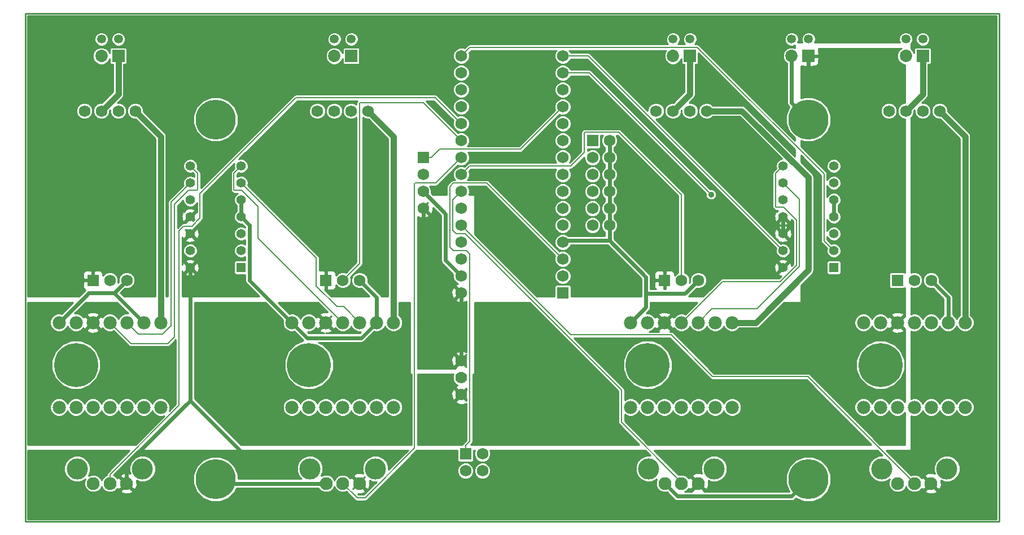
<source format=gbl>
G04 (created by PCBNEW-RS274X (2010-03-14)-final) date Wed 08 Jun 2011 02:42:47 PM PDT*
G01*
G70*
G90*
%MOIN*%
G04 Gerber Fmt 3.4, Leading zero omitted, Abs format*
%FSLAX34Y34*%
G04 APERTURE LIST*
%ADD10C,0.006000*%
%ADD11C,0.009000*%
%ADD12C,0.076000*%
%ADD13C,0.125000*%
%ADD14R,0.069000X0.069000*%
%ADD15C,0.069000*%
%ADD16C,0.070000*%
%ADD17C,0.236000*%
%ADD18C,0.078000*%
%ADD19C,0.260000*%
%ADD20C,0.073000*%
%ADD21R,0.073000X0.073000*%
%ADD22C,0.053000*%
%ADD23R,0.055000X0.055000*%
%ADD24C,0.055000*%
%ADD25C,0.035000*%
%ADD26C,0.024000*%
%ADD27C,0.008000*%
%ADD28C,0.036000*%
%ADD29C,0.010000*%
G04 APERTURE END LIST*
G54D10*
G54D11*
X29250Y-25750D02*
X29250Y-55750D01*
X86750Y-25750D02*
X29250Y-25750D01*
X86750Y-55750D02*
X86750Y-25750D01*
X29250Y-55750D02*
X86750Y-55750D01*
G54D12*
X33266Y-53500D03*
X34250Y-53500D03*
X35234Y-53500D03*
G54D13*
X32320Y-52634D03*
X36180Y-52634D03*
G54D12*
X80766Y-53500D03*
X81750Y-53500D03*
X82734Y-53500D03*
G54D13*
X79820Y-52634D03*
X83680Y-52634D03*
G54D12*
X67016Y-53500D03*
X68000Y-53500D03*
X68984Y-53500D03*
G54D13*
X66070Y-52634D03*
X69930Y-52634D03*
G54D12*
X47016Y-53500D03*
X48000Y-53500D03*
X48984Y-53500D03*
G54D13*
X46070Y-52634D03*
X49930Y-52634D03*
G54D14*
X61000Y-42250D03*
G54D15*
X61000Y-41250D03*
X61000Y-40250D03*
X61000Y-39250D03*
X61000Y-38250D03*
X61000Y-37250D03*
X61000Y-36250D03*
X61000Y-35250D03*
X61000Y-34250D03*
X61000Y-33250D03*
X61000Y-32250D03*
X61000Y-31250D03*
X61000Y-30250D03*
X61000Y-29250D03*
X61000Y-28250D03*
X55000Y-28250D03*
X55000Y-29250D03*
X55000Y-30250D03*
X55000Y-31250D03*
X55000Y-32250D03*
X55000Y-33250D03*
X55000Y-34250D03*
X55000Y-35250D03*
X55000Y-36250D03*
X55000Y-37250D03*
X55000Y-38250D03*
X55000Y-39250D03*
X55000Y-40250D03*
X55000Y-41250D03*
X55000Y-42250D03*
G54D16*
X55000Y-48250D03*
X55000Y-47250D03*
X55000Y-46250D03*
G54D14*
X55250Y-51750D03*
G54D15*
X56250Y-51750D03*
X55250Y-52750D03*
X56250Y-52750D03*
G54D14*
X80750Y-41500D03*
G54D15*
X81750Y-41500D03*
X82750Y-41500D03*
X83250Y-31500D03*
X82250Y-31500D03*
X81250Y-31500D03*
X80250Y-31500D03*
G54D14*
X67000Y-41500D03*
G54D15*
X68000Y-41500D03*
X69000Y-41500D03*
X69500Y-31500D03*
X68500Y-31500D03*
X67500Y-31500D03*
X66500Y-31500D03*
G54D14*
X47000Y-41500D03*
G54D15*
X48000Y-41500D03*
X49000Y-41500D03*
X49500Y-31500D03*
X48500Y-31500D03*
X47500Y-31500D03*
X46500Y-31500D03*
G54D14*
X33250Y-41500D03*
G54D15*
X34250Y-41500D03*
X35250Y-41500D03*
X35750Y-31500D03*
X34750Y-31500D03*
X33750Y-31500D03*
X32750Y-31500D03*
G54D14*
X52750Y-34250D03*
G54D15*
X52750Y-35250D03*
X52750Y-36250D03*
X52750Y-37250D03*
G54D14*
X62750Y-33250D03*
G54D15*
X63750Y-33250D03*
X62750Y-34250D03*
X63750Y-34250D03*
X62750Y-35250D03*
X63750Y-35250D03*
X62750Y-36250D03*
X63750Y-36250D03*
X62750Y-37250D03*
X63750Y-37250D03*
X62750Y-38250D03*
X63750Y-38250D03*
G54D17*
X75500Y-32000D03*
X40500Y-53250D03*
X75500Y-53250D03*
X40500Y-32000D03*
G54D18*
X34250Y-44000D03*
X35250Y-44000D03*
X36250Y-44000D03*
X37250Y-44000D03*
X33250Y-44000D03*
X31250Y-44000D03*
G54D19*
X32250Y-46500D03*
G54D18*
X32250Y-44000D03*
X31250Y-49000D03*
X32250Y-49000D03*
X33250Y-49000D03*
X34250Y-49000D03*
X35250Y-49000D03*
X36250Y-49000D03*
X37250Y-49000D03*
X81750Y-44000D03*
X82750Y-44000D03*
X83750Y-44000D03*
X84750Y-44000D03*
X80750Y-44000D03*
X78750Y-44000D03*
G54D19*
X79750Y-46500D03*
G54D18*
X79750Y-44000D03*
X78750Y-49000D03*
X79750Y-49000D03*
X80750Y-49000D03*
X81750Y-49000D03*
X82750Y-49000D03*
X83750Y-49000D03*
X84750Y-49000D03*
X68000Y-44000D03*
X69000Y-44000D03*
X70000Y-44000D03*
X71000Y-44000D03*
X67000Y-44000D03*
X65000Y-44000D03*
G54D19*
X66000Y-46500D03*
G54D18*
X66000Y-44000D03*
X65000Y-49000D03*
X66000Y-49000D03*
X67000Y-49000D03*
X68000Y-49000D03*
X69000Y-49000D03*
X70000Y-49000D03*
X71000Y-49000D03*
X48000Y-44000D03*
X49000Y-44000D03*
X50000Y-44000D03*
X51000Y-44000D03*
X47000Y-44000D03*
X45000Y-44000D03*
G54D19*
X46000Y-46500D03*
G54D18*
X46000Y-44000D03*
X45000Y-49000D03*
X46000Y-49000D03*
X47000Y-49000D03*
X48000Y-49000D03*
X49000Y-49000D03*
X50000Y-49000D03*
X51000Y-49000D03*
G54D20*
X81250Y-28250D03*
G54D21*
X82250Y-28250D03*
G54D22*
X82250Y-27250D03*
X81250Y-27250D03*
G54D20*
X47500Y-28250D03*
G54D21*
X48500Y-28250D03*
G54D22*
X48500Y-27250D03*
X47500Y-27250D03*
G54D20*
X74500Y-28250D03*
G54D21*
X75500Y-28250D03*
G54D22*
X75500Y-27250D03*
X74500Y-27250D03*
G54D20*
X67500Y-28250D03*
G54D21*
X68500Y-28250D03*
G54D22*
X68500Y-27250D03*
X67500Y-27250D03*
G54D20*
X33750Y-28250D03*
G54D21*
X34750Y-28250D03*
G54D22*
X34750Y-27250D03*
X33750Y-27250D03*
G54D23*
X77000Y-40750D03*
G54D24*
X77000Y-39750D03*
X77000Y-38750D03*
X77000Y-37750D03*
X77000Y-36750D03*
X77000Y-35750D03*
X77000Y-34750D03*
X74000Y-34750D03*
X74000Y-35750D03*
X74000Y-36750D03*
X74000Y-37750D03*
X74000Y-38750D03*
X74000Y-39750D03*
X74000Y-40750D03*
G54D23*
X42000Y-40750D03*
G54D24*
X42000Y-39750D03*
X42000Y-38750D03*
X42000Y-37750D03*
X42000Y-36750D03*
X42000Y-35750D03*
X42000Y-34750D03*
X39000Y-34750D03*
X39000Y-35750D03*
X39000Y-36750D03*
X39000Y-37750D03*
X39000Y-38750D03*
X39000Y-39750D03*
X39000Y-40750D03*
G54D25*
X57750Y-39250D03*
X69752Y-36437D03*
X39750Y-46250D03*
X68000Y-46000D03*
X61000Y-48750D03*
G54D26*
X74000Y-37750D02*
X74000Y-38750D01*
X74501Y-40249D02*
X74000Y-40750D01*
X74501Y-39251D02*
X74501Y-40249D01*
X74000Y-38750D02*
X74501Y-39251D01*
X39501Y-40249D02*
X39000Y-40750D01*
X39501Y-39251D02*
X39501Y-40249D01*
X39000Y-38750D02*
X39501Y-39251D01*
X47192Y-51708D02*
X48984Y-53500D01*
X42110Y-51708D02*
X47192Y-51708D01*
X39000Y-48598D02*
X42110Y-51708D01*
X39000Y-40750D02*
X39000Y-48598D01*
X35234Y-52364D02*
X35234Y-53500D01*
X39000Y-48598D02*
X35234Y-52364D01*
G54D27*
X35923Y-44673D02*
X35250Y-44000D01*
X37353Y-44673D02*
X35923Y-44673D01*
X37858Y-44168D02*
X37353Y-44673D01*
X37858Y-36892D02*
X37858Y-44168D01*
X39000Y-35750D02*
X37858Y-36892D01*
X34250Y-52973D02*
X34250Y-53500D01*
X38326Y-48897D02*
X34250Y-52973D01*
X38326Y-38593D02*
X38326Y-48897D01*
X38603Y-38316D02*
X38326Y-38593D01*
X39086Y-38316D02*
X38603Y-38316D01*
X39579Y-37823D02*
X39086Y-38316D01*
X39579Y-36368D02*
X39579Y-37823D01*
X45239Y-30708D02*
X39579Y-36368D01*
X53458Y-30708D02*
X45239Y-30708D01*
X55000Y-32250D02*
X53458Y-30708D01*
X81750Y-53476D02*
X81750Y-53500D01*
X75462Y-47188D02*
X81750Y-53476D01*
X69845Y-47188D02*
X75462Y-47188D01*
X67386Y-44729D02*
X69845Y-47188D01*
X61479Y-44729D02*
X67386Y-44729D01*
X55000Y-38250D02*
X61479Y-44729D01*
G54D28*
X37250Y-33000D02*
X35750Y-31500D01*
X37250Y-44000D02*
X37250Y-33000D01*
X34750Y-30500D02*
X33750Y-31500D01*
X34750Y-28250D02*
X34750Y-30500D01*
X51000Y-33000D02*
X49500Y-31500D01*
X51000Y-44000D02*
X51000Y-33000D01*
X71563Y-31500D02*
X69500Y-31500D01*
X75492Y-35429D02*
X71563Y-31500D01*
X75492Y-40897D02*
X75492Y-35429D01*
X72389Y-44000D02*
X75492Y-40897D01*
X71000Y-44000D02*
X72389Y-44000D01*
X68500Y-30500D02*
X67500Y-31500D01*
X68500Y-28250D02*
X68500Y-30500D01*
X84750Y-33000D02*
X83250Y-31500D01*
X84750Y-44000D02*
X84750Y-33000D01*
X82250Y-30500D02*
X81250Y-31500D01*
X82250Y-28250D02*
X82250Y-30500D01*
G54D27*
X52761Y-31011D02*
X55000Y-33250D01*
X49022Y-31011D02*
X52761Y-31011D01*
X49000Y-31033D02*
X49022Y-31011D01*
X49000Y-40500D02*
X49000Y-31033D01*
X48000Y-41500D02*
X49000Y-40500D01*
X55500Y-34750D02*
X55000Y-35250D01*
X61469Y-34750D02*
X55500Y-34750D01*
X62261Y-33958D02*
X61469Y-34750D01*
X62261Y-32783D02*
X62261Y-33958D01*
X62283Y-32761D02*
X62261Y-32783D01*
X64310Y-32761D02*
X62283Y-32761D01*
X68000Y-36451D02*
X64310Y-32761D01*
X68000Y-41500D02*
X68000Y-36451D01*
X58488Y-33762D02*
X61000Y-31250D01*
X53726Y-33762D02*
X58488Y-33762D01*
X53238Y-34250D02*
X53726Y-33762D01*
X52750Y-34250D02*
X53238Y-34250D01*
X62500Y-28250D02*
X74000Y-39750D01*
X61000Y-28250D02*
X62500Y-28250D01*
X62565Y-29250D02*
X69752Y-36437D01*
X61000Y-29250D02*
X62565Y-29250D01*
X35484Y-45234D02*
X34250Y-44000D01*
X37662Y-45234D02*
X35484Y-45234D01*
X38061Y-44835D02*
X37662Y-45234D01*
X38061Y-37023D02*
X38061Y-44835D01*
X38900Y-36184D02*
X38061Y-37023D01*
X39403Y-36184D02*
X38900Y-36184D01*
X39425Y-36162D02*
X39403Y-36184D01*
X39425Y-35175D02*
X39425Y-36162D01*
X39000Y-34750D02*
X39425Y-35175D01*
X41581Y-35169D02*
X42000Y-34750D01*
X41581Y-36161D02*
X41581Y-35169D01*
X41603Y-36183D02*
X41581Y-36161D01*
X42026Y-36183D02*
X41603Y-36183D01*
X43000Y-37157D02*
X42026Y-36183D01*
X43000Y-39000D02*
X43000Y-37157D01*
X48000Y-44000D02*
X43000Y-39000D01*
X48060Y-43060D02*
X49000Y-44000D01*
X47658Y-43060D02*
X48060Y-43060D01*
X46441Y-41843D02*
X47658Y-43060D01*
X46441Y-40191D02*
X46441Y-41843D01*
X42000Y-35750D02*
X46441Y-40191D01*
X70421Y-41579D02*
X68000Y-44000D01*
X70421Y-41578D02*
X70421Y-41579D01*
X73835Y-41578D02*
X70421Y-41578D01*
X74795Y-40618D02*
X73835Y-41578D01*
X74795Y-37940D02*
X74795Y-40618D01*
X74039Y-37184D02*
X74795Y-37940D01*
X73583Y-37184D02*
X74039Y-37184D01*
X73561Y-37162D02*
X73583Y-37184D01*
X73561Y-35189D02*
X73561Y-37162D01*
X74000Y-34750D02*
X73561Y-35189D01*
X69806Y-43194D02*
X69000Y-44000D01*
X72480Y-43194D02*
X69806Y-43194D01*
X74979Y-40695D02*
X72480Y-43194D01*
X74979Y-36729D02*
X74979Y-40695D01*
X74000Y-35750D02*
X74979Y-36729D01*
X48849Y-54349D02*
X48000Y-53500D01*
X49320Y-54349D02*
X48849Y-54349D01*
X52247Y-51422D02*
X49320Y-54349D01*
X52247Y-35786D02*
X52247Y-51422D01*
X52283Y-35750D02*
X52247Y-35786D01*
X53500Y-35750D02*
X52283Y-35750D01*
X55000Y-34250D02*
X53500Y-35750D01*
X68000Y-53431D02*
X68000Y-53500D01*
X64463Y-49894D02*
X68000Y-53431D01*
X64463Y-47974D02*
X64463Y-49894D01*
X55228Y-38739D02*
X64463Y-47974D01*
X54695Y-38739D02*
X55228Y-38739D01*
X54511Y-38555D02*
X54695Y-38739D01*
X54511Y-36739D02*
X54511Y-38555D01*
X55000Y-36250D02*
X54511Y-36739D01*
X55250Y-51750D02*
X55250Y-51262D01*
X55494Y-51018D02*
X55250Y-51262D01*
X55494Y-39947D02*
X55494Y-51018D01*
X55286Y-39739D02*
X55494Y-39947D01*
X54533Y-39739D02*
X55286Y-39739D01*
X54328Y-39534D02*
X54533Y-39739D01*
X54328Y-35966D02*
X54328Y-39534D01*
X54533Y-35761D02*
X54328Y-35966D01*
X56511Y-35761D02*
X54533Y-35761D01*
X61000Y-40250D02*
X56511Y-35761D01*
X76419Y-39169D02*
X77000Y-39750D01*
X76419Y-35223D02*
X76419Y-39169D01*
X68937Y-27741D02*
X76419Y-35223D01*
X55509Y-27741D02*
X68937Y-27741D01*
X55000Y-28250D02*
X55509Y-27741D01*
G54D26*
X77000Y-36750D02*
X77000Y-37750D01*
X74500Y-31000D02*
X75500Y-32000D01*
X74500Y-28250D02*
X74500Y-31000D01*
X50000Y-42500D02*
X49000Y-41500D01*
X50000Y-44000D02*
X50000Y-42500D01*
X83750Y-42500D02*
X82750Y-41500D01*
X83750Y-44000D02*
X83750Y-42500D01*
X63750Y-36250D02*
X63750Y-35250D01*
X63750Y-35250D02*
X63750Y-34250D01*
X63750Y-34250D02*
X63750Y-33250D01*
X74494Y-54256D02*
X75500Y-53250D01*
X67772Y-54256D02*
X74494Y-54256D01*
X67016Y-53500D02*
X67772Y-54256D01*
X40750Y-53500D02*
X47016Y-53500D01*
X40500Y-53250D02*
X40750Y-53500D01*
X36250Y-44000D02*
X34500Y-42250D01*
X33000Y-42250D02*
X34500Y-42250D01*
X31250Y-44000D02*
X33000Y-42250D01*
X34500Y-42250D02*
X35250Y-41500D01*
X63750Y-36250D02*
X63750Y-37250D01*
X63750Y-37250D02*
X63750Y-38250D01*
X68204Y-42296D02*
X69000Y-41500D01*
X65908Y-42296D02*
X68204Y-42296D01*
X65908Y-43092D02*
X65908Y-42296D01*
X65000Y-44000D02*
X65908Y-43092D01*
X63750Y-39152D02*
X63750Y-38250D01*
X65908Y-41310D02*
X63750Y-39152D01*
X65908Y-42296D02*
X65908Y-41310D01*
X61098Y-39152D02*
X61000Y-39250D01*
X63750Y-39152D02*
X61098Y-39152D01*
X54065Y-40315D02*
X55000Y-41250D01*
X54065Y-37565D02*
X54065Y-40315D01*
X52750Y-36250D02*
X54065Y-37565D01*
X45899Y-44899D02*
X45000Y-44000D01*
X49101Y-44899D02*
X45899Y-44899D01*
X50000Y-44000D02*
X49101Y-44899D01*
X42000Y-37750D02*
X42000Y-36750D01*
X42499Y-41499D02*
X45000Y-44000D01*
X42499Y-38249D02*
X42499Y-41499D01*
X42000Y-37750D02*
X42499Y-38249D01*
X75500Y-28250D02*
X75500Y-28838D01*
X78158Y-31496D02*
X78158Y-41408D01*
X75500Y-28838D02*
X78158Y-31496D01*
X78158Y-41408D02*
X80750Y-44000D01*
X67030Y-44000D02*
X67000Y-44000D01*
X67649Y-44619D02*
X67030Y-44000D01*
X74947Y-44619D02*
X67649Y-44619D01*
X78158Y-41408D02*
X74947Y-44619D01*
X55000Y-46250D02*
X55000Y-42250D01*
X52750Y-40000D02*
X55000Y-42250D01*
X52750Y-37250D02*
X52750Y-40000D01*
G54D29*
X53023Y-36905D02*
X53023Y-36905D01*
X52943Y-36985D02*
X52944Y-36985D01*
X52863Y-37065D02*
X52864Y-37065D01*
X52783Y-37145D02*
X52784Y-37145D01*
X52704Y-37225D02*
X52796Y-37225D01*
X53333Y-37225D02*
X53343Y-37225D01*
X52734Y-37305D02*
X52876Y-37305D01*
X53337Y-37305D02*
X53423Y-37305D01*
X52814Y-37385D02*
X52956Y-37385D01*
X53321Y-37385D02*
X53503Y-37385D01*
X52894Y-37465D02*
X53036Y-37465D01*
X53292Y-37465D02*
X53583Y-37465D01*
X52974Y-37545D02*
X53116Y-37545D01*
X53262Y-37545D02*
X53663Y-37545D01*
X53054Y-37625D02*
X53743Y-37625D01*
X53074Y-37705D02*
X53795Y-37705D01*
X52437Y-37785D02*
X52515Y-37785D01*
X52993Y-37785D02*
X53795Y-37785D01*
X52437Y-37865D02*
X53795Y-37865D01*
X52437Y-37945D02*
X53795Y-37945D01*
X52437Y-38025D02*
X53795Y-38025D01*
X52437Y-38105D02*
X53795Y-38105D01*
X52437Y-38185D02*
X53795Y-38185D01*
X52437Y-38265D02*
X53795Y-38265D01*
X52437Y-38345D02*
X53795Y-38345D01*
X52437Y-38425D02*
X53795Y-38425D01*
X52437Y-38505D02*
X53795Y-38505D01*
X52437Y-38585D02*
X53795Y-38585D01*
X52437Y-38665D02*
X53795Y-38665D01*
X52437Y-38745D02*
X53795Y-38745D01*
X52437Y-38825D02*
X53795Y-38825D01*
X52437Y-38905D02*
X53795Y-38905D01*
X52437Y-38985D02*
X53795Y-38985D01*
X52437Y-39065D02*
X53795Y-39065D01*
X52437Y-39145D02*
X53795Y-39145D01*
X52437Y-39225D02*
X53795Y-39225D01*
X52437Y-39305D02*
X53795Y-39305D01*
X52437Y-39385D02*
X53795Y-39385D01*
X52437Y-39465D02*
X53795Y-39465D01*
X52437Y-39545D02*
X53795Y-39545D01*
X52437Y-39625D02*
X53795Y-39625D01*
X52437Y-39705D02*
X53795Y-39705D01*
X52437Y-39785D02*
X53795Y-39785D01*
X52437Y-39865D02*
X53795Y-39865D01*
X52437Y-39945D02*
X53795Y-39945D01*
X52437Y-40025D02*
X53795Y-40025D01*
X52437Y-40105D02*
X53795Y-40105D01*
X52437Y-40185D02*
X53795Y-40185D01*
X52437Y-40265D02*
X53795Y-40265D01*
X52437Y-40345D02*
X53801Y-40345D01*
X52437Y-40425D02*
X53820Y-40425D01*
X52437Y-40505D02*
X53873Y-40505D01*
X52437Y-40585D02*
X53953Y-40585D01*
X52437Y-40665D02*
X54033Y-40665D01*
X52437Y-40745D02*
X54113Y-40745D01*
X52437Y-40825D02*
X54193Y-40825D01*
X52437Y-40905D02*
X54273Y-40905D01*
X52437Y-40985D02*
X54353Y-40985D01*
X52437Y-41065D02*
X54433Y-41065D01*
X52437Y-41145D02*
X54508Y-41145D01*
X52437Y-41225D02*
X54506Y-41225D01*
X52437Y-41305D02*
X54506Y-41305D01*
X52437Y-41385D02*
X54521Y-41385D01*
X52437Y-41465D02*
X54554Y-41465D01*
X52437Y-41545D02*
X54596Y-41545D01*
X52437Y-41625D02*
X54676Y-41625D01*
X52437Y-41705D02*
X54779Y-41705D01*
X52437Y-41785D02*
X54679Y-41785D01*
X52437Y-41865D02*
X54686Y-41865D01*
X52437Y-41945D02*
X54491Y-41945D01*
X54624Y-41945D02*
X54766Y-41945D01*
X52437Y-42025D02*
X54462Y-42025D01*
X54704Y-42025D02*
X54846Y-42025D01*
X52437Y-42105D02*
X54433Y-42105D01*
X54784Y-42105D02*
X54926Y-42105D01*
X52437Y-42185D02*
X54413Y-42185D01*
X54864Y-42185D02*
X55006Y-42185D01*
X52437Y-42265D02*
X54416Y-42265D01*
X54914Y-42265D02*
X55056Y-42265D01*
X52437Y-42345D02*
X54419Y-42345D01*
X54834Y-42345D02*
X54976Y-42345D01*
X52437Y-42425D02*
X54435Y-42425D01*
X54754Y-42425D02*
X54896Y-42425D01*
X52437Y-42505D02*
X54469Y-42505D01*
X54674Y-42505D02*
X54816Y-42505D01*
X52437Y-42585D02*
X54577Y-42585D01*
X54594Y-42585D02*
X54736Y-42585D01*
X52437Y-42665D02*
X54662Y-42665D01*
X52437Y-42745D02*
X54687Y-42745D01*
X52437Y-42825D02*
X54874Y-42825D01*
X55149Y-42825D02*
X55304Y-42825D01*
X52437Y-42905D02*
X55304Y-42905D01*
X52437Y-42985D02*
X55304Y-42985D01*
X52437Y-43065D02*
X55304Y-43065D01*
X52437Y-43145D02*
X55304Y-43145D01*
X52437Y-43225D02*
X55304Y-43225D01*
X52437Y-43305D02*
X55304Y-43305D01*
X52437Y-43385D02*
X55304Y-43385D01*
X52437Y-43465D02*
X55304Y-43465D01*
X52437Y-43545D02*
X55304Y-43545D01*
X52437Y-43625D02*
X55304Y-43625D01*
X52437Y-43705D02*
X55304Y-43705D01*
X52437Y-43785D02*
X55304Y-43785D01*
X52437Y-43865D02*
X55304Y-43865D01*
X52437Y-43945D02*
X55304Y-43945D01*
X52437Y-44025D02*
X55304Y-44025D01*
X52437Y-44105D02*
X55304Y-44105D01*
X52437Y-44185D02*
X55304Y-44185D01*
X52437Y-44265D02*
X55304Y-44265D01*
X52437Y-44345D02*
X55304Y-44345D01*
X52437Y-44425D02*
X55304Y-44425D01*
X52437Y-44505D02*
X55304Y-44505D01*
X52437Y-44585D02*
X55304Y-44585D01*
X52437Y-44665D02*
X55304Y-44665D01*
X52437Y-44745D02*
X55304Y-44745D01*
X52437Y-44825D02*
X55304Y-44825D01*
X52437Y-44905D02*
X55304Y-44905D01*
X52437Y-44985D02*
X55304Y-44985D01*
X52437Y-45065D02*
X55304Y-45065D01*
X52437Y-45145D02*
X55304Y-45145D01*
X52437Y-45225D02*
X55304Y-45225D01*
X52437Y-45305D02*
X55304Y-45305D01*
X52437Y-45385D02*
X55304Y-45385D01*
X52437Y-45465D02*
X55304Y-45465D01*
X52437Y-45545D02*
X55304Y-45545D01*
X52437Y-45625D02*
X55304Y-45625D01*
X52437Y-45705D02*
X54767Y-45705D01*
X55224Y-45705D02*
X55304Y-45705D01*
X52437Y-45785D02*
X54674Y-45785D01*
X52437Y-45865D02*
X54686Y-45865D01*
X52437Y-45945D02*
X54486Y-45945D01*
X54625Y-45945D02*
X54766Y-45945D01*
X55234Y-45945D02*
X55234Y-45945D01*
X52437Y-46025D02*
X54456Y-46025D01*
X54705Y-46025D02*
X54846Y-46025D01*
X55154Y-46025D02*
X55154Y-46025D01*
X55295Y-46025D02*
X55296Y-46025D01*
X52437Y-46105D02*
X54427Y-46105D01*
X54785Y-46105D02*
X54926Y-46105D01*
X55074Y-46105D02*
X55074Y-46105D01*
X55215Y-46105D02*
X55216Y-46105D01*
X52437Y-46185D02*
X54408Y-46185D01*
X54865Y-46185D02*
X55006Y-46185D01*
X55135Y-46185D02*
X55136Y-46185D01*
X52437Y-46265D02*
X54411Y-46265D01*
X54914Y-46265D02*
X55056Y-46265D01*
X55086Y-46265D02*
X55086Y-46265D01*
X52437Y-46345D02*
X54415Y-46345D01*
X54834Y-46345D02*
X54976Y-46345D01*
X55024Y-46345D02*
X55024Y-46345D01*
X55166Y-46345D02*
X55166Y-46345D01*
X52437Y-46425D02*
X54430Y-46425D01*
X54754Y-46425D02*
X54896Y-46425D01*
X55104Y-46425D02*
X55104Y-46425D01*
X55246Y-46425D02*
X55246Y-46425D01*
X52437Y-46505D02*
X54464Y-46505D01*
X54674Y-46505D02*
X54816Y-46505D01*
X55184Y-46505D02*
X55184Y-46505D01*
X52437Y-46585D02*
X54562Y-46585D01*
X54594Y-46585D02*
X54736Y-46585D01*
X55264Y-46585D02*
X55264Y-46585D01*
X52437Y-46665D02*
X54657Y-46665D01*
X54669Y-46700D02*
X54657Y-46664D01*
X55000Y-46321D01*
X55304Y-46625D01*
X55304Y-46624D01*
X55000Y-46321D01*
X55071Y-46250D01*
X55304Y-46483D01*
X55304Y-46483D01*
X55071Y-46250D01*
X55304Y-46017D01*
X55304Y-46016D01*
X55071Y-46250D01*
X55000Y-46179D01*
X55304Y-45875D01*
X55304Y-45875D01*
X55000Y-46179D01*
X54657Y-45836D01*
X54690Y-45737D01*
X54856Y-45668D01*
X55091Y-45657D01*
X55304Y-45734D01*
X55304Y-42759D01*
X55142Y-42828D01*
X54910Y-42838D01*
X54692Y-42758D01*
X54661Y-42660D01*
X55000Y-42321D01*
X55071Y-42250D01*
X55000Y-42179D01*
X54661Y-41840D01*
X54692Y-41742D01*
X54793Y-41699D01*
X54720Y-41669D01*
X54581Y-41530D01*
X54506Y-41348D01*
X54506Y-41151D01*
X54509Y-41141D01*
X53874Y-40506D01*
X53816Y-40418D01*
X53795Y-40315D01*
X53795Y-37676D01*
X53332Y-37214D01*
X53338Y-37340D01*
X53258Y-37558D01*
X53160Y-37589D01*
X52821Y-37250D01*
X52750Y-37179D01*
X53023Y-36905D01*
X53023Y-36905D01*
X52750Y-37179D01*
X52679Y-37250D01*
X52750Y-37321D01*
X53089Y-37660D01*
X53058Y-37758D01*
X52892Y-37828D01*
X52660Y-37838D01*
X52442Y-37758D01*
X52437Y-37742D01*
X52437Y-46700D01*
X54586Y-46700D01*
X54586Y-46593D01*
X54487Y-46560D01*
X54418Y-46394D01*
X54407Y-46159D01*
X54487Y-45940D01*
X54586Y-45907D01*
X54590Y-45910D01*
X54590Y-42589D01*
X54492Y-42558D01*
X54422Y-42392D01*
X54412Y-42160D01*
X54492Y-41942D01*
X54590Y-41911D01*
X54929Y-42250D01*
X54590Y-42589D01*
X54590Y-45910D01*
X54929Y-46250D01*
X54586Y-46593D01*
X54586Y-46700D01*
X54669Y-46700D01*
X76099Y-27800D02*
X80990Y-27800D01*
X76114Y-27880D02*
X80892Y-27880D01*
X76115Y-27960D02*
X80814Y-27960D01*
X76115Y-28040D02*
X80780Y-28040D01*
X76115Y-28120D02*
X80747Y-28120D01*
X75450Y-28200D02*
X80735Y-28200D01*
X75450Y-28280D02*
X80735Y-28280D01*
X75450Y-28360D02*
X75550Y-28360D01*
X76113Y-28360D02*
X80738Y-28360D01*
X75450Y-28440D02*
X75550Y-28440D01*
X76114Y-28440D02*
X80771Y-28440D01*
X75450Y-28520D02*
X75550Y-28520D01*
X76114Y-28520D02*
X80804Y-28520D01*
X75450Y-28600D02*
X75550Y-28600D01*
X76114Y-28600D02*
X80872Y-28600D01*
X75450Y-28680D02*
X75550Y-28680D01*
X76107Y-28680D02*
X80952Y-28680D01*
X75450Y-28760D02*
X75550Y-28760D01*
X76072Y-28760D02*
X81135Y-28760D01*
X75413Y-28840D02*
X75587Y-28840D01*
X75972Y-28840D02*
X81200Y-28840D01*
X75050Y-28920D02*
X81200Y-28920D01*
X75050Y-29000D02*
X81200Y-29000D01*
X75050Y-29080D02*
X81200Y-29080D01*
X75050Y-29160D02*
X81200Y-29160D01*
X75050Y-29240D02*
X81200Y-29240D01*
X75050Y-29320D02*
X81200Y-29320D01*
X75050Y-29400D02*
X81200Y-29400D01*
X75050Y-29480D02*
X81200Y-29480D01*
X75050Y-29560D02*
X81200Y-29560D01*
X75050Y-29640D02*
X81200Y-29640D01*
X75050Y-29720D02*
X81200Y-29720D01*
X75050Y-29800D02*
X81200Y-29800D01*
X75050Y-29880D02*
X81200Y-29880D01*
X75050Y-29960D02*
X81200Y-29960D01*
X75050Y-30040D02*
X81200Y-30040D01*
X75050Y-30120D02*
X81200Y-30120D01*
X75050Y-30200D02*
X81200Y-30200D01*
X75050Y-30280D02*
X81200Y-30280D01*
X75050Y-30360D02*
X81200Y-30360D01*
X75050Y-30440D02*
X81200Y-30440D01*
X75050Y-30520D02*
X81200Y-30520D01*
X75050Y-30600D02*
X81200Y-30600D01*
X75050Y-30680D02*
X75213Y-30680D01*
X75788Y-30680D02*
X81200Y-30680D01*
X75980Y-30760D02*
X81200Y-30760D01*
X76173Y-30840D02*
X81200Y-30840D01*
X76300Y-30920D02*
X81200Y-30920D01*
X76380Y-31000D02*
X81200Y-31000D01*
X76460Y-31080D02*
X79973Y-31080D01*
X80528Y-31080D02*
X80973Y-31080D01*
X76540Y-31160D02*
X79891Y-31160D01*
X80609Y-31160D02*
X80891Y-31160D01*
X76620Y-31240D02*
X79823Y-31240D01*
X80678Y-31240D02*
X80823Y-31240D01*
X76658Y-31320D02*
X79790Y-31320D01*
X80711Y-31320D02*
X80790Y-31320D01*
X76691Y-31400D02*
X79757Y-31400D01*
X80744Y-31400D02*
X80757Y-31400D01*
X76724Y-31480D02*
X79756Y-31480D01*
X80744Y-31480D02*
X80756Y-31480D01*
X76757Y-31560D02*
X79756Y-31560D01*
X80744Y-31560D02*
X80756Y-31560D01*
X76790Y-31640D02*
X79773Y-31640D01*
X80727Y-31640D02*
X80773Y-31640D01*
X76823Y-31720D02*
X79806Y-31720D01*
X80693Y-31720D02*
X80806Y-31720D01*
X76829Y-31800D02*
X79851Y-31800D01*
X80649Y-31800D02*
X80851Y-31800D01*
X76829Y-31880D02*
X79931Y-31880D01*
X80569Y-31880D02*
X80931Y-31880D01*
X76829Y-31960D02*
X80068Y-31960D01*
X80430Y-31960D02*
X81068Y-31960D01*
X76829Y-32040D02*
X81200Y-32040D01*
X76829Y-32120D02*
X81200Y-32120D01*
X76829Y-32200D02*
X81200Y-32200D01*
X76823Y-32280D02*
X81200Y-32280D01*
X76789Y-32360D02*
X81200Y-32360D01*
X76756Y-32440D02*
X81200Y-32440D01*
X76723Y-32520D02*
X81200Y-32520D01*
X76690Y-32600D02*
X81200Y-32600D01*
X76656Y-32680D02*
X81200Y-32680D01*
X76620Y-32760D02*
X81200Y-32760D01*
X76540Y-32840D02*
X81200Y-32840D01*
X76460Y-32920D02*
X81200Y-32920D01*
X76380Y-33000D02*
X81200Y-33000D01*
X76300Y-33080D02*
X81200Y-33080D01*
X76174Y-33160D02*
X81200Y-33160D01*
X75980Y-33240D02*
X81200Y-33240D01*
X75050Y-33320D02*
X75212Y-33320D01*
X75787Y-33320D02*
X81200Y-33320D01*
X75050Y-33400D02*
X81200Y-33400D01*
X75050Y-33480D02*
X81200Y-33480D01*
X75050Y-33560D02*
X81200Y-33560D01*
X75104Y-33640D02*
X81200Y-33640D01*
X75184Y-33720D02*
X81200Y-33720D01*
X75264Y-33800D02*
X81200Y-33800D01*
X75344Y-33880D02*
X81200Y-33880D01*
X75424Y-33960D02*
X81200Y-33960D01*
X75504Y-34040D02*
X81200Y-34040D01*
X75584Y-34120D02*
X81200Y-34120D01*
X75050Y-34200D02*
X75128Y-34200D01*
X75664Y-34200D02*
X81200Y-34200D01*
X75050Y-34280D02*
X75208Y-34280D01*
X75744Y-34280D02*
X81200Y-34280D01*
X75050Y-34360D02*
X75288Y-34360D01*
X75824Y-34360D02*
X76831Y-34360D01*
X77169Y-34360D02*
X81200Y-34360D01*
X75050Y-34440D02*
X75368Y-34440D01*
X75904Y-34440D02*
X76709Y-34440D01*
X77291Y-34440D02*
X81200Y-34440D01*
X75050Y-34520D02*
X75448Y-34520D01*
X75984Y-34520D02*
X76636Y-34520D01*
X77366Y-34520D02*
X81200Y-34520D01*
X75130Y-34600D02*
X75528Y-34600D01*
X76064Y-34600D02*
X76603Y-34600D01*
X77398Y-34600D02*
X81200Y-34600D01*
X75210Y-34680D02*
X75608Y-34680D01*
X76144Y-34680D02*
X76575Y-34680D01*
X77425Y-34680D02*
X81200Y-34680D01*
X75290Y-34760D02*
X75688Y-34760D01*
X76224Y-34760D02*
X76575Y-34760D01*
X77425Y-34760D02*
X81200Y-34760D01*
X75370Y-34840D02*
X75768Y-34840D01*
X76304Y-34840D02*
X76577Y-34840D01*
X77422Y-34840D02*
X81200Y-34840D01*
X75450Y-34920D02*
X75848Y-34920D01*
X76384Y-34920D02*
X76610Y-34920D01*
X77389Y-34920D02*
X81200Y-34920D01*
X75530Y-35000D02*
X75928Y-35000D01*
X76464Y-35000D02*
X76649Y-35000D01*
X77351Y-35000D02*
X81200Y-35000D01*
X75610Y-35080D02*
X76008Y-35080D01*
X76544Y-35080D02*
X76729Y-35080D01*
X77271Y-35080D02*
X81200Y-35080D01*
X75690Y-35160D02*
X76088Y-35160D01*
X76597Y-35160D02*
X76879Y-35160D01*
X77120Y-35160D02*
X81200Y-35160D01*
X75755Y-35240D02*
X76168Y-35240D01*
X76609Y-35240D02*
X81200Y-35240D01*
X75801Y-35320D02*
X76229Y-35320D01*
X76609Y-35320D02*
X81200Y-35320D01*
X75817Y-35400D02*
X76229Y-35400D01*
X76609Y-35400D02*
X76749Y-35400D01*
X77251Y-35400D02*
X81200Y-35400D01*
X75822Y-35480D02*
X76229Y-35480D01*
X76609Y-35480D02*
X76669Y-35480D01*
X77331Y-35480D02*
X81200Y-35480D01*
X75822Y-35560D02*
X76229Y-35560D01*
X76609Y-35560D02*
X76619Y-35560D01*
X77382Y-35560D02*
X81200Y-35560D01*
X75822Y-35640D02*
X76229Y-35640D01*
X77415Y-35640D02*
X81200Y-35640D01*
X75822Y-35720D02*
X76229Y-35720D01*
X77425Y-35720D02*
X81200Y-35720D01*
X75822Y-35800D02*
X76229Y-35800D01*
X77425Y-35800D02*
X81200Y-35800D01*
X75822Y-35880D02*
X76229Y-35880D01*
X77406Y-35880D02*
X81200Y-35880D01*
X75822Y-35960D02*
X76229Y-35960D01*
X76609Y-35960D02*
X76626Y-35960D01*
X77372Y-35960D02*
X81200Y-35960D01*
X75822Y-36040D02*
X76229Y-36040D01*
X76609Y-36040D02*
X76689Y-36040D01*
X77311Y-36040D02*
X81200Y-36040D01*
X75822Y-36120D02*
X76229Y-36120D01*
X76609Y-36120D02*
X76783Y-36120D01*
X77218Y-36120D02*
X81200Y-36120D01*
X75822Y-36200D02*
X76229Y-36200D01*
X76609Y-36200D02*
X81200Y-36200D01*
X75822Y-36280D02*
X76229Y-36280D01*
X76609Y-36280D02*
X81200Y-36280D01*
X75822Y-36360D02*
X76229Y-36360D01*
X76609Y-36360D02*
X76831Y-36360D01*
X77169Y-36360D02*
X81200Y-36360D01*
X75822Y-36440D02*
X76229Y-36440D01*
X76609Y-36440D02*
X76709Y-36440D01*
X77291Y-36440D02*
X81200Y-36440D01*
X75822Y-36520D02*
X76229Y-36520D01*
X76609Y-36520D02*
X76636Y-36520D01*
X77366Y-36520D02*
X81200Y-36520D01*
X75822Y-36600D02*
X76229Y-36600D01*
X77398Y-36600D02*
X81200Y-36600D01*
X75822Y-36680D02*
X76229Y-36680D01*
X77425Y-36680D02*
X81200Y-36680D01*
X75822Y-36760D02*
X76229Y-36760D01*
X77425Y-36760D02*
X81200Y-36760D01*
X75822Y-36840D02*
X76229Y-36840D01*
X77422Y-36840D02*
X81200Y-36840D01*
X75822Y-36920D02*
X76229Y-36920D01*
X77389Y-36920D02*
X81200Y-36920D01*
X75822Y-37000D02*
X76229Y-37000D01*
X77351Y-37000D02*
X81200Y-37000D01*
X75822Y-37080D02*
X76229Y-37080D01*
X77271Y-37080D02*
X81200Y-37080D01*
X75822Y-37160D02*
X76229Y-37160D01*
X77270Y-37160D02*
X81200Y-37160D01*
X75822Y-37240D02*
X76229Y-37240D01*
X77270Y-37240D02*
X81200Y-37240D01*
X75822Y-37320D02*
X76229Y-37320D01*
X77270Y-37320D02*
X81200Y-37320D01*
X75822Y-37400D02*
X76229Y-37400D01*
X77270Y-37400D02*
X81200Y-37400D01*
X75822Y-37480D02*
X76229Y-37480D01*
X77331Y-37480D02*
X81200Y-37480D01*
X75822Y-37560D02*
X76229Y-37560D01*
X77382Y-37560D02*
X81200Y-37560D01*
X75822Y-37640D02*
X76229Y-37640D01*
X77415Y-37640D02*
X81200Y-37640D01*
X75822Y-37720D02*
X76229Y-37720D01*
X77425Y-37720D02*
X81200Y-37720D01*
X75822Y-37800D02*
X76229Y-37800D01*
X77425Y-37800D02*
X81200Y-37800D01*
X75822Y-37880D02*
X76229Y-37880D01*
X77406Y-37880D02*
X81200Y-37880D01*
X75822Y-37960D02*
X76229Y-37960D01*
X76609Y-37960D02*
X76626Y-37960D01*
X77372Y-37960D02*
X81200Y-37960D01*
X75822Y-38040D02*
X76229Y-38040D01*
X76609Y-38040D02*
X76689Y-38040D01*
X77311Y-38040D02*
X81200Y-38040D01*
X75822Y-38120D02*
X76229Y-38120D01*
X76609Y-38120D02*
X76783Y-38120D01*
X77218Y-38120D02*
X81200Y-38120D01*
X75822Y-38200D02*
X76229Y-38200D01*
X76609Y-38200D02*
X81200Y-38200D01*
X75822Y-38280D02*
X76229Y-38280D01*
X76609Y-38280D02*
X81200Y-38280D01*
X75822Y-38360D02*
X76229Y-38360D01*
X76609Y-38360D02*
X76831Y-38360D01*
X77169Y-38360D02*
X81200Y-38360D01*
X75822Y-38440D02*
X76229Y-38440D01*
X76609Y-38440D02*
X76709Y-38440D01*
X77291Y-38440D02*
X81200Y-38440D01*
X75822Y-38520D02*
X76229Y-38520D01*
X76609Y-38520D02*
X76636Y-38520D01*
X77366Y-38520D02*
X81200Y-38520D01*
X75822Y-38600D02*
X76229Y-38600D01*
X77398Y-38600D02*
X81200Y-38600D01*
X75822Y-38680D02*
X76229Y-38680D01*
X77425Y-38680D02*
X81200Y-38680D01*
X75822Y-38760D02*
X76229Y-38760D01*
X77425Y-38760D02*
X81200Y-38760D01*
X75822Y-38840D02*
X76229Y-38840D01*
X77422Y-38840D02*
X81200Y-38840D01*
X75822Y-38920D02*
X76229Y-38920D01*
X76609Y-38920D02*
X76610Y-38920D01*
X77389Y-38920D02*
X81200Y-38920D01*
X75822Y-39000D02*
X76229Y-39000D01*
X76609Y-39000D02*
X76649Y-39000D01*
X77351Y-39000D02*
X81200Y-39000D01*
X75822Y-39080D02*
X76229Y-39080D01*
X76609Y-39080D02*
X76729Y-39080D01*
X77271Y-39080D02*
X81200Y-39080D01*
X75822Y-39160D02*
X76229Y-39160D01*
X76679Y-39160D02*
X76879Y-39160D01*
X77120Y-39160D02*
X81200Y-39160D01*
X75822Y-39240D02*
X76242Y-39240D01*
X76759Y-39240D02*
X81200Y-39240D01*
X75822Y-39320D02*
X76302Y-39320D01*
X76839Y-39320D02*
X81200Y-39320D01*
X75822Y-39400D02*
X76382Y-39400D01*
X77251Y-39400D02*
X81200Y-39400D01*
X75822Y-39480D02*
X76462Y-39480D01*
X77331Y-39480D02*
X81200Y-39480D01*
X75822Y-39560D02*
X76542Y-39560D01*
X77382Y-39560D02*
X81200Y-39560D01*
X75822Y-39640D02*
X76586Y-39640D01*
X77415Y-39640D02*
X81200Y-39640D01*
X75822Y-39720D02*
X76575Y-39720D01*
X77425Y-39720D02*
X81200Y-39720D01*
X75822Y-39800D02*
X76575Y-39800D01*
X77425Y-39800D02*
X81200Y-39800D01*
X75822Y-39880D02*
X76593Y-39880D01*
X77406Y-39880D02*
X81200Y-39880D01*
X75822Y-39960D02*
X76626Y-39960D01*
X77372Y-39960D02*
X81200Y-39960D01*
X75822Y-40040D02*
X76689Y-40040D01*
X77311Y-40040D02*
X81200Y-40040D01*
X75822Y-40120D02*
X76783Y-40120D01*
X77218Y-40120D02*
X81200Y-40120D01*
X75822Y-40200D02*
X81200Y-40200D01*
X75822Y-40280D02*
X81200Y-40280D01*
X75822Y-40360D02*
X76629Y-40360D01*
X77371Y-40360D02*
X81200Y-40360D01*
X75822Y-40440D02*
X76579Y-40440D01*
X77422Y-40440D02*
X81200Y-40440D01*
X75822Y-40520D02*
X76576Y-40520D01*
X77424Y-40520D02*
X81200Y-40520D01*
X75822Y-40600D02*
X76576Y-40600D01*
X77424Y-40600D02*
X81200Y-40600D01*
X75822Y-40680D02*
X76576Y-40680D01*
X77424Y-40680D02*
X81200Y-40680D01*
X75822Y-40760D02*
X76576Y-40760D01*
X77424Y-40760D02*
X81200Y-40760D01*
X75822Y-40840D02*
X76576Y-40840D01*
X77424Y-40840D02*
X81200Y-40840D01*
X75817Y-40920D02*
X76576Y-40920D01*
X77424Y-40920D02*
X81200Y-40920D01*
X75800Y-41000D02*
X76576Y-41000D01*
X77424Y-41000D02*
X81200Y-41000D01*
X75759Y-41080D02*
X76586Y-41080D01*
X77413Y-41080D02*
X80275Y-41080D01*
X75695Y-41160D02*
X76661Y-41160D01*
X77338Y-41160D02*
X80256Y-41160D01*
X75615Y-41240D02*
X80256Y-41240D01*
X75535Y-41320D02*
X80256Y-41320D01*
X75455Y-41400D02*
X80256Y-41400D01*
X75375Y-41480D02*
X80256Y-41480D01*
X75295Y-41560D02*
X80256Y-41560D01*
X75215Y-41640D02*
X80256Y-41640D01*
X75135Y-41720D02*
X80256Y-41720D01*
X75055Y-41800D02*
X80256Y-41800D01*
X75050Y-41880D02*
X80258Y-41880D01*
X75050Y-41960D02*
X80309Y-41960D01*
X81191Y-41960D02*
X81200Y-41960D01*
X75050Y-42040D02*
X81200Y-42040D01*
X75050Y-42120D02*
X81200Y-42120D01*
X75050Y-42200D02*
X81200Y-42200D01*
X75050Y-42280D02*
X81200Y-42280D01*
X75050Y-42360D02*
X81200Y-42360D01*
X75050Y-42440D02*
X81200Y-42440D01*
X75050Y-42520D02*
X81200Y-42520D01*
X75050Y-42600D02*
X81200Y-42600D01*
X75050Y-42680D02*
X81200Y-42680D01*
X75050Y-42760D02*
X81200Y-42760D01*
X66178Y-42840D02*
X68891Y-42840D01*
X74015Y-42840D02*
X81200Y-42840D01*
X66178Y-42920D02*
X68811Y-42920D01*
X73935Y-42920D02*
X81200Y-42920D01*
X66178Y-43000D02*
X68731Y-43000D01*
X73855Y-43000D02*
X81200Y-43000D01*
X66178Y-43080D02*
X68651Y-43080D01*
X73775Y-43080D02*
X81200Y-43080D01*
X66164Y-43160D02*
X68571Y-43160D01*
X73695Y-43160D02*
X81200Y-43160D01*
X66127Y-43240D02*
X68491Y-43240D01*
X73615Y-43240D02*
X81200Y-43240D01*
X66061Y-43320D02*
X68411Y-43320D01*
X73535Y-43320D02*
X81200Y-43320D01*
X65981Y-43400D02*
X66797Y-43400D01*
X67187Y-43400D02*
X68331Y-43400D01*
X73455Y-43400D02*
X80547Y-43400D01*
X80937Y-43400D02*
X81200Y-43400D01*
X66156Y-43480D02*
X66658Y-43480D01*
X67343Y-43480D02*
X67845Y-43480D01*
X68156Y-43480D02*
X68251Y-43480D01*
X73375Y-43480D02*
X78595Y-43480D01*
X78906Y-43480D02*
X79595Y-43480D01*
X79906Y-43480D02*
X80408Y-43480D01*
X81093Y-43480D02*
X81200Y-43480D01*
X66324Y-43560D02*
X66631Y-43560D01*
X67369Y-43560D02*
X67676Y-43560D01*
X73295Y-43560D02*
X78427Y-43560D01*
X79074Y-43560D02*
X79427Y-43560D01*
X80074Y-43560D02*
X80381Y-43560D01*
X81119Y-43560D02*
X81120Y-43560D01*
X81160Y-43560D02*
X81200Y-43560D01*
X66404Y-43640D02*
X66528Y-43640D01*
X66569Y-43640D02*
X66711Y-43640D01*
X67289Y-43640D02*
X67431Y-43640D01*
X67473Y-43640D02*
X67596Y-43640D01*
X73215Y-43640D02*
X78347Y-43640D01*
X79154Y-43640D02*
X79347Y-43640D01*
X80154Y-43640D02*
X80278Y-43640D01*
X80319Y-43640D02*
X80461Y-43640D01*
X81039Y-43640D02*
X81040Y-43640D01*
X81180Y-43640D02*
X81181Y-43640D01*
X66649Y-43720D02*
X66791Y-43720D01*
X67209Y-43720D02*
X67351Y-43720D01*
X73135Y-43720D02*
X78283Y-43720D01*
X79219Y-43720D02*
X79283Y-43720D01*
X80399Y-43720D02*
X80541Y-43720D01*
X80959Y-43720D02*
X80960Y-43720D01*
X81100Y-43720D02*
X81101Y-43720D01*
X66729Y-43800D02*
X66871Y-43800D01*
X67129Y-43800D02*
X67271Y-43800D01*
X73055Y-43800D02*
X78249Y-43800D01*
X80479Y-43800D02*
X80621Y-43800D01*
X80879Y-43800D02*
X80880Y-43800D01*
X81020Y-43800D02*
X81021Y-43800D01*
X66809Y-43880D02*
X66951Y-43880D01*
X67049Y-43880D02*
X67191Y-43880D01*
X72975Y-43880D02*
X78216Y-43880D01*
X80559Y-43880D02*
X80701Y-43880D01*
X80799Y-43880D02*
X80800Y-43880D01*
X80940Y-43880D02*
X80941Y-43880D01*
X66889Y-43960D02*
X67111Y-43960D01*
X72895Y-43960D02*
X78210Y-43960D01*
X80639Y-43960D02*
X80781Y-43960D01*
X80860Y-43960D02*
X80861Y-43960D01*
X66889Y-44040D02*
X67111Y-44040D01*
X72815Y-44040D02*
X78210Y-44040D01*
X80639Y-44040D02*
X80781Y-44040D01*
X80861Y-44040D02*
X80861Y-44040D01*
X66809Y-44120D02*
X66951Y-44120D01*
X67049Y-44120D02*
X67191Y-44120D01*
X72735Y-44120D02*
X78215Y-44120D01*
X80559Y-44120D02*
X80701Y-44120D01*
X80799Y-44120D02*
X80799Y-44120D01*
X80941Y-44120D02*
X80941Y-44120D01*
X66729Y-44200D02*
X66871Y-44200D01*
X67129Y-44200D02*
X67271Y-44200D01*
X72655Y-44200D02*
X78248Y-44200D01*
X80479Y-44200D02*
X80621Y-44200D01*
X80879Y-44200D02*
X80879Y-44200D01*
X81021Y-44200D02*
X81021Y-44200D01*
X66649Y-44280D02*
X66791Y-44280D01*
X67209Y-44280D02*
X67351Y-44280D01*
X68467Y-44280D02*
X68531Y-44280D01*
X69467Y-44280D02*
X69531Y-44280D01*
X70467Y-44280D02*
X70531Y-44280D01*
X72552Y-44280D02*
X78281Y-44280D01*
X79217Y-44280D02*
X79281Y-44280D01*
X80399Y-44280D02*
X80541Y-44280D01*
X80959Y-44280D02*
X80959Y-44280D01*
X81101Y-44280D02*
X81101Y-44280D01*
X66402Y-44360D02*
X66527Y-44360D01*
X66569Y-44360D02*
X66711Y-44360D01*
X67289Y-44360D02*
X67431Y-44360D01*
X67472Y-44360D02*
X67596Y-44360D01*
X68403Y-44360D02*
X68596Y-44360D01*
X69403Y-44360D02*
X69596Y-44360D01*
X70403Y-44360D02*
X70596Y-44360D01*
X71403Y-44360D02*
X78346Y-44360D01*
X79153Y-44360D02*
X79346Y-44360D01*
X80152Y-44360D02*
X80277Y-44360D01*
X80319Y-44360D02*
X80461Y-44360D01*
X81039Y-44360D02*
X81039Y-44360D01*
X81181Y-44360D02*
X81181Y-44360D01*
X66323Y-44440D02*
X66631Y-44440D01*
X67369Y-44440D02*
X67676Y-44440D01*
X68323Y-44440D02*
X68676Y-44440D01*
X69323Y-44440D02*
X69676Y-44440D01*
X70323Y-44440D02*
X70676Y-44440D01*
X71323Y-44440D02*
X78426Y-44440D01*
X79073Y-44440D02*
X79426Y-44440D01*
X80073Y-44440D02*
X80381Y-44440D01*
X81119Y-44440D02*
X81119Y-44440D01*
X81160Y-44440D02*
X81200Y-44440D01*
X66155Y-44520D02*
X66656Y-44520D01*
X67342Y-44520D02*
X67844Y-44520D01*
X68155Y-44520D02*
X68844Y-44520D01*
X69155Y-44520D02*
X69844Y-44520D01*
X70155Y-44520D02*
X70844Y-44520D01*
X71155Y-44520D02*
X78594Y-44520D01*
X78905Y-44520D02*
X79594Y-44520D01*
X79905Y-44520D02*
X80407Y-44520D01*
X81092Y-44520D02*
X81200Y-44520D01*
X67525Y-44600D02*
X80563Y-44600D01*
X80953Y-44600D02*
X81200Y-44600D01*
X67605Y-44680D02*
X81200Y-44680D01*
X67685Y-44760D02*
X81200Y-44760D01*
X67765Y-44840D02*
X81200Y-44840D01*
X67845Y-44920D02*
X81200Y-44920D01*
X67925Y-45000D02*
X81200Y-45000D01*
X68005Y-45080D02*
X79391Y-45080D01*
X80110Y-45080D02*
X81200Y-45080D01*
X68085Y-45160D02*
X79197Y-45160D01*
X80303Y-45160D02*
X81200Y-45160D01*
X68165Y-45240D02*
X79003Y-45240D01*
X80495Y-45240D02*
X81200Y-45240D01*
X68245Y-45320D02*
X78880Y-45320D01*
X80620Y-45320D02*
X81200Y-45320D01*
X68325Y-45400D02*
X78800Y-45400D01*
X80700Y-45400D02*
X81200Y-45400D01*
X68405Y-45480D02*
X78720Y-45480D01*
X80780Y-45480D02*
X81200Y-45480D01*
X68485Y-45560D02*
X78640Y-45560D01*
X80860Y-45560D02*
X81200Y-45560D01*
X68565Y-45640D02*
X78560Y-45640D01*
X80940Y-45640D02*
X81200Y-45640D01*
X68645Y-45720D02*
X78505Y-45720D01*
X80997Y-45720D02*
X81200Y-45720D01*
X68725Y-45800D02*
X78472Y-45800D01*
X81030Y-45800D02*
X81200Y-45800D01*
X68805Y-45880D02*
X78439Y-45880D01*
X81063Y-45880D02*
X81200Y-45880D01*
X68885Y-45960D02*
X78405Y-45960D01*
X81096Y-45960D02*
X81200Y-45960D01*
X68965Y-46040D02*
X78372Y-46040D01*
X81129Y-46040D02*
X81200Y-46040D01*
X69045Y-46120D02*
X78339Y-46120D01*
X81162Y-46120D02*
X81200Y-46120D01*
X69125Y-46200D02*
X78306Y-46200D01*
X81195Y-46200D02*
X81200Y-46200D01*
X69205Y-46280D02*
X78301Y-46280D01*
X81199Y-46280D02*
X81200Y-46280D01*
X69285Y-46360D02*
X78301Y-46360D01*
X81199Y-46360D02*
X81200Y-46360D01*
X69365Y-46440D02*
X78301Y-46440D01*
X81199Y-46440D02*
X81200Y-46440D01*
X69445Y-46520D02*
X78301Y-46520D01*
X81199Y-46520D02*
X81200Y-46520D01*
X69525Y-46600D02*
X78301Y-46600D01*
X81199Y-46600D02*
X81200Y-46600D01*
X69605Y-46680D02*
X78301Y-46680D01*
X81199Y-46680D02*
X81200Y-46680D01*
X69685Y-46760D02*
X78301Y-46760D01*
X81199Y-46760D02*
X81200Y-46760D01*
X69765Y-46840D02*
X78321Y-46840D01*
X81178Y-46840D02*
X81200Y-46840D01*
X69845Y-46920D02*
X78354Y-46920D01*
X81144Y-46920D02*
X81200Y-46920D01*
X75473Y-47000D02*
X78387Y-47000D01*
X81111Y-47000D02*
X81200Y-47000D01*
X75623Y-47080D02*
X78420Y-47080D01*
X81078Y-47080D02*
X81200Y-47080D01*
X75703Y-47160D02*
X78453Y-47160D01*
X81045Y-47160D02*
X81200Y-47160D01*
X75783Y-47240D02*
X78486Y-47240D01*
X81012Y-47240D02*
X81200Y-47240D01*
X75863Y-47320D02*
X78520Y-47320D01*
X80978Y-47320D02*
X81200Y-47320D01*
X75943Y-47400D02*
X78600Y-47400D01*
X80900Y-47400D02*
X81200Y-47400D01*
X76023Y-47480D02*
X78680Y-47480D01*
X80820Y-47480D02*
X81200Y-47480D01*
X76103Y-47560D02*
X78760Y-47560D01*
X80740Y-47560D02*
X81200Y-47560D01*
X76183Y-47640D02*
X78840Y-47640D01*
X80660Y-47640D02*
X81200Y-47640D01*
X76263Y-47720D02*
X78920Y-47720D01*
X80580Y-47720D02*
X81200Y-47720D01*
X76343Y-47800D02*
X79101Y-47800D01*
X80400Y-47800D02*
X81200Y-47800D01*
X76423Y-47880D02*
X79293Y-47880D01*
X80206Y-47880D02*
X81200Y-47880D01*
X76503Y-47960D02*
X81200Y-47960D01*
X76583Y-48040D02*
X81200Y-48040D01*
X76663Y-48120D02*
X81200Y-48120D01*
X76743Y-48200D02*
X81200Y-48200D01*
X76823Y-48280D02*
X81200Y-48280D01*
X76903Y-48360D02*
X81200Y-48360D01*
X76983Y-48440D02*
X81200Y-48440D01*
X77063Y-48520D02*
X78498Y-48520D01*
X79002Y-48520D02*
X79498Y-48520D01*
X80002Y-48520D02*
X80498Y-48520D01*
X81002Y-48520D02*
X81200Y-48520D01*
X77143Y-48600D02*
X78387Y-48600D01*
X79114Y-48600D02*
X79387Y-48600D01*
X80114Y-48600D02*
X80387Y-48600D01*
X81114Y-48600D02*
X81200Y-48600D01*
X77223Y-48680D02*
X78307Y-48680D01*
X79194Y-48680D02*
X79307Y-48680D01*
X80194Y-48680D02*
X80307Y-48680D01*
X81194Y-48680D02*
X81200Y-48680D01*
X77303Y-48760D02*
X78266Y-48760D01*
X79236Y-48760D02*
X79266Y-48760D01*
X80236Y-48760D02*
X80266Y-48760D01*
X77383Y-48840D02*
X78232Y-48840D01*
X77463Y-48920D02*
X78210Y-48920D01*
X77543Y-49000D02*
X78210Y-49000D01*
X77623Y-49080D02*
X78210Y-49080D01*
X77703Y-49160D02*
X78231Y-49160D01*
X77783Y-49240D02*
X78264Y-49240D01*
X79233Y-49240D02*
X79264Y-49240D01*
X80233Y-49240D02*
X80264Y-49240D01*
X77863Y-49320D02*
X78306Y-49320D01*
X79193Y-49320D02*
X79306Y-49320D01*
X80193Y-49320D02*
X80306Y-49320D01*
X81193Y-49320D02*
X81200Y-49320D01*
X77943Y-49400D02*
X78386Y-49400D01*
X79113Y-49400D02*
X79386Y-49400D01*
X80113Y-49400D02*
X80386Y-49400D01*
X81113Y-49400D02*
X81200Y-49400D01*
X78023Y-49480D02*
X78498Y-49480D01*
X79002Y-49480D02*
X79498Y-49480D01*
X80002Y-49480D02*
X80498Y-49480D01*
X81002Y-49480D02*
X81200Y-49480D01*
X78103Y-49560D02*
X81200Y-49560D01*
X78183Y-49640D02*
X81200Y-49640D01*
X78263Y-49720D02*
X81200Y-49720D01*
X78343Y-49800D02*
X81200Y-49800D01*
X78423Y-49880D02*
X81200Y-49880D01*
X78503Y-49960D02*
X81200Y-49960D01*
X78583Y-50040D02*
X81200Y-50040D01*
X78663Y-50120D02*
X81200Y-50120D01*
X78743Y-50200D02*
X81200Y-50200D01*
X78823Y-50280D02*
X81200Y-50280D01*
X78903Y-50360D02*
X81200Y-50360D01*
X78983Y-50440D02*
X81200Y-50440D01*
X79063Y-50520D02*
X81200Y-50520D01*
X79143Y-50600D02*
X81200Y-50600D01*
X79223Y-50680D02*
X81200Y-50680D01*
X79303Y-50760D02*
X81200Y-50760D01*
X79383Y-50840D02*
X81200Y-50840D01*
X79463Y-50920D02*
X81200Y-50920D01*
X79543Y-51000D02*
X81200Y-51000D01*
X79623Y-51080D02*
X81200Y-51080D01*
X79703Y-51160D02*
X81200Y-51160D01*
X61677Y-44919D02*
X67307Y-44919D01*
X61757Y-44999D02*
X67387Y-44999D01*
X61837Y-45079D02*
X65643Y-45079D01*
X66358Y-45079D02*
X67467Y-45079D01*
X61917Y-45159D02*
X65449Y-45159D01*
X66550Y-45159D02*
X67547Y-45159D01*
X61997Y-45239D02*
X65256Y-45239D01*
X66743Y-45239D02*
X67627Y-45239D01*
X62077Y-45319D02*
X65131Y-45319D01*
X66869Y-45319D02*
X67707Y-45319D01*
X62157Y-45399D02*
X65051Y-45399D01*
X66949Y-45399D02*
X67787Y-45399D01*
X62237Y-45479D02*
X64971Y-45479D01*
X67029Y-45479D02*
X67867Y-45479D01*
X62317Y-45559D02*
X64891Y-45559D01*
X67109Y-45559D02*
X67947Y-45559D01*
X62397Y-45639D02*
X64811Y-45639D01*
X67189Y-45639D02*
X68027Y-45639D01*
X62477Y-45719D02*
X64755Y-45719D01*
X67247Y-45719D02*
X68107Y-45719D01*
X62557Y-45799D02*
X64722Y-45799D01*
X67280Y-45799D02*
X68187Y-45799D01*
X62637Y-45879D02*
X64689Y-45879D01*
X67313Y-45879D02*
X68267Y-45879D01*
X62717Y-45959D02*
X64656Y-45959D01*
X67346Y-45959D02*
X68347Y-45959D01*
X62797Y-46039D02*
X64623Y-46039D01*
X67379Y-46039D02*
X68427Y-46039D01*
X62877Y-46119D02*
X64589Y-46119D01*
X67412Y-46119D02*
X68507Y-46119D01*
X62957Y-46199D02*
X64556Y-46199D01*
X67445Y-46199D02*
X68587Y-46199D01*
X63037Y-46279D02*
X64551Y-46279D01*
X67449Y-46279D02*
X68667Y-46279D01*
X63117Y-46359D02*
X64551Y-46359D01*
X67449Y-46359D02*
X68747Y-46359D01*
X63197Y-46439D02*
X64551Y-46439D01*
X67449Y-46439D02*
X68827Y-46439D01*
X63277Y-46519D02*
X64551Y-46519D01*
X67449Y-46519D02*
X68907Y-46519D01*
X63357Y-46599D02*
X64551Y-46599D01*
X67449Y-46599D02*
X68987Y-46599D01*
X63437Y-46679D02*
X64551Y-46679D01*
X67449Y-46679D02*
X69067Y-46679D01*
X63517Y-46759D02*
X64551Y-46759D01*
X67449Y-46759D02*
X69147Y-46759D01*
X63597Y-46839D02*
X64571Y-46839D01*
X67428Y-46839D02*
X69227Y-46839D01*
X63677Y-46919D02*
X64604Y-46919D01*
X67395Y-46919D02*
X69307Y-46919D01*
X63757Y-46999D02*
X64637Y-46999D01*
X67362Y-46999D02*
X69387Y-46999D01*
X63837Y-47079D02*
X64670Y-47079D01*
X67328Y-47079D02*
X69467Y-47079D01*
X63917Y-47159D02*
X64703Y-47159D01*
X67295Y-47159D02*
X69547Y-47159D01*
X63997Y-47239D02*
X64736Y-47239D01*
X67262Y-47239D02*
X69627Y-47239D01*
X64077Y-47319D02*
X64769Y-47319D01*
X67229Y-47319D02*
X69707Y-47319D01*
X64157Y-47399D02*
X64849Y-47399D01*
X67151Y-47399D02*
X75404Y-47399D01*
X64237Y-47479D02*
X64929Y-47479D01*
X67071Y-47479D02*
X75484Y-47479D01*
X64317Y-47559D02*
X65009Y-47559D01*
X66991Y-47559D02*
X75564Y-47559D01*
X64397Y-47639D02*
X65089Y-47639D01*
X66911Y-47639D02*
X75644Y-47639D01*
X64477Y-47719D02*
X65169Y-47719D01*
X66831Y-47719D02*
X75724Y-47719D01*
X64557Y-47799D02*
X65348Y-47799D01*
X66652Y-47799D02*
X75804Y-47799D01*
X64625Y-47879D02*
X65541Y-47879D01*
X66459Y-47879D02*
X75884Y-47879D01*
X64651Y-47959D02*
X75964Y-47959D01*
X64653Y-48039D02*
X76044Y-48039D01*
X64653Y-48119D02*
X76124Y-48119D01*
X64653Y-48199D02*
X76204Y-48199D01*
X64653Y-48279D02*
X76284Y-48279D01*
X64653Y-48359D02*
X76364Y-48359D01*
X64653Y-48439D02*
X76444Y-48439D01*
X64653Y-48519D02*
X64750Y-48519D01*
X65249Y-48519D02*
X65750Y-48519D01*
X66249Y-48519D02*
X66750Y-48519D01*
X67249Y-48519D02*
X67750Y-48519D01*
X68249Y-48519D02*
X68750Y-48519D01*
X69249Y-48519D02*
X69750Y-48519D01*
X70249Y-48519D02*
X70750Y-48519D01*
X71249Y-48519D02*
X76524Y-48519D01*
X65363Y-48599D02*
X65638Y-48599D01*
X66363Y-48599D02*
X66638Y-48599D01*
X67363Y-48599D02*
X67638Y-48599D01*
X68363Y-48599D02*
X68638Y-48599D01*
X69363Y-48599D02*
X69638Y-48599D01*
X70363Y-48599D02*
X70638Y-48599D01*
X71363Y-48599D02*
X76604Y-48599D01*
X65443Y-48679D02*
X65558Y-48679D01*
X66443Y-48679D02*
X66558Y-48679D01*
X67443Y-48679D02*
X67558Y-48679D01*
X68443Y-48679D02*
X68558Y-48679D01*
X69443Y-48679D02*
X69558Y-48679D01*
X70443Y-48679D02*
X70558Y-48679D01*
X71443Y-48679D02*
X76684Y-48679D01*
X65485Y-48759D02*
X65516Y-48759D01*
X66485Y-48759D02*
X66516Y-48759D01*
X67485Y-48759D02*
X67516Y-48759D01*
X68485Y-48759D02*
X68516Y-48759D01*
X69485Y-48759D02*
X69516Y-48759D01*
X70485Y-48759D02*
X70516Y-48759D01*
X71485Y-48759D02*
X76764Y-48759D01*
X71518Y-48839D02*
X76844Y-48839D01*
X71540Y-48919D02*
X76924Y-48919D01*
X71540Y-48999D02*
X77004Y-48999D01*
X71540Y-49079D02*
X77084Y-49079D01*
X71518Y-49159D02*
X77164Y-49159D01*
X65484Y-49239D02*
X65514Y-49239D01*
X66484Y-49239D02*
X66514Y-49239D01*
X67484Y-49239D02*
X67514Y-49239D01*
X68484Y-49239D02*
X68514Y-49239D01*
X69484Y-49239D02*
X69514Y-49239D01*
X70484Y-49239D02*
X70514Y-49239D01*
X71485Y-49239D02*
X77244Y-49239D01*
X65444Y-49319D02*
X65555Y-49319D01*
X66444Y-49319D02*
X66555Y-49319D01*
X67444Y-49319D02*
X67555Y-49319D01*
X68444Y-49319D02*
X68555Y-49319D01*
X69444Y-49319D02*
X69555Y-49319D01*
X70444Y-49319D02*
X70555Y-49319D01*
X71444Y-49319D02*
X77324Y-49319D01*
X65364Y-49399D02*
X65635Y-49399D01*
X66364Y-49399D02*
X66635Y-49399D01*
X67364Y-49399D02*
X67635Y-49399D01*
X68364Y-49399D02*
X68635Y-49399D01*
X69364Y-49399D02*
X69635Y-49399D01*
X70364Y-49399D02*
X70635Y-49399D01*
X71364Y-49399D02*
X77404Y-49399D01*
X64653Y-49479D02*
X64746Y-49479D01*
X65255Y-49479D02*
X65746Y-49479D01*
X66255Y-49479D02*
X66746Y-49479D01*
X67255Y-49479D02*
X67746Y-49479D01*
X68255Y-49479D02*
X68746Y-49479D01*
X69255Y-49479D02*
X69746Y-49479D01*
X70255Y-49479D02*
X70746Y-49479D01*
X71255Y-49479D02*
X77484Y-49479D01*
X64653Y-49559D02*
X77564Y-49559D01*
X64653Y-49639D02*
X77644Y-49639D01*
X64653Y-49719D02*
X77724Y-49719D01*
X64653Y-49799D02*
X77804Y-49799D01*
X64716Y-49879D02*
X77884Y-49879D01*
X64796Y-49959D02*
X77964Y-49959D01*
X64876Y-50039D02*
X78044Y-50039D01*
X64956Y-50119D02*
X78124Y-50119D01*
X65036Y-50199D02*
X78204Y-50199D01*
X65116Y-50279D02*
X78284Y-50279D01*
X65196Y-50359D02*
X78364Y-50359D01*
X65276Y-50439D02*
X78444Y-50439D01*
X65356Y-50519D02*
X78524Y-50519D01*
X65436Y-50599D02*
X78604Y-50599D01*
X65516Y-50679D02*
X78684Y-50679D01*
X65596Y-50759D02*
X78764Y-50759D01*
X65676Y-50839D02*
X78844Y-50839D01*
X65756Y-50919D02*
X78924Y-50919D01*
X65836Y-50999D02*
X79004Y-50999D01*
X65916Y-51079D02*
X79084Y-51079D01*
X65996Y-51159D02*
X79164Y-51159D01*
X59020Y-42799D02*
X59020Y-42799D01*
X55800Y-42879D02*
X59100Y-42879D01*
X55800Y-42959D02*
X59180Y-42959D01*
X55800Y-43039D02*
X59260Y-43039D01*
X55800Y-43119D02*
X59340Y-43119D01*
X55800Y-43199D02*
X59420Y-43199D01*
X55800Y-43279D02*
X59500Y-43279D01*
X55800Y-43359D02*
X59580Y-43359D01*
X55800Y-43439D02*
X59660Y-43439D01*
X55800Y-43519D02*
X59740Y-43519D01*
X55800Y-43599D02*
X59820Y-43599D01*
X55800Y-43679D02*
X59900Y-43679D01*
X55800Y-43759D02*
X59980Y-43759D01*
X55800Y-43839D02*
X60060Y-43839D01*
X55800Y-43919D02*
X60140Y-43919D01*
X55800Y-43999D02*
X60220Y-43999D01*
X55800Y-44079D02*
X60300Y-44079D01*
X55800Y-44159D02*
X60380Y-44159D01*
X55800Y-44239D02*
X60460Y-44239D01*
X55800Y-44319D02*
X60540Y-44319D01*
X55800Y-44399D02*
X60620Y-44399D01*
X55800Y-44479D02*
X60700Y-44479D01*
X55800Y-44559D02*
X60780Y-44559D01*
X55800Y-44639D02*
X60860Y-44639D01*
X55800Y-44719D02*
X60940Y-44719D01*
X55800Y-44799D02*
X61020Y-44799D01*
X55800Y-44879D02*
X61100Y-44879D01*
X55800Y-44959D02*
X61180Y-44959D01*
X55800Y-45039D02*
X61260Y-45039D01*
X55800Y-45119D02*
X61340Y-45119D01*
X55800Y-45199D02*
X61420Y-45199D01*
X55800Y-45279D02*
X61500Y-45279D01*
X55800Y-45359D02*
X61580Y-45359D01*
X55800Y-45439D02*
X61660Y-45439D01*
X55800Y-45519D02*
X61740Y-45519D01*
X55800Y-45599D02*
X61820Y-45599D01*
X55800Y-45679D02*
X61900Y-45679D01*
X55800Y-45759D02*
X61980Y-45759D01*
X55800Y-45839D02*
X62060Y-45839D01*
X55800Y-45919D02*
X62140Y-45919D01*
X55800Y-45999D02*
X62220Y-45999D01*
X55800Y-46079D02*
X62300Y-46079D01*
X55800Y-46159D02*
X62380Y-46159D01*
X55800Y-46239D02*
X62460Y-46239D01*
X55800Y-46319D02*
X62540Y-46319D01*
X55800Y-46399D02*
X62620Y-46399D01*
X55800Y-46479D02*
X62700Y-46479D01*
X55800Y-46559D02*
X62780Y-46559D01*
X55800Y-46639D02*
X62860Y-46639D01*
X55800Y-46719D02*
X62940Y-46719D01*
X55800Y-46799D02*
X63020Y-46799D01*
X55800Y-46879D02*
X63100Y-46879D01*
X55800Y-46959D02*
X63180Y-46959D01*
X55800Y-47039D02*
X63260Y-47039D01*
X55684Y-47119D02*
X63340Y-47119D01*
X55684Y-47199D02*
X63420Y-47199D01*
X55684Y-47279D02*
X63500Y-47279D01*
X55684Y-47359D02*
X63580Y-47359D01*
X55684Y-47439D02*
X63660Y-47439D01*
X55684Y-47519D02*
X63740Y-47519D01*
X55684Y-47599D02*
X63820Y-47599D01*
X55684Y-47679D02*
X63900Y-47679D01*
X55684Y-47759D02*
X63980Y-47759D01*
X55684Y-47839D02*
X64060Y-47839D01*
X55684Y-47919D02*
X64140Y-47919D01*
X55684Y-47999D02*
X64220Y-47999D01*
X55684Y-48079D02*
X64273Y-48079D01*
X55684Y-48159D02*
X64273Y-48159D01*
X55684Y-48239D02*
X64273Y-48239D01*
X55684Y-48319D02*
X64273Y-48319D01*
X55684Y-48399D02*
X64273Y-48399D01*
X55684Y-48479D02*
X64273Y-48479D01*
X55684Y-48559D02*
X64273Y-48559D01*
X55684Y-48639D02*
X64273Y-48639D01*
X55684Y-48719D02*
X64273Y-48719D01*
X55684Y-48799D02*
X64273Y-48799D01*
X55684Y-48879D02*
X64273Y-48879D01*
X55684Y-48959D02*
X64273Y-48959D01*
X55684Y-49039D02*
X64273Y-49039D01*
X55684Y-49119D02*
X64273Y-49119D01*
X55684Y-49199D02*
X64273Y-49199D01*
X55684Y-49279D02*
X64273Y-49279D01*
X55684Y-49359D02*
X64273Y-49359D01*
X55684Y-49439D02*
X64273Y-49439D01*
X55684Y-49519D02*
X64273Y-49519D01*
X55684Y-49599D02*
X64273Y-49599D01*
X55684Y-49679D02*
X64273Y-49679D01*
X55684Y-49759D02*
X64273Y-49759D01*
X55684Y-49839D02*
X64273Y-49839D01*
X55684Y-49919D02*
X64277Y-49919D01*
X55684Y-49999D02*
X64309Y-49999D01*
X55684Y-50079D02*
X64380Y-50079D01*
X55684Y-50159D02*
X64460Y-50159D01*
X55684Y-50239D02*
X64540Y-50239D01*
X55684Y-50319D02*
X64620Y-50319D01*
X55684Y-50399D02*
X64700Y-50399D01*
X55684Y-50479D02*
X64780Y-50479D01*
X55684Y-50559D02*
X64860Y-50559D01*
X55684Y-50639D02*
X64940Y-50639D01*
X55684Y-50719D02*
X65020Y-50719D01*
X55684Y-50799D02*
X65100Y-50799D01*
X55684Y-50879D02*
X65180Y-50879D01*
X55684Y-50959D02*
X65260Y-50959D01*
X55679Y-51039D02*
X65340Y-51039D01*
X55650Y-51119D02*
X65420Y-51119D01*
X55580Y-51199D02*
X65500Y-51199D01*
X52437Y-47050D02*
X54542Y-47050D01*
X52437Y-47130D02*
X54510Y-47130D01*
X52437Y-47210D02*
X54501Y-47210D01*
X52437Y-47290D02*
X54501Y-47290D01*
X52437Y-47370D02*
X54509Y-47370D01*
X52437Y-47450D02*
X54542Y-47450D01*
X52437Y-47530D02*
X54576Y-47530D01*
X52437Y-47610D02*
X54654Y-47610D01*
X52437Y-47690D02*
X54758Y-47690D01*
X52437Y-47770D02*
X54679Y-47770D01*
X52437Y-47850D02*
X54671Y-47850D01*
X52437Y-47930D02*
X54517Y-47930D01*
X54609Y-47930D02*
X54751Y-47930D01*
X55249Y-47930D02*
X55304Y-47930D01*
X52437Y-48010D02*
X54462Y-48010D01*
X54689Y-48010D02*
X54831Y-48010D01*
X55169Y-48010D02*
X55304Y-48010D01*
X52437Y-48090D02*
X54433Y-48090D01*
X54769Y-48090D02*
X54911Y-48090D01*
X55089Y-48090D02*
X55231Y-48090D01*
X52437Y-48170D02*
X54407Y-48170D01*
X54849Y-48170D02*
X54991Y-48170D01*
X55009Y-48170D02*
X55151Y-48170D01*
X52437Y-48250D02*
X54411Y-48250D01*
X54929Y-48250D02*
X55071Y-48250D01*
X52437Y-48330D02*
X54415Y-48330D01*
X54849Y-48330D02*
X54991Y-48330D01*
X55009Y-48330D02*
X55151Y-48330D01*
X52437Y-48410D02*
X54424Y-48410D01*
X54769Y-48410D02*
X54911Y-48410D01*
X55089Y-48410D02*
X55231Y-48410D01*
X52437Y-48490D02*
X54457Y-48490D01*
X54689Y-48490D02*
X54831Y-48490D01*
X55169Y-48490D02*
X55304Y-48490D01*
X52437Y-48570D02*
X54517Y-48570D01*
X54609Y-48570D02*
X54751Y-48570D01*
X55249Y-48570D02*
X55304Y-48570D01*
X52437Y-48650D02*
X54671Y-48650D01*
X52437Y-48730D02*
X54679Y-48730D01*
X52437Y-48810D02*
X54818Y-48810D01*
X55196Y-48810D02*
X55304Y-48810D01*
X52437Y-48890D02*
X55304Y-48890D01*
X52437Y-48970D02*
X55304Y-48970D01*
X52437Y-49050D02*
X55304Y-49050D01*
X52437Y-49130D02*
X55304Y-49130D01*
X52437Y-49210D02*
X55304Y-49210D01*
X52437Y-49290D02*
X55304Y-49290D01*
X52437Y-49370D02*
X55304Y-49370D01*
X52437Y-49450D02*
X55304Y-49450D01*
X52437Y-49530D02*
X55304Y-49530D01*
X52437Y-49610D02*
X55304Y-49610D01*
X52437Y-49690D02*
X55304Y-49690D01*
X52437Y-49770D02*
X55304Y-49770D01*
X52437Y-49850D02*
X55304Y-49850D01*
X52437Y-49930D02*
X55304Y-49930D01*
X52437Y-50010D02*
X55304Y-50010D01*
X52437Y-50090D02*
X55304Y-50090D01*
X52437Y-50170D02*
X55304Y-50170D01*
X52437Y-50250D02*
X55304Y-50250D01*
X52437Y-50330D02*
X55304Y-50330D01*
X52437Y-50410D02*
X55304Y-50410D01*
X52437Y-50490D02*
X55304Y-50490D01*
X52437Y-50570D02*
X55304Y-50570D01*
X52437Y-50650D02*
X55304Y-50650D01*
X52437Y-50730D02*
X55304Y-50730D01*
X52437Y-50810D02*
X55304Y-50810D01*
X52437Y-50890D02*
X55304Y-50890D01*
X52437Y-50970D02*
X55274Y-50970D01*
X52437Y-51050D02*
X55194Y-51050D01*
X52437Y-51130D02*
X55115Y-51130D01*
X39270Y-42800D02*
X43418Y-42800D01*
X51330Y-42800D02*
X51950Y-42800D01*
X39270Y-42880D02*
X43498Y-42880D01*
X51330Y-42880D02*
X51950Y-42880D01*
X39270Y-42960D02*
X43578Y-42960D01*
X51330Y-42960D02*
X51950Y-42960D01*
X39270Y-43040D02*
X43658Y-43040D01*
X51330Y-43040D02*
X51950Y-43040D01*
X39270Y-43120D02*
X43738Y-43120D01*
X51330Y-43120D02*
X51950Y-43120D01*
X39270Y-43200D02*
X43818Y-43200D01*
X51330Y-43200D02*
X51950Y-43200D01*
X39270Y-43280D02*
X43898Y-43280D01*
X51330Y-43280D02*
X51950Y-43280D01*
X39270Y-43360D02*
X43978Y-43360D01*
X51330Y-43360D02*
X51950Y-43360D01*
X39270Y-43440D02*
X44058Y-43440D01*
X51330Y-43440D02*
X51950Y-43440D01*
X39270Y-43520D02*
X44138Y-43520D01*
X51330Y-43520D02*
X51950Y-43520D01*
X39270Y-43600D02*
X44218Y-43600D01*
X51364Y-43600D02*
X51950Y-43600D01*
X39270Y-43680D02*
X44298Y-43680D01*
X51444Y-43680D02*
X51950Y-43680D01*
X39270Y-43760D02*
X44378Y-43760D01*
X51486Y-43760D02*
X51950Y-43760D01*
X39270Y-43840D02*
X44458Y-43840D01*
X51519Y-43840D02*
X51950Y-43840D01*
X39270Y-43920D02*
X44460Y-43920D01*
X51540Y-43920D02*
X51950Y-43920D01*
X39270Y-44000D02*
X44460Y-44000D01*
X51540Y-44000D02*
X51950Y-44000D01*
X39270Y-44080D02*
X44460Y-44080D01*
X51540Y-44080D02*
X51950Y-44080D01*
X39270Y-44160D02*
X44481Y-44160D01*
X51518Y-44160D02*
X51950Y-44160D01*
X39270Y-44240D02*
X44514Y-44240D01*
X50483Y-44240D02*
X50514Y-44240D01*
X51484Y-44240D02*
X51950Y-44240D01*
X39270Y-44320D02*
X44556Y-44320D01*
X50443Y-44320D02*
X50556Y-44320D01*
X51443Y-44320D02*
X51950Y-44320D01*
X39270Y-44400D02*
X44636Y-44400D01*
X50363Y-44400D02*
X50636Y-44400D01*
X51363Y-44400D02*
X51950Y-44400D01*
X39270Y-44480D02*
X44748Y-44480D01*
X50252Y-44480D02*
X50748Y-44480D01*
X51252Y-44480D02*
X51950Y-44480D01*
X39270Y-44560D02*
X45178Y-44560D01*
X49821Y-44560D02*
X51950Y-44560D01*
X39270Y-44640D02*
X45258Y-44640D01*
X49741Y-44640D02*
X51950Y-44640D01*
X39270Y-44720D02*
X45338Y-44720D01*
X49661Y-44720D02*
X51950Y-44720D01*
X39270Y-44800D02*
X45418Y-44800D01*
X49581Y-44800D02*
X51950Y-44800D01*
X39270Y-44880D02*
X45498Y-44880D01*
X49501Y-44880D02*
X51950Y-44880D01*
X39270Y-44960D02*
X45578Y-44960D01*
X49421Y-44960D02*
X51950Y-44960D01*
X39270Y-45040D02*
X45658Y-45040D01*
X49341Y-45040D02*
X51950Y-45040D01*
X39270Y-45120D02*
X45544Y-45120D01*
X49246Y-45120D02*
X51950Y-45120D01*
X39270Y-45200D02*
X45350Y-45200D01*
X46649Y-45200D02*
X51950Y-45200D01*
X39270Y-45280D02*
X45170Y-45280D01*
X46830Y-45280D02*
X51950Y-45280D01*
X39270Y-45360D02*
X45090Y-45360D01*
X46910Y-45360D02*
X51950Y-45360D01*
X39270Y-45440D02*
X45010Y-45440D01*
X46990Y-45440D02*
X51950Y-45440D01*
X39270Y-45520D02*
X44930Y-45520D01*
X47070Y-45520D02*
X51950Y-45520D01*
X39270Y-45600D02*
X44850Y-45600D01*
X47150Y-45600D02*
X51950Y-45600D01*
X39270Y-45680D02*
X44772Y-45680D01*
X47230Y-45680D02*
X51950Y-45680D01*
X39270Y-45760D02*
X44738Y-45760D01*
X47264Y-45760D02*
X51950Y-45760D01*
X39270Y-45840D02*
X44705Y-45840D01*
X47297Y-45840D02*
X51950Y-45840D01*
X39270Y-45920D02*
X44672Y-45920D01*
X47330Y-45920D02*
X51950Y-45920D01*
X39270Y-46000D02*
X44639Y-46000D01*
X47363Y-46000D02*
X51950Y-46000D01*
X39270Y-46080D02*
X44606Y-46080D01*
X47396Y-46080D02*
X51950Y-46080D01*
X39270Y-46160D02*
X44572Y-46160D01*
X47429Y-46160D02*
X51950Y-46160D01*
X39270Y-46240D02*
X44551Y-46240D01*
X47449Y-46240D02*
X51950Y-46240D01*
X39270Y-46320D02*
X44551Y-46320D01*
X47449Y-46320D02*
X51950Y-46320D01*
X39270Y-46400D02*
X44551Y-46400D01*
X47449Y-46400D02*
X51950Y-46400D01*
X39270Y-46480D02*
X44551Y-46480D01*
X47449Y-46480D02*
X51950Y-46480D01*
X39270Y-46560D02*
X44551Y-46560D01*
X47449Y-46560D02*
X51950Y-46560D01*
X39270Y-46640D02*
X44551Y-46640D01*
X47449Y-46640D02*
X51950Y-46640D01*
X39270Y-46720D02*
X44551Y-46720D01*
X47449Y-46720D02*
X51950Y-46720D01*
X39270Y-46800D02*
X44555Y-46800D01*
X47444Y-46800D02*
X51950Y-46800D01*
X39270Y-46880D02*
X44588Y-46880D01*
X47411Y-46880D02*
X51950Y-46880D01*
X39270Y-46960D02*
X44621Y-46960D01*
X47378Y-46960D02*
X51950Y-46960D01*
X39270Y-47040D02*
X44654Y-47040D01*
X47345Y-47040D02*
X51950Y-47040D01*
X39270Y-47120D02*
X44687Y-47120D01*
X47311Y-47120D02*
X52057Y-47120D01*
X39270Y-47200D02*
X44720Y-47200D01*
X47278Y-47200D02*
X52057Y-47200D01*
X39270Y-47280D02*
X44753Y-47280D01*
X47245Y-47280D02*
X52057Y-47280D01*
X39270Y-47360D02*
X44810Y-47360D01*
X47190Y-47360D02*
X52057Y-47360D01*
X39270Y-47440D02*
X44890Y-47440D01*
X47110Y-47440D02*
X52057Y-47440D01*
X39270Y-47520D02*
X44970Y-47520D01*
X47030Y-47520D02*
X52057Y-47520D01*
X39270Y-47600D02*
X45050Y-47600D01*
X46950Y-47600D02*
X52057Y-47600D01*
X39270Y-47680D02*
X45130Y-47680D01*
X46870Y-47680D02*
X52057Y-47680D01*
X39270Y-47760D02*
X45255Y-47760D01*
X46747Y-47760D02*
X52057Y-47760D01*
X39270Y-47840D02*
X45447Y-47840D01*
X46553Y-47840D02*
X52057Y-47840D01*
X39270Y-47920D02*
X45640Y-47920D01*
X46359Y-47920D02*
X52057Y-47920D01*
X39270Y-48000D02*
X52057Y-48000D01*
X39270Y-48080D02*
X52057Y-48080D01*
X39270Y-48160D02*
X52057Y-48160D01*
X39270Y-48240D02*
X52057Y-48240D01*
X39270Y-48320D02*
X52057Y-48320D01*
X39270Y-48400D02*
X52057Y-48400D01*
X39270Y-48480D02*
X44845Y-48480D01*
X45156Y-48480D02*
X45845Y-48480D01*
X46156Y-48480D02*
X46845Y-48480D01*
X47156Y-48480D02*
X47845Y-48480D01*
X48156Y-48480D02*
X48845Y-48480D01*
X49156Y-48480D02*
X49845Y-48480D01*
X50156Y-48480D02*
X50845Y-48480D01*
X51156Y-48480D02*
X52057Y-48480D01*
X39344Y-48560D02*
X44677Y-48560D01*
X45324Y-48560D02*
X45677Y-48560D01*
X46324Y-48560D02*
X46677Y-48560D01*
X47324Y-48560D02*
X47677Y-48560D01*
X48324Y-48560D02*
X48677Y-48560D01*
X49324Y-48560D02*
X49677Y-48560D01*
X50324Y-48560D02*
X50677Y-48560D01*
X51324Y-48560D02*
X52057Y-48560D01*
X39424Y-48640D02*
X44597Y-48640D01*
X45404Y-48640D02*
X45597Y-48640D01*
X46404Y-48640D02*
X46597Y-48640D01*
X47404Y-48640D02*
X47597Y-48640D01*
X48404Y-48640D02*
X48597Y-48640D01*
X49404Y-48640D02*
X49597Y-48640D01*
X50404Y-48640D02*
X50597Y-48640D01*
X51404Y-48640D02*
X52057Y-48640D01*
X39504Y-48720D02*
X44533Y-48720D01*
X45469Y-48720D02*
X45533Y-48720D01*
X46469Y-48720D02*
X46533Y-48720D01*
X47469Y-48720D02*
X47533Y-48720D01*
X48469Y-48720D02*
X48533Y-48720D01*
X49469Y-48720D02*
X49533Y-48720D01*
X50469Y-48720D02*
X50533Y-48720D01*
X51469Y-48720D02*
X52057Y-48720D01*
X39584Y-48800D02*
X44499Y-48800D01*
X51502Y-48800D02*
X52057Y-48800D01*
X39664Y-48880D02*
X44466Y-48880D01*
X51535Y-48880D02*
X52057Y-48880D01*
X39744Y-48960D02*
X44460Y-48960D01*
X51540Y-48960D02*
X52057Y-48960D01*
X39824Y-49040D02*
X44460Y-49040D01*
X51540Y-49040D02*
X52057Y-49040D01*
X39904Y-49120D02*
X44465Y-49120D01*
X51534Y-49120D02*
X52057Y-49120D01*
X39984Y-49200D02*
X44498Y-49200D01*
X51501Y-49200D02*
X52057Y-49200D01*
X40064Y-49280D02*
X44531Y-49280D01*
X45467Y-49280D02*
X45531Y-49280D01*
X46467Y-49280D02*
X46531Y-49280D01*
X47467Y-49280D02*
X47531Y-49280D01*
X48467Y-49280D02*
X48531Y-49280D01*
X49467Y-49280D02*
X49531Y-49280D01*
X50467Y-49280D02*
X50531Y-49280D01*
X51467Y-49280D02*
X52057Y-49280D01*
X40144Y-49360D02*
X44596Y-49360D01*
X45403Y-49360D02*
X45596Y-49360D01*
X46403Y-49360D02*
X46596Y-49360D01*
X47403Y-49360D02*
X47596Y-49360D01*
X48403Y-49360D02*
X48596Y-49360D01*
X49403Y-49360D02*
X49596Y-49360D01*
X50403Y-49360D02*
X50596Y-49360D01*
X51403Y-49360D02*
X52057Y-49360D01*
X40224Y-49440D02*
X44676Y-49440D01*
X45323Y-49440D02*
X45676Y-49440D01*
X46323Y-49440D02*
X46676Y-49440D01*
X47323Y-49440D02*
X47676Y-49440D01*
X48323Y-49440D02*
X48676Y-49440D01*
X49323Y-49440D02*
X49676Y-49440D01*
X50323Y-49440D02*
X50676Y-49440D01*
X51323Y-49440D02*
X52057Y-49440D01*
X40304Y-49520D02*
X44844Y-49520D01*
X45155Y-49520D02*
X45844Y-49520D01*
X46155Y-49520D02*
X46844Y-49520D01*
X47155Y-49520D02*
X47844Y-49520D01*
X48155Y-49520D02*
X48844Y-49520D01*
X49155Y-49520D02*
X49844Y-49520D01*
X50155Y-49520D02*
X50844Y-49520D01*
X51155Y-49520D02*
X52057Y-49520D01*
X40384Y-49600D02*
X52057Y-49600D01*
X40464Y-49680D02*
X52057Y-49680D01*
X40544Y-49760D02*
X52057Y-49760D01*
X40624Y-49840D02*
X52057Y-49840D01*
X40704Y-49920D02*
X52057Y-49920D01*
X40784Y-50000D02*
X52057Y-50000D01*
X40864Y-50080D02*
X52057Y-50080D01*
X40944Y-50160D02*
X52057Y-50160D01*
X41024Y-50240D02*
X52057Y-50240D01*
X41104Y-50320D02*
X52057Y-50320D01*
X41184Y-50400D02*
X52057Y-50400D01*
X41264Y-50480D02*
X52057Y-50480D01*
X41344Y-50560D02*
X52057Y-50560D01*
X41424Y-50640D02*
X52057Y-50640D01*
X41504Y-50720D02*
X52057Y-50720D01*
X41584Y-50800D02*
X52057Y-50800D01*
X41664Y-50880D02*
X52057Y-50880D01*
X41744Y-50960D02*
X52057Y-50960D01*
X41824Y-51040D02*
X52057Y-51040D01*
X41904Y-51120D02*
X52057Y-51120D01*
X29395Y-42800D02*
X32068Y-42800D01*
X32831Y-42800D02*
X34668Y-42800D01*
X29395Y-42880D02*
X31988Y-42880D01*
X32751Y-42880D02*
X34748Y-42880D01*
X29395Y-42960D02*
X31908Y-42960D01*
X32671Y-42960D02*
X34828Y-42960D01*
X29395Y-43040D02*
X31828Y-43040D01*
X32591Y-43040D02*
X34908Y-43040D01*
X29395Y-43120D02*
X31748Y-43120D01*
X32511Y-43120D02*
X34988Y-43120D01*
X29395Y-43200D02*
X31668Y-43200D01*
X32431Y-43200D02*
X35068Y-43200D01*
X29395Y-43280D02*
X31588Y-43280D01*
X32351Y-43280D02*
X35148Y-43280D01*
X29395Y-43360D02*
X31508Y-43360D01*
X32271Y-43360D02*
X35228Y-43360D01*
X29395Y-43440D02*
X31428Y-43440D01*
X32191Y-43440D02*
X32952Y-43440D01*
X33544Y-43440D02*
X35308Y-43440D01*
X29395Y-43520D02*
X30998Y-43520D01*
X32502Y-43520D02*
X32893Y-43520D01*
X33608Y-43520D02*
X33998Y-43520D01*
X34502Y-43520D02*
X34998Y-43520D01*
X29395Y-43600D02*
X30887Y-43600D01*
X32614Y-43600D02*
X32921Y-43600D01*
X33579Y-43600D02*
X33886Y-43600D01*
X34614Y-43600D02*
X34887Y-43600D01*
X29395Y-43680D02*
X30807Y-43680D01*
X32694Y-43680D02*
X32700Y-43680D01*
X32859Y-43680D02*
X33001Y-43680D01*
X33499Y-43680D02*
X33641Y-43680D01*
X33801Y-43680D02*
X33806Y-43680D01*
X34694Y-43680D02*
X34807Y-43680D01*
X29395Y-43760D02*
X30766Y-43760D01*
X32939Y-43760D02*
X33081Y-43760D01*
X33419Y-43760D02*
X33561Y-43760D01*
X34736Y-43760D02*
X34766Y-43760D01*
X29395Y-43840D02*
X30732Y-43840D01*
X33019Y-43840D02*
X33161Y-43840D01*
X33339Y-43840D02*
X33481Y-43840D01*
X29395Y-43920D02*
X30710Y-43920D01*
X33099Y-43920D02*
X33241Y-43920D01*
X33259Y-43920D02*
X33401Y-43920D01*
X29395Y-44000D02*
X30710Y-44000D01*
X33179Y-44000D02*
X33321Y-44000D01*
X29395Y-44080D02*
X30710Y-44080D01*
X33099Y-44080D02*
X33241Y-44080D01*
X33259Y-44080D02*
X33401Y-44080D01*
X29395Y-44160D02*
X30731Y-44160D01*
X33019Y-44160D02*
X33161Y-44160D01*
X33339Y-44160D02*
X33481Y-44160D01*
X29395Y-44240D02*
X30764Y-44240D01*
X31733Y-44240D02*
X31764Y-44240D01*
X32939Y-44240D02*
X33081Y-44240D01*
X33419Y-44240D02*
X33561Y-44240D01*
X29395Y-44320D02*
X30806Y-44320D01*
X31693Y-44320D02*
X31806Y-44320D01*
X32692Y-44320D02*
X32699Y-44320D01*
X32859Y-44320D02*
X33001Y-44320D01*
X33499Y-44320D02*
X33641Y-44320D01*
X33799Y-44320D02*
X33806Y-44320D01*
X29395Y-44400D02*
X30886Y-44400D01*
X31613Y-44400D02*
X31886Y-44400D01*
X32613Y-44400D02*
X32921Y-44400D01*
X33579Y-44400D02*
X33886Y-44400D01*
X29395Y-44480D02*
X30998Y-44480D01*
X31502Y-44480D02*
X31998Y-44480D01*
X32502Y-44480D02*
X32892Y-44480D01*
X33607Y-44480D02*
X33998Y-44480D01*
X29395Y-44560D02*
X32956Y-44560D01*
X33548Y-44560D02*
X34542Y-44560D01*
X29395Y-44640D02*
X34622Y-44640D01*
X29395Y-44720D02*
X34702Y-44720D01*
X29395Y-44800D02*
X34782Y-44800D01*
X29395Y-44880D02*
X34862Y-44880D01*
X29395Y-44960D02*
X34942Y-44960D01*
X29395Y-45040D02*
X35022Y-45040D01*
X38124Y-45040D02*
X38136Y-45040D01*
X29395Y-45120D02*
X31794Y-45120D01*
X32707Y-45120D02*
X35102Y-45120D01*
X38044Y-45120D02*
X38136Y-45120D01*
X29395Y-45200D02*
X31600Y-45200D01*
X32899Y-45200D02*
X35182Y-45200D01*
X37964Y-45200D02*
X38136Y-45200D01*
X29395Y-45280D02*
X31420Y-45280D01*
X33080Y-45280D02*
X35262Y-45280D01*
X37884Y-45280D02*
X38136Y-45280D01*
X29395Y-45360D02*
X31340Y-45360D01*
X33160Y-45360D02*
X35342Y-45360D01*
X37804Y-45360D02*
X38136Y-45360D01*
X29395Y-45440D02*
X31260Y-45440D01*
X33240Y-45440D02*
X38136Y-45440D01*
X29395Y-45520D02*
X31180Y-45520D01*
X33320Y-45520D02*
X38136Y-45520D01*
X29395Y-45600D02*
X31100Y-45600D01*
X33400Y-45600D02*
X38136Y-45600D01*
X29395Y-45680D02*
X31022Y-45680D01*
X33480Y-45680D02*
X38136Y-45680D01*
X29395Y-45760D02*
X30988Y-45760D01*
X33514Y-45760D02*
X38136Y-45760D01*
X29395Y-45840D02*
X30955Y-45840D01*
X33547Y-45840D02*
X38136Y-45840D01*
X29395Y-45920D02*
X30922Y-45920D01*
X33580Y-45920D02*
X38136Y-45920D01*
X29395Y-46000D02*
X30889Y-46000D01*
X33613Y-46000D02*
X38136Y-46000D01*
X29395Y-46080D02*
X30856Y-46080D01*
X33646Y-46080D02*
X38136Y-46080D01*
X29395Y-46160D02*
X30822Y-46160D01*
X33679Y-46160D02*
X38136Y-46160D01*
X29395Y-46240D02*
X30801Y-46240D01*
X33699Y-46240D02*
X38136Y-46240D01*
X29395Y-46320D02*
X30801Y-46320D01*
X33699Y-46320D02*
X38136Y-46320D01*
X29395Y-46400D02*
X30801Y-46400D01*
X33699Y-46400D02*
X38136Y-46400D01*
X29395Y-46480D02*
X30801Y-46480D01*
X33699Y-46480D02*
X38136Y-46480D01*
X29395Y-46560D02*
X30801Y-46560D01*
X33699Y-46560D02*
X38136Y-46560D01*
X29395Y-46640D02*
X30801Y-46640D01*
X33699Y-46640D02*
X38136Y-46640D01*
X29395Y-46720D02*
X30801Y-46720D01*
X33699Y-46720D02*
X38136Y-46720D01*
X29395Y-46800D02*
X30805Y-46800D01*
X33694Y-46800D02*
X38136Y-46800D01*
X29395Y-46880D02*
X30838Y-46880D01*
X33661Y-46880D02*
X38136Y-46880D01*
X29395Y-46960D02*
X30871Y-46960D01*
X33628Y-46960D02*
X38136Y-46960D01*
X29395Y-47040D02*
X30904Y-47040D01*
X33595Y-47040D02*
X38136Y-47040D01*
X29395Y-47120D02*
X30937Y-47120D01*
X33561Y-47120D02*
X38136Y-47120D01*
X29395Y-47200D02*
X30970Y-47200D01*
X33528Y-47200D02*
X38136Y-47200D01*
X29395Y-47280D02*
X31003Y-47280D01*
X33495Y-47280D02*
X38136Y-47280D01*
X29395Y-47360D02*
X31060Y-47360D01*
X33440Y-47360D02*
X38136Y-47360D01*
X29395Y-47440D02*
X31140Y-47440D01*
X33360Y-47440D02*
X38136Y-47440D01*
X29395Y-47520D02*
X31220Y-47520D01*
X33280Y-47520D02*
X38136Y-47520D01*
X29395Y-47600D02*
X31300Y-47600D01*
X33200Y-47600D02*
X38136Y-47600D01*
X29395Y-47680D02*
X31380Y-47680D01*
X33120Y-47680D02*
X38136Y-47680D01*
X29395Y-47760D02*
X31505Y-47760D01*
X32997Y-47760D02*
X38136Y-47760D01*
X29395Y-47840D02*
X31697Y-47840D01*
X32803Y-47840D02*
X38136Y-47840D01*
X29395Y-47920D02*
X31890Y-47920D01*
X32609Y-47920D02*
X38136Y-47920D01*
X29395Y-48000D02*
X38136Y-48000D01*
X29395Y-48080D02*
X38136Y-48080D01*
X29395Y-48160D02*
X38136Y-48160D01*
X29395Y-48240D02*
X38136Y-48240D01*
X29395Y-48320D02*
X38136Y-48320D01*
X29395Y-48400D02*
X38136Y-48400D01*
X29395Y-48480D02*
X31095Y-48480D01*
X31406Y-48480D02*
X32095Y-48480D01*
X32406Y-48480D02*
X33095Y-48480D01*
X33406Y-48480D02*
X34095Y-48480D01*
X34406Y-48480D02*
X35095Y-48480D01*
X35406Y-48480D02*
X36095Y-48480D01*
X36406Y-48480D02*
X37095Y-48480D01*
X37406Y-48480D02*
X38136Y-48480D01*
X29395Y-48560D02*
X30927Y-48560D01*
X31574Y-48560D02*
X31927Y-48560D01*
X32574Y-48560D02*
X32927Y-48560D01*
X33574Y-48560D02*
X33927Y-48560D01*
X34574Y-48560D02*
X34927Y-48560D01*
X35574Y-48560D02*
X35927Y-48560D01*
X36574Y-48560D02*
X36927Y-48560D01*
X37574Y-48560D02*
X38136Y-48560D01*
X29395Y-48640D02*
X30847Y-48640D01*
X31654Y-48640D02*
X31847Y-48640D01*
X32654Y-48640D02*
X32847Y-48640D01*
X33654Y-48640D02*
X33847Y-48640D01*
X34654Y-48640D02*
X34847Y-48640D01*
X35654Y-48640D02*
X35847Y-48640D01*
X36654Y-48640D02*
X36847Y-48640D01*
X37654Y-48640D02*
X38136Y-48640D01*
X29395Y-48720D02*
X30783Y-48720D01*
X31719Y-48720D02*
X31783Y-48720D01*
X32719Y-48720D02*
X32783Y-48720D01*
X33719Y-48720D02*
X33783Y-48720D01*
X34719Y-48720D02*
X34783Y-48720D01*
X35719Y-48720D02*
X35783Y-48720D01*
X36719Y-48720D02*
X36783Y-48720D01*
X37719Y-48720D02*
X38136Y-48720D01*
X29395Y-48800D02*
X30749Y-48800D01*
X37752Y-48800D02*
X38136Y-48800D01*
X29395Y-48880D02*
X30716Y-48880D01*
X37785Y-48880D02*
X38074Y-48880D01*
X29395Y-48960D02*
X30710Y-48960D01*
X37790Y-48960D02*
X37994Y-48960D01*
X29395Y-49040D02*
X30710Y-49040D01*
X37790Y-49040D02*
X37914Y-49040D01*
X29395Y-49120D02*
X30715Y-49120D01*
X37784Y-49120D02*
X37834Y-49120D01*
X29395Y-49200D02*
X30748Y-49200D01*
X37750Y-49200D02*
X37754Y-49200D01*
X29395Y-49280D02*
X30781Y-49280D01*
X31717Y-49280D02*
X31781Y-49280D01*
X32717Y-49280D02*
X32781Y-49280D01*
X33717Y-49280D02*
X33781Y-49280D01*
X34717Y-49280D02*
X34781Y-49280D01*
X35717Y-49280D02*
X35781Y-49280D01*
X36717Y-49280D02*
X36781Y-49280D01*
X29395Y-49360D02*
X30846Y-49360D01*
X31653Y-49360D02*
X31846Y-49360D01*
X32653Y-49360D02*
X32846Y-49360D01*
X33653Y-49360D02*
X33846Y-49360D01*
X34653Y-49360D02*
X34846Y-49360D01*
X35653Y-49360D02*
X35846Y-49360D01*
X36653Y-49360D02*
X36846Y-49360D01*
X29395Y-49440D02*
X30926Y-49440D01*
X31573Y-49440D02*
X31926Y-49440D01*
X32573Y-49440D02*
X32926Y-49440D01*
X33573Y-49440D02*
X33926Y-49440D01*
X34573Y-49440D02*
X34926Y-49440D01*
X35573Y-49440D02*
X35926Y-49440D01*
X36573Y-49440D02*
X36926Y-49440D01*
X29395Y-49520D02*
X31094Y-49520D01*
X31405Y-49520D02*
X32094Y-49520D01*
X32405Y-49520D02*
X33094Y-49520D01*
X33405Y-49520D02*
X34094Y-49520D01*
X34405Y-49520D02*
X35094Y-49520D01*
X35405Y-49520D02*
X36094Y-49520D01*
X36405Y-49520D02*
X37094Y-49520D01*
X37404Y-49520D02*
X37434Y-49520D01*
X29395Y-49600D02*
X37354Y-49600D01*
X29395Y-49680D02*
X37274Y-49680D01*
X29395Y-49760D02*
X37194Y-49760D01*
X29395Y-49840D02*
X37114Y-49840D01*
X29395Y-49920D02*
X37034Y-49920D01*
X29395Y-50000D02*
X36954Y-50000D01*
X29395Y-50080D02*
X36874Y-50080D01*
X29395Y-50160D02*
X36794Y-50160D01*
X29395Y-50240D02*
X36714Y-50240D01*
X29395Y-50320D02*
X36634Y-50320D01*
X29395Y-50400D02*
X36554Y-50400D01*
X29395Y-50480D02*
X36474Y-50480D01*
X29395Y-50560D02*
X36394Y-50560D01*
X29395Y-50640D02*
X36314Y-50640D01*
X29395Y-50720D02*
X36234Y-50720D01*
X29395Y-50800D02*
X36154Y-50800D01*
X29395Y-50880D02*
X36074Y-50880D01*
X29395Y-50960D02*
X35994Y-50960D01*
X29395Y-51040D02*
X35914Y-51040D01*
X29395Y-51120D02*
X35834Y-51120D01*
X44182Y-42800D02*
X46532Y-42800D01*
X44262Y-42880D02*
X46612Y-42880D01*
X44342Y-42960D02*
X46692Y-42960D01*
X44422Y-43040D02*
X46772Y-43040D01*
X44502Y-43120D02*
X46852Y-43120D01*
X44582Y-43200D02*
X46932Y-43200D01*
X44662Y-43280D02*
X47012Y-43280D01*
X44742Y-43360D02*
X47092Y-43360D01*
X44822Y-43440D02*
X46702Y-43440D01*
X45252Y-43520D02*
X45748Y-43520D01*
X46252Y-43520D02*
X46643Y-43520D01*
X45364Y-43600D02*
X45637Y-43600D01*
X46364Y-43600D02*
X46671Y-43600D01*
X47328Y-43600D02*
X47329Y-43600D01*
X45444Y-43680D02*
X45557Y-43680D01*
X46444Y-43680D02*
X46450Y-43680D01*
X46609Y-43680D02*
X46751Y-43680D01*
X47248Y-43680D02*
X47249Y-43680D01*
X45486Y-43760D02*
X45516Y-43760D01*
X46689Y-43760D02*
X46831Y-43760D01*
X47168Y-43760D02*
X47169Y-43760D01*
X46769Y-43840D02*
X46911Y-43840D01*
X47088Y-43840D02*
X47089Y-43840D01*
X46849Y-43920D02*
X46991Y-43920D01*
X47008Y-43920D02*
X47009Y-43920D01*
X46929Y-44000D02*
X47071Y-44000D01*
X46849Y-44080D02*
X46991Y-44080D01*
X47009Y-44080D02*
X47151Y-44080D01*
X46769Y-44160D02*
X46911Y-44160D01*
X47089Y-44160D02*
X47231Y-44160D01*
X46689Y-44240D02*
X46831Y-44240D01*
X47169Y-44240D02*
X47311Y-44240D01*
X48483Y-44240D02*
X48514Y-44240D01*
X46442Y-44320D02*
X46449Y-44320D01*
X46609Y-44320D02*
X46751Y-44320D01*
X47249Y-44320D02*
X47391Y-44320D01*
X47549Y-44320D02*
X47556Y-44320D01*
X48443Y-44320D02*
X48556Y-44320D01*
X46363Y-44400D02*
X46671Y-44400D01*
X47329Y-44400D02*
X47636Y-44400D01*
X48363Y-44400D02*
X48636Y-44400D01*
X46252Y-44480D02*
X46642Y-44480D01*
X47357Y-44480D02*
X47748Y-44480D01*
X48252Y-44480D02*
X48748Y-44480D01*
X45942Y-44560D02*
X46706Y-44560D01*
X47298Y-44560D02*
X49057Y-44560D01*
X81200Y-51200D02*
X81200Y-49313D01*
X81056Y-49458D01*
X80857Y-49540D01*
X80642Y-49540D01*
X80444Y-49457D01*
X80292Y-49306D01*
X80249Y-49203D01*
X80207Y-49306D01*
X80056Y-49458D01*
X79857Y-49540D01*
X79642Y-49540D01*
X79444Y-49457D01*
X79292Y-49306D01*
X79249Y-49203D01*
X79207Y-49306D01*
X79056Y-49458D01*
X78857Y-49540D01*
X78642Y-49540D01*
X78444Y-49457D01*
X78292Y-49306D01*
X78210Y-49107D01*
X78210Y-48892D01*
X78293Y-48694D01*
X78444Y-48542D01*
X78643Y-48460D01*
X78858Y-48460D01*
X79056Y-48543D01*
X79208Y-48694D01*
X79250Y-48796D01*
X79293Y-48694D01*
X79444Y-48542D01*
X79643Y-48460D01*
X79858Y-48460D01*
X80037Y-48535D01*
X80037Y-47950D01*
X79460Y-47949D01*
X78928Y-47728D01*
X78520Y-47320D01*
X78300Y-46787D01*
X78301Y-46210D01*
X78522Y-45678D01*
X78930Y-45270D01*
X79463Y-45050D01*
X79642Y-45050D01*
X79642Y-44540D01*
X79444Y-44457D01*
X79292Y-44306D01*
X79249Y-44203D01*
X79207Y-44306D01*
X79056Y-44458D01*
X78857Y-44540D01*
X78642Y-44540D01*
X78444Y-44457D01*
X78292Y-44306D01*
X78210Y-44107D01*
X78210Y-43892D01*
X78293Y-43694D01*
X78444Y-43542D01*
X78643Y-43460D01*
X78858Y-43460D01*
X79056Y-43543D01*
X79208Y-43694D01*
X79250Y-43796D01*
X79293Y-43694D01*
X79444Y-43542D01*
X79643Y-43460D01*
X79858Y-43460D01*
X80056Y-43543D01*
X80151Y-43637D01*
X80151Y-31994D01*
X79970Y-31919D01*
X79831Y-31780D01*
X79756Y-31598D01*
X79756Y-31401D01*
X79831Y-31220D01*
X79970Y-31081D01*
X80152Y-31006D01*
X80349Y-31006D01*
X80530Y-31081D01*
X80669Y-31220D01*
X80744Y-31402D01*
X80744Y-31599D01*
X80669Y-31780D01*
X80530Y-31919D01*
X80348Y-31994D01*
X80151Y-31994D01*
X80151Y-43637D01*
X80198Y-43684D01*
X80205Y-43666D01*
X80308Y-43629D01*
X80679Y-44000D01*
X80308Y-44371D01*
X80205Y-44334D01*
X80197Y-44315D01*
X80056Y-44458D01*
X79857Y-44540D01*
X79642Y-44540D01*
X79642Y-45050D01*
X80040Y-45051D01*
X80572Y-45272D01*
X80650Y-45350D01*
X80650Y-44632D01*
X80416Y-44545D01*
X80379Y-44442D01*
X80750Y-44071D01*
X81121Y-44442D01*
X81084Y-44545D01*
X80899Y-44623D01*
X80650Y-44632D01*
X80650Y-45350D01*
X80980Y-45680D01*
X81200Y-46213D01*
X81199Y-46790D01*
X80978Y-47322D01*
X80570Y-47730D01*
X80037Y-47950D01*
X80037Y-48535D01*
X80056Y-48543D01*
X80208Y-48694D01*
X80250Y-48796D01*
X80293Y-48694D01*
X80444Y-48542D01*
X80643Y-48460D01*
X80858Y-48460D01*
X81056Y-48543D01*
X81200Y-48686D01*
X81200Y-46213D01*
X81200Y-44400D01*
X81140Y-44460D01*
X80750Y-44071D01*
X80821Y-44000D01*
X81200Y-44379D01*
X81200Y-44368D01*
X81192Y-44371D01*
X80821Y-44000D01*
X81192Y-43629D01*
X81200Y-43631D01*
X81200Y-43620D01*
X80821Y-44000D01*
X80750Y-43929D01*
X80379Y-43558D01*
X80416Y-43455D01*
X80601Y-43377D01*
X80850Y-43368D01*
X81084Y-43455D01*
X81121Y-43558D01*
X80750Y-43929D01*
X81140Y-43540D01*
X81200Y-43600D01*
X81200Y-41951D01*
X81180Y-41971D01*
X81125Y-41994D01*
X80376Y-41994D01*
X80321Y-41972D01*
X80279Y-41930D01*
X80256Y-41875D01*
X80256Y-41126D01*
X80278Y-41071D01*
X80320Y-41029D01*
X80375Y-41006D01*
X81124Y-41006D01*
X81179Y-41028D01*
X81200Y-41049D01*
X81200Y-31994D01*
X81151Y-31994D01*
X80970Y-31919D01*
X80831Y-31780D01*
X80756Y-31598D01*
X80756Y-31401D01*
X80831Y-31220D01*
X80970Y-31081D01*
X81152Y-31006D01*
X81200Y-31006D01*
X81200Y-28765D01*
X81147Y-28765D01*
X80958Y-28686D01*
X80813Y-28541D01*
X80735Y-28352D01*
X80735Y-28147D01*
X80814Y-27958D01*
X80959Y-27813D01*
X80990Y-27800D01*
X76099Y-27800D01*
X76114Y-27835D01*
X76114Y-27934D01*
X76115Y-28138D01*
X76053Y-28200D01*
X75550Y-28200D01*
X75450Y-28200D01*
X75450Y-28300D01*
X75450Y-28803D01*
X75388Y-28865D01*
X75086Y-28864D01*
X75050Y-28849D01*
X75050Y-30747D01*
X75237Y-30670D01*
X75612Y-30670D01*
X75612Y-28865D01*
X75550Y-28803D01*
X75550Y-28300D01*
X76053Y-28300D01*
X76115Y-28362D01*
X76114Y-28566D01*
X76114Y-28665D01*
X76076Y-28756D01*
X76006Y-28826D01*
X75914Y-28864D01*
X75612Y-28865D01*
X75612Y-30670D01*
X75766Y-30671D01*
X76254Y-30874D01*
X76628Y-31248D01*
X76830Y-31737D01*
X76829Y-32266D01*
X76626Y-32754D01*
X76252Y-33128D01*
X75763Y-33330D01*
X75234Y-33329D01*
X75050Y-33252D01*
X75050Y-33586D01*
X76553Y-35089D01*
X76595Y-35150D01*
X76609Y-35223D01*
X76609Y-35583D01*
X76640Y-35509D01*
X76760Y-35389D01*
X76915Y-35325D01*
X76915Y-35175D01*
X76759Y-35110D01*
X76639Y-34990D01*
X76575Y-34834D01*
X76575Y-34665D01*
X76640Y-34509D01*
X76760Y-34389D01*
X76916Y-34325D01*
X77085Y-34325D01*
X77241Y-34390D01*
X77361Y-34510D01*
X77425Y-34666D01*
X77425Y-34835D01*
X77360Y-34991D01*
X77240Y-35111D01*
X77084Y-35175D01*
X76915Y-35175D01*
X76915Y-35325D01*
X77085Y-35325D01*
X77241Y-35390D01*
X77361Y-35510D01*
X77425Y-35666D01*
X77425Y-35835D01*
X77360Y-35991D01*
X77240Y-36111D01*
X77084Y-36175D01*
X76915Y-36175D01*
X76759Y-36110D01*
X76639Y-35990D01*
X76609Y-35916D01*
X76609Y-36583D01*
X76640Y-36509D01*
X76760Y-36389D01*
X76916Y-36325D01*
X77085Y-36325D01*
X77241Y-36390D01*
X77361Y-36510D01*
X77425Y-36666D01*
X77425Y-36835D01*
X77360Y-36991D01*
X77270Y-37081D01*
X77270Y-37419D01*
X77361Y-37510D01*
X77425Y-37666D01*
X77425Y-37835D01*
X77360Y-37991D01*
X77240Y-38111D01*
X77084Y-38175D01*
X76915Y-38175D01*
X76759Y-38110D01*
X76639Y-37990D01*
X76609Y-37916D01*
X76609Y-38583D01*
X76640Y-38509D01*
X76760Y-38389D01*
X76916Y-38325D01*
X77085Y-38325D01*
X77241Y-38390D01*
X77361Y-38510D01*
X77425Y-38666D01*
X77425Y-38835D01*
X77360Y-38991D01*
X77240Y-39111D01*
X77084Y-39175D01*
X76915Y-39175D01*
X76759Y-39110D01*
X76639Y-38990D01*
X76609Y-38916D01*
X76609Y-39090D01*
X76864Y-39346D01*
X76916Y-39325D01*
X77085Y-39325D01*
X77241Y-39390D01*
X77361Y-39510D01*
X77425Y-39666D01*
X77425Y-39835D01*
X77360Y-39991D01*
X77240Y-40111D01*
X77084Y-40175D01*
X76915Y-40175D01*
X76759Y-40110D01*
X76639Y-39990D01*
X76575Y-39834D01*
X76575Y-39665D01*
X76596Y-39614D01*
X76285Y-39303D01*
X76243Y-39242D01*
X76229Y-39169D01*
X76229Y-35301D01*
X75050Y-34122D01*
X75050Y-34520D01*
X75725Y-35195D01*
X75772Y-35267D01*
X75797Y-35303D01*
X75822Y-35429D01*
X75822Y-40897D01*
X75800Y-41002D01*
X75797Y-41024D01*
X75725Y-41131D01*
X75050Y-41805D01*
X75050Y-42800D01*
X74055Y-42800D01*
X72622Y-44233D01*
X72516Y-44305D01*
X72389Y-44330D01*
X71433Y-44330D01*
X71306Y-44458D01*
X71107Y-44540D01*
X70892Y-44540D01*
X70694Y-44457D01*
X70542Y-44306D01*
X70499Y-44203D01*
X70457Y-44306D01*
X70306Y-44458D01*
X70107Y-44540D01*
X69892Y-44540D01*
X69694Y-44457D01*
X69542Y-44306D01*
X69499Y-44203D01*
X69457Y-44306D01*
X69306Y-44458D01*
X69107Y-44540D01*
X68892Y-44540D01*
X68694Y-44457D01*
X68542Y-44306D01*
X68499Y-44203D01*
X68457Y-44306D01*
X68306Y-44458D01*
X68107Y-44540D01*
X67892Y-44540D01*
X67694Y-44457D01*
X67551Y-44315D01*
X67545Y-44334D01*
X67442Y-44371D01*
X67071Y-44000D01*
X67442Y-43629D01*
X67545Y-43666D01*
X67552Y-43684D01*
X67694Y-43542D01*
X67893Y-43460D01*
X68108Y-43460D01*
X68223Y-43508D01*
X68931Y-42800D01*
X66178Y-42800D01*
X66178Y-43092D01*
X66157Y-43195D01*
X66099Y-43283D01*
X65921Y-43460D01*
X66108Y-43460D01*
X66306Y-43543D01*
X66448Y-43684D01*
X66455Y-43666D01*
X66558Y-43629D01*
X66929Y-44000D01*
X66558Y-44371D01*
X66455Y-44334D01*
X66447Y-44315D01*
X66306Y-44458D01*
X66109Y-44539D01*
X66663Y-44539D01*
X66629Y-44442D01*
X67000Y-44071D01*
X67000Y-43929D01*
X66629Y-43558D01*
X66666Y-43455D01*
X66851Y-43377D01*
X67100Y-43368D01*
X67334Y-43455D01*
X67371Y-43558D01*
X67000Y-43929D01*
X67000Y-44071D01*
X67371Y-44442D01*
X67336Y-44539D01*
X67386Y-44539D01*
X67459Y-44553D01*
X67520Y-44595D01*
X69923Y-46998D01*
X75462Y-46998D01*
X75535Y-47012D01*
X75596Y-47054D01*
X76696Y-48153D01*
X76696Y-41174D01*
X76641Y-41152D01*
X76599Y-41110D01*
X76576Y-41055D01*
X76576Y-40446D01*
X76598Y-40391D01*
X76640Y-40349D01*
X76695Y-40326D01*
X77304Y-40326D01*
X77359Y-40348D01*
X77401Y-40390D01*
X77424Y-40445D01*
X77424Y-41054D01*
X77402Y-41109D01*
X77360Y-41151D01*
X77305Y-41174D01*
X76696Y-41174D01*
X76696Y-48153D01*
X79742Y-51200D01*
X81200Y-51200D01*
X76099Y-27800D02*
X80990Y-27800D01*
X76114Y-27880D02*
X80892Y-27880D01*
X76115Y-27960D02*
X80814Y-27960D01*
X76115Y-28040D02*
X80780Y-28040D01*
X76115Y-28120D02*
X80747Y-28120D01*
X75450Y-28200D02*
X80735Y-28200D01*
X75450Y-28280D02*
X80735Y-28280D01*
X75450Y-28360D02*
X75550Y-28360D01*
X76113Y-28360D02*
X80738Y-28360D01*
X75450Y-28440D02*
X75550Y-28440D01*
X76114Y-28440D02*
X80771Y-28440D01*
X75450Y-28520D02*
X75550Y-28520D01*
X76114Y-28520D02*
X80804Y-28520D01*
X75450Y-28600D02*
X75550Y-28600D01*
X76114Y-28600D02*
X80872Y-28600D01*
X75450Y-28680D02*
X75550Y-28680D01*
X76107Y-28680D02*
X80952Y-28680D01*
X75450Y-28760D02*
X75550Y-28760D01*
X76072Y-28760D02*
X81135Y-28760D01*
X75413Y-28840D02*
X75587Y-28840D01*
X75972Y-28840D02*
X81200Y-28840D01*
X75050Y-28920D02*
X81200Y-28920D01*
X75050Y-29000D02*
X81200Y-29000D01*
X75050Y-29080D02*
X81200Y-29080D01*
X75050Y-29160D02*
X81200Y-29160D01*
X75050Y-29240D02*
X81200Y-29240D01*
X75050Y-29320D02*
X81200Y-29320D01*
X75050Y-29400D02*
X81200Y-29400D01*
X75050Y-29480D02*
X81200Y-29480D01*
X75050Y-29560D02*
X81200Y-29560D01*
X75050Y-29640D02*
X81200Y-29640D01*
X75050Y-29720D02*
X81200Y-29720D01*
X75050Y-29800D02*
X81200Y-29800D01*
X75050Y-29880D02*
X81200Y-29880D01*
X75050Y-29960D02*
X81200Y-29960D01*
X75050Y-30040D02*
X81200Y-30040D01*
X75050Y-30120D02*
X81200Y-30120D01*
X75050Y-30200D02*
X81200Y-30200D01*
X75050Y-30280D02*
X81200Y-30280D01*
X75050Y-30360D02*
X81200Y-30360D01*
X75050Y-30440D02*
X81200Y-30440D01*
X75050Y-30520D02*
X81200Y-30520D01*
X75050Y-30600D02*
X81200Y-30600D01*
X75050Y-30680D02*
X75213Y-30680D01*
X75788Y-30680D02*
X81200Y-30680D01*
X75980Y-30760D02*
X81200Y-30760D01*
X76173Y-30840D02*
X81200Y-30840D01*
X76300Y-30920D02*
X81200Y-30920D01*
X76380Y-31000D02*
X81200Y-31000D01*
X76460Y-31080D02*
X79973Y-31080D01*
X80528Y-31080D02*
X80973Y-31080D01*
X76540Y-31160D02*
X79891Y-31160D01*
X80609Y-31160D02*
X80891Y-31160D01*
X76620Y-31240D02*
X79823Y-31240D01*
X80678Y-31240D02*
X80823Y-31240D01*
X76658Y-31320D02*
X79790Y-31320D01*
X80711Y-31320D02*
X80790Y-31320D01*
X76691Y-31400D02*
X79757Y-31400D01*
X80744Y-31400D02*
X80757Y-31400D01*
X76724Y-31480D02*
X79756Y-31480D01*
X80744Y-31480D02*
X80756Y-31480D01*
X76757Y-31560D02*
X79756Y-31560D01*
X80744Y-31560D02*
X80756Y-31560D01*
X76790Y-31640D02*
X79773Y-31640D01*
X80727Y-31640D02*
X80773Y-31640D01*
X76823Y-31720D02*
X79806Y-31720D01*
X80693Y-31720D02*
X80806Y-31720D01*
X76829Y-31800D02*
X79851Y-31800D01*
X80649Y-31800D02*
X80851Y-31800D01*
X76829Y-31880D02*
X79931Y-31880D01*
X80569Y-31880D02*
X80931Y-31880D01*
X76829Y-31960D02*
X80068Y-31960D01*
X80430Y-31960D02*
X81068Y-31960D01*
X76829Y-32040D02*
X81200Y-32040D01*
X76829Y-32120D02*
X81200Y-32120D01*
X76829Y-32200D02*
X81200Y-32200D01*
X76823Y-32280D02*
X81200Y-32280D01*
X76789Y-32360D02*
X81200Y-32360D01*
X76756Y-32440D02*
X81200Y-32440D01*
X76723Y-32520D02*
X81200Y-32520D01*
X76690Y-32600D02*
X81200Y-32600D01*
X76656Y-32680D02*
X81200Y-32680D01*
X76620Y-32760D02*
X81200Y-32760D01*
X76540Y-32840D02*
X81200Y-32840D01*
X76460Y-32920D02*
X81200Y-32920D01*
X76380Y-33000D02*
X81200Y-33000D01*
X76300Y-33080D02*
X81200Y-33080D01*
X76174Y-33160D02*
X81200Y-33160D01*
X75980Y-33240D02*
X81200Y-33240D01*
X75050Y-33320D02*
X75212Y-33320D01*
X75787Y-33320D02*
X81200Y-33320D01*
X75050Y-33400D02*
X81200Y-33400D01*
X75050Y-33480D02*
X81200Y-33480D01*
X75050Y-33560D02*
X81200Y-33560D01*
X75104Y-33640D02*
X81200Y-33640D01*
X75184Y-33720D02*
X81200Y-33720D01*
X75264Y-33800D02*
X81200Y-33800D01*
X75344Y-33880D02*
X81200Y-33880D01*
X75424Y-33960D02*
X81200Y-33960D01*
X75504Y-34040D02*
X81200Y-34040D01*
X75584Y-34120D02*
X81200Y-34120D01*
X75050Y-34200D02*
X75128Y-34200D01*
X75664Y-34200D02*
X81200Y-34200D01*
X75050Y-34280D02*
X75208Y-34280D01*
X75744Y-34280D02*
X81200Y-34280D01*
X75050Y-34360D02*
X75288Y-34360D01*
X75824Y-34360D02*
X76831Y-34360D01*
X77169Y-34360D02*
X81200Y-34360D01*
X75050Y-34440D02*
X75368Y-34440D01*
X75904Y-34440D02*
X76709Y-34440D01*
X77291Y-34440D02*
X81200Y-34440D01*
X75050Y-34520D02*
X75448Y-34520D01*
X75984Y-34520D02*
X76636Y-34520D01*
X77366Y-34520D02*
X81200Y-34520D01*
X75130Y-34600D02*
X75528Y-34600D01*
X76064Y-34600D02*
X76603Y-34600D01*
X77398Y-34600D02*
X81200Y-34600D01*
X75210Y-34680D02*
X75608Y-34680D01*
X76144Y-34680D02*
X76575Y-34680D01*
X77425Y-34680D02*
X81200Y-34680D01*
X75290Y-34760D02*
X75688Y-34760D01*
X76224Y-34760D02*
X76575Y-34760D01*
X77425Y-34760D02*
X81200Y-34760D01*
X75370Y-34840D02*
X75768Y-34840D01*
X76304Y-34840D02*
X76577Y-34840D01*
X77422Y-34840D02*
X81200Y-34840D01*
X75450Y-34920D02*
X75848Y-34920D01*
X76384Y-34920D02*
X76610Y-34920D01*
X77389Y-34920D02*
X81200Y-34920D01*
X75530Y-35000D02*
X75928Y-35000D01*
X76464Y-35000D02*
X76649Y-35000D01*
X77351Y-35000D02*
X81200Y-35000D01*
X75610Y-35080D02*
X76008Y-35080D01*
X76544Y-35080D02*
X76729Y-35080D01*
X77271Y-35080D02*
X81200Y-35080D01*
X75690Y-35160D02*
X76088Y-35160D01*
X76597Y-35160D02*
X76879Y-35160D01*
X77120Y-35160D02*
X81200Y-35160D01*
X75755Y-35240D02*
X76168Y-35240D01*
X76609Y-35240D02*
X81200Y-35240D01*
X75801Y-35320D02*
X76229Y-35320D01*
X76609Y-35320D02*
X81200Y-35320D01*
X75817Y-35400D02*
X76229Y-35400D01*
X76609Y-35400D02*
X76749Y-35400D01*
X77251Y-35400D02*
X81200Y-35400D01*
X75822Y-35480D02*
X76229Y-35480D01*
X76609Y-35480D02*
X76669Y-35480D01*
X77331Y-35480D02*
X81200Y-35480D01*
X75822Y-35560D02*
X76229Y-35560D01*
X76609Y-35560D02*
X76619Y-35560D01*
X77382Y-35560D02*
X81200Y-35560D01*
X75822Y-35640D02*
X76229Y-35640D01*
X77415Y-35640D02*
X81200Y-35640D01*
X75822Y-35720D02*
X76229Y-35720D01*
X77425Y-35720D02*
X81200Y-35720D01*
X75822Y-35800D02*
X76229Y-35800D01*
X77425Y-35800D02*
X81200Y-35800D01*
X75822Y-35880D02*
X76229Y-35880D01*
X77406Y-35880D02*
X81200Y-35880D01*
X75822Y-35960D02*
X76229Y-35960D01*
X76609Y-35960D02*
X76626Y-35960D01*
X77372Y-35960D02*
X81200Y-35960D01*
X75822Y-36040D02*
X76229Y-36040D01*
X76609Y-36040D02*
X76689Y-36040D01*
X77311Y-36040D02*
X81200Y-36040D01*
X75822Y-36120D02*
X76229Y-36120D01*
X76609Y-36120D02*
X76783Y-36120D01*
X77218Y-36120D02*
X81200Y-36120D01*
X75822Y-36200D02*
X76229Y-36200D01*
X76609Y-36200D02*
X81200Y-36200D01*
X75822Y-36280D02*
X76229Y-36280D01*
X76609Y-36280D02*
X81200Y-36280D01*
X75822Y-36360D02*
X76229Y-36360D01*
X76609Y-36360D02*
X76831Y-36360D01*
X77169Y-36360D02*
X81200Y-36360D01*
X75822Y-36440D02*
X76229Y-36440D01*
X76609Y-36440D02*
X76709Y-36440D01*
X77291Y-36440D02*
X81200Y-36440D01*
X75822Y-36520D02*
X76229Y-36520D01*
X76609Y-36520D02*
X76636Y-36520D01*
X77366Y-36520D02*
X81200Y-36520D01*
X75822Y-36600D02*
X76229Y-36600D01*
X77398Y-36600D02*
X81200Y-36600D01*
X75822Y-36680D02*
X76229Y-36680D01*
X77425Y-36680D02*
X81200Y-36680D01*
X75822Y-36760D02*
X76229Y-36760D01*
X77425Y-36760D02*
X81200Y-36760D01*
X75822Y-36840D02*
X76229Y-36840D01*
X77422Y-36840D02*
X81200Y-36840D01*
X75822Y-36920D02*
X76229Y-36920D01*
X77389Y-36920D02*
X81200Y-36920D01*
X75822Y-37000D02*
X76229Y-37000D01*
X77351Y-37000D02*
X81200Y-37000D01*
X75822Y-37080D02*
X76229Y-37080D01*
X77271Y-37080D02*
X81200Y-37080D01*
X75822Y-37160D02*
X76229Y-37160D01*
X77270Y-37160D02*
X81200Y-37160D01*
X75822Y-37240D02*
X76229Y-37240D01*
X77270Y-37240D02*
X81200Y-37240D01*
X75822Y-37320D02*
X76229Y-37320D01*
X77270Y-37320D02*
X81200Y-37320D01*
X75822Y-37400D02*
X76229Y-37400D01*
X77270Y-37400D02*
X81200Y-37400D01*
X75822Y-37480D02*
X76229Y-37480D01*
X77331Y-37480D02*
X81200Y-37480D01*
X75822Y-37560D02*
X76229Y-37560D01*
X77382Y-37560D02*
X81200Y-37560D01*
X75822Y-37640D02*
X76229Y-37640D01*
X77415Y-37640D02*
X81200Y-37640D01*
X75822Y-37720D02*
X76229Y-37720D01*
X77425Y-37720D02*
X81200Y-37720D01*
X75822Y-37800D02*
X76229Y-37800D01*
X77425Y-37800D02*
X81200Y-37800D01*
X75822Y-37880D02*
X76229Y-37880D01*
X77406Y-37880D02*
X81200Y-37880D01*
X75822Y-37960D02*
X76229Y-37960D01*
X76609Y-37960D02*
X76626Y-37960D01*
X77372Y-37960D02*
X81200Y-37960D01*
X75822Y-38040D02*
X76229Y-38040D01*
X76609Y-38040D02*
X76689Y-38040D01*
X77311Y-38040D02*
X81200Y-38040D01*
X75822Y-38120D02*
X76229Y-38120D01*
X76609Y-38120D02*
X76783Y-38120D01*
X77218Y-38120D02*
X81200Y-38120D01*
X75822Y-38200D02*
X76229Y-38200D01*
X76609Y-38200D02*
X81200Y-38200D01*
X75822Y-38280D02*
X76229Y-38280D01*
X76609Y-38280D02*
X81200Y-38280D01*
X75822Y-38360D02*
X76229Y-38360D01*
X76609Y-38360D02*
X76831Y-38360D01*
X77169Y-38360D02*
X81200Y-38360D01*
X75822Y-38440D02*
X76229Y-38440D01*
X76609Y-38440D02*
X76709Y-38440D01*
X77291Y-38440D02*
X81200Y-38440D01*
X75822Y-38520D02*
X76229Y-38520D01*
X76609Y-38520D02*
X76636Y-38520D01*
X77366Y-38520D02*
X81200Y-38520D01*
X75822Y-38600D02*
X76229Y-38600D01*
X77398Y-38600D02*
X81200Y-38600D01*
X75822Y-38680D02*
X76229Y-38680D01*
X77425Y-38680D02*
X81200Y-38680D01*
X75822Y-38760D02*
X76229Y-38760D01*
X77425Y-38760D02*
X81200Y-38760D01*
X75822Y-38840D02*
X76229Y-38840D01*
X77422Y-38840D02*
X81200Y-38840D01*
X75822Y-38920D02*
X76229Y-38920D01*
X76609Y-38920D02*
X76610Y-38920D01*
X77389Y-38920D02*
X81200Y-38920D01*
X75822Y-39000D02*
X76229Y-39000D01*
X76609Y-39000D02*
X76649Y-39000D01*
X77351Y-39000D02*
X81200Y-39000D01*
X75822Y-39080D02*
X76229Y-39080D01*
X76609Y-39080D02*
X76729Y-39080D01*
X77271Y-39080D02*
X81200Y-39080D01*
X75822Y-39160D02*
X76229Y-39160D01*
X76679Y-39160D02*
X76879Y-39160D01*
X77120Y-39160D02*
X81200Y-39160D01*
X75822Y-39240D02*
X76242Y-39240D01*
X76759Y-39240D02*
X81200Y-39240D01*
X75822Y-39320D02*
X76302Y-39320D01*
X76839Y-39320D02*
X81200Y-39320D01*
X75822Y-39400D02*
X76382Y-39400D01*
X77251Y-39400D02*
X81200Y-39400D01*
X75822Y-39480D02*
X76462Y-39480D01*
X77331Y-39480D02*
X81200Y-39480D01*
X75822Y-39560D02*
X76542Y-39560D01*
X77382Y-39560D02*
X81200Y-39560D01*
X75822Y-39640D02*
X76586Y-39640D01*
X77415Y-39640D02*
X81200Y-39640D01*
X75822Y-39720D02*
X76575Y-39720D01*
X77425Y-39720D02*
X81200Y-39720D01*
X75822Y-39800D02*
X76575Y-39800D01*
X77425Y-39800D02*
X81200Y-39800D01*
X75822Y-39880D02*
X76593Y-39880D01*
X77406Y-39880D02*
X81200Y-39880D01*
X75822Y-39960D02*
X76626Y-39960D01*
X77372Y-39960D02*
X81200Y-39960D01*
X75822Y-40040D02*
X76689Y-40040D01*
X77311Y-40040D02*
X81200Y-40040D01*
X75822Y-40120D02*
X76783Y-40120D01*
X77218Y-40120D02*
X81200Y-40120D01*
X75822Y-40200D02*
X81200Y-40200D01*
X75822Y-40280D02*
X81200Y-40280D01*
X75822Y-40360D02*
X76629Y-40360D01*
X77371Y-40360D02*
X81200Y-40360D01*
X75822Y-40440D02*
X76579Y-40440D01*
X77422Y-40440D02*
X81200Y-40440D01*
X75822Y-40520D02*
X76576Y-40520D01*
X77424Y-40520D02*
X81200Y-40520D01*
X75822Y-40600D02*
X76576Y-40600D01*
X77424Y-40600D02*
X81200Y-40600D01*
X75822Y-40680D02*
X76576Y-40680D01*
X77424Y-40680D02*
X81200Y-40680D01*
X75822Y-40760D02*
X76576Y-40760D01*
X77424Y-40760D02*
X81200Y-40760D01*
X75822Y-40840D02*
X76576Y-40840D01*
X77424Y-40840D02*
X81200Y-40840D01*
X75817Y-40920D02*
X76576Y-40920D01*
X77424Y-40920D02*
X81200Y-40920D01*
X75800Y-41000D02*
X76576Y-41000D01*
X77424Y-41000D02*
X81200Y-41000D01*
X75759Y-41080D02*
X76586Y-41080D01*
X77413Y-41080D02*
X80275Y-41080D01*
X75695Y-41160D02*
X76661Y-41160D01*
X77338Y-41160D02*
X80256Y-41160D01*
X75615Y-41240D02*
X80256Y-41240D01*
X75535Y-41320D02*
X80256Y-41320D01*
X75455Y-41400D02*
X80256Y-41400D01*
X75375Y-41480D02*
X80256Y-41480D01*
X75295Y-41560D02*
X80256Y-41560D01*
X75215Y-41640D02*
X80256Y-41640D01*
X75135Y-41720D02*
X80256Y-41720D01*
X75055Y-41800D02*
X80256Y-41800D01*
X75050Y-41880D02*
X80258Y-41880D01*
X75050Y-41960D02*
X80309Y-41960D01*
X81191Y-41960D02*
X81200Y-41960D01*
X75050Y-42040D02*
X81200Y-42040D01*
X75050Y-42120D02*
X81200Y-42120D01*
X75050Y-42200D02*
X81200Y-42200D01*
X75050Y-42280D02*
X81200Y-42280D01*
X75050Y-42360D02*
X81200Y-42360D01*
X75050Y-42440D02*
X81200Y-42440D01*
X75050Y-42520D02*
X81200Y-42520D01*
X75050Y-42600D02*
X81200Y-42600D01*
X75050Y-42680D02*
X81200Y-42680D01*
X75050Y-42760D02*
X81200Y-42760D01*
X66178Y-42840D02*
X68891Y-42840D01*
X74015Y-42840D02*
X81200Y-42840D01*
X66178Y-42920D02*
X68811Y-42920D01*
X73935Y-42920D02*
X81200Y-42920D01*
X66178Y-43000D02*
X68731Y-43000D01*
X73855Y-43000D02*
X81200Y-43000D01*
X66178Y-43080D02*
X68651Y-43080D01*
X73775Y-43080D02*
X81200Y-43080D01*
X66164Y-43160D02*
X68571Y-43160D01*
X73695Y-43160D02*
X81200Y-43160D01*
X66127Y-43240D02*
X68491Y-43240D01*
X73615Y-43240D02*
X81200Y-43240D01*
X66061Y-43320D02*
X68411Y-43320D01*
X73535Y-43320D02*
X81200Y-43320D01*
X65981Y-43400D02*
X66797Y-43400D01*
X67187Y-43400D02*
X68331Y-43400D01*
X73455Y-43400D02*
X80547Y-43400D01*
X80937Y-43400D02*
X81200Y-43400D01*
X66156Y-43480D02*
X66658Y-43480D01*
X67343Y-43480D02*
X67845Y-43480D01*
X68156Y-43480D02*
X68251Y-43480D01*
X73375Y-43480D02*
X78595Y-43480D01*
X78906Y-43480D02*
X79595Y-43480D01*
X79906Y-43480D02*
X80408Y-43480D01*
X81093Y-43480D02*
X81200Y-43480D01*
X66324Y-43560D02*
X66631Y-43560D01*
X67369Y-43560D02*
X67676Y-43560D01*
X73295Y-43560D02*
X78427Y-43560D01*
X79074Y-43560D02*
X79427Y-43560D01*
X80074Y-43560D02*
X80381Y-43560D01*
X81119Y-43560D02*
X81120Y-43560D01*
X81160Y-43560D02*
X81200Y-43560D01*
X66404Y-43640D02*
X66528Y-43640D01*
X66569Y-43640D02*
X66711Y-43640D01*
X67289Y-43640D02*
X67431Y-43640D01*
X67473Y-43640D02*
X67596Y-43640D01*
X73215Y-43640D02*
X78347Y-43640D01*
X79154Y-43640D02*
X79347Y-43640D01*
X80154Y-43640D02*
X80278Y-43640D01*
X80319Y-43640D02*
X80461Y-43640D01*
X81039Y-43640D02*
X81040Y-43640D01*
X81180Y-43640D02*
X81181Y-43640D01*
X66649Y-43720D02*
X66791Y-43720D01*
X67209Y-43720D02*
X67351Y-43720D01*
X73135Y-43720D02*
X78283Y-43720D01*
X79219Y-43720D02*
X79283Y-43720D01*
X80399Y-43720D02*
X80541Y-43720D01*
X80959Y-43720D02*
X80960Y-43720D01*
X81100Y-43720D02*
X81101Y-43720D01*
X66729Y-43800D02*
X66871Y-43800D01*
X67129Y-43800D02*
X67271Y-43800D01*
X73055Y-43800D02*
X78249Y-43800D01*
X80479Y-43800D02*
X80621Y-43800D01*
X80879Y-43800D02*
X80880Y-43800D01*
X81020Y-43800D02*
X81021Y-43800D01*
X66809Y-43880D02*
X66951Y-43880D01*
X67049Y-43880D02*
X67191Y-43880D01*
X72975Y-43880D02*
X78216Y-43880D01*
X80559Y-43880D02*
X80701Y-43880D01*
X80799Y-43880D02*
X80800Y-43880D01*
X80940Y-43880D02*
X80941Y-43880D01*
X66889Y-43960D02*
X67111Y-43960D01*
X72895Y-43960D02*
X78210Y-43960D01*
X80639Y-43960D02*
X80781Y-43960D01*
X80860Y-43960D02*
X80861Y-43960D01*
X66889Y-44040D02*
X67111Y-44040D01*
X72815Y-44040D02*
X78210Y-44040D01*
X80639Y-44040D02*
X80781Y-44040D01*
X80861Y-44040D02*
X80861Y-44040D01*
X66809Y-44120D02*
X66951Y-44120D01*
X67049Y-44120D02*
X67191Y-44120D01*
X72735Y-44120D02*
X78215Y-44120D01*
X80559Y-44120D02*
X80701Y-44120D01*
X80799Y-44120D02*
X80799Y-44120D01*
X80941Y-44120D02*
X80941Y-44120D01*
X66729Y-44200D02*
X66871Y-44200D01*
X67129Y-44200D02*
X67271Y-44200D01*
X72655Y-44200D02*
X78248Y-44200D01*
X80479Y-44200D02*
X80621Y-44200D01*
X80879Y-44200D02*
X80879Y-44200D01*
X81021Y-44200D02*
X81021Y-44200D01*
X66649Y-44280D02*
X66791Y-44280D01*
X67209Y-44280D02*
X67351Y-44280D01*
X68467Y-44280D02*
X68531Y-44280D01*
X69467Y-44280D02*
X69531Y-44280D01*
X70467Y-44280D02*
X70531Y-44280D01*
X72552Y-44280D02*
X78281Y-44280D01*
X79217Y-44280D02*
X79281Y-44280D01*
X80399Y-44280D02*
X80541Y-44280D01*
X80959Y-44280D02*
X80959Y-44280D01*
X81101Y-44280D02*
X81101Y-44280D01*
X66402Y-44360D02*
X66527Y-44360D01*
X66569Y-44360D02*
X66711Y-44360D01*
X67289Y-44360D02*
X67431Y-44360D01*
X67472Y-44360D02*
X67596Y-44360D01*
X68403Y-44360D02*
X68596Y-44360D01*
X69403Y-44360D02*
X69596Y-44360D01*
X70403Y-44360D02*
X70596Y-44360D01*
X71403Y-44360D02*
X78346Y-44360D01*
X79153Y-44360D02*
X79346Y-44360D01*
X80152Y-44360D02*
X80277Y-44360D01*
X80319Y-44360D02*
X80461Y-44360D01*
X81039Y-44360D02*
X81039Y-44360D01*
X81181Y-44360D02*
X81181Y-44360D01*
X66323Y-44440D02*
X66631Y-44440D01*
X67369Y-44440D02*
X67676Y-44440D01*
X68323Y-44440D02*
X68676Y-44440D01*
X69323Y-44440D02*
X69676Y-44440D01*
X70323Y-44440D02*
X70676Y-44440D01*
X71323Y-44440D02*
X78426Y-44440D01*
X79073Y-44440D02*
X79426Y-44440D01*
X80073Y-44440D02*
X80381Y-44440D01*
X81119Y-44440D02*
X81119Y-44440D01*
X81160Y-44440D02*
X81200Y-44440D01*
X66155Y-44520D02*
X66656Y-44520D01*
X67342Y-44520D02*
X67844Y-44520D01*
X68155Y-44520D02*
X68844Y-44520D01*
X69155Y-44520D02*
X69844Y-44520D01*
X70155Y-44520D02*
X70844Y-44520D01*
X71155Y-44520D02*
X78594Y-44520D01*
X78905Y-44520D02*
X79594Y-44520D01*
X79905Y-44520D02*
X80407Y-44520D01*
X81092Y-44520D02*
X81200Y-44520D01*
X67525Y-44600D02*
X80563Y-44600D01*
X80953Y-44600D02*
X81200Y-44600D01*
X67605Y-44680D02*
X81200Y-44680D01*
X67685Y-44760D02*
X81200Y-44760D01*
X67765Y-44840D02*
X81200Y-44840D01*
X67845Y-44920D02*
X81200Y-44920D01*
X67925Y-45000D02*
X81200Y-45000D01*
X68005Y-45080D02*
X79391Y-45080D01*
X80110Y-45080D02*
X81200Y-45080D01*
X68085Y-45160D02*
X79197Y-45160D01*
X80303Y-45160D02*
X81200Y-45160D01*
X68165Y-45240D02*
X79003Y-45240D01*
X80495Y-45240D02*
X81200Y-45240D01*
X68245Y-45320D02*
X78880Y-45320D01*
X80620Y-45320D02*
X81200Y-45320D01*
X68325Y-45400D02*
X78800Y-45400D01*
X80700Y-45400D02*
X81200Y-45400D01*
X68405Y-45480D02*
X78720Y-45480D01*
X80780Y-45480D02*
X81200Y-45480D01*
X68485Y-45560D02*
X78640Y-45560D01*
X80860Y-45560D02*
X81200Y-45560D01*
X68565Y-45640D02*
X78560Y-45640D01*
X80940Y-45640D02*
X81200Y-45640D01*
X68645Y-45720D02*
X78505Y-45720D01*
X80997Y-45720D02*
X81200Y-45720D01*
X68725Y-45800D02*
X78472Y-45800D01*
X81030Y-45800D02*
X81200Y-45800D01*
X68805Y-45880D02*
X78439Y-45880D01*
X81063Y-45880D02*
X81200Y-45880D01*
X68885Y-45960D02*
X78405Y-45960D01*
X81096Y-45960D02*
X81200Y-45960D01*
X68965Y-46040D02*
X78372Y-46040D01*
X81129Y-46040D02*
X81200Y-46040D01*
X69045Y-46120D02*
X78339Y-46120D01*
X81162Y-46120D02*
X81200Y-46120D01*
X69125Y-46200D02*
X78306Y-46200D01*
X81195Y-46200D02*
X81200Y-46200D01*
X69205Y-46280D02*
X78301Y-46280D01*
X81199Y-46280D02*
X81200Y-46280D01*
X69285Y-46360D02*
X78301Y-46360D01*
X81199Y-46360D02*
X81200Y-46360D01*
X69365Y-46440D02*
X78301Y-46440D01*
X81199Y-46440D02*
X81200Y-46440D01*
X69445Y-46520D02*
X78301Y-46520D01*
X81199Y-46520D02*
X81200Y-46520D01*
X69525Y-46600D02*
X78301Y-46600D01*
X81199Y-46600D02*
X81200Y-46600D01*
X69605Y-46680D02*
X78301Y-46680D01*
X81199Y-46680D02*
X81200Y-46680D01*
X69685Y-46760D02*
X78301Y-46760D01*
X81199Y-46760D02*
X81200Y-46760D01*
X69765Y-46840D02*
X78321Y-46840D01*
X81178Y-46840D02*
X81200Y-46840D01*
X69845Y-46920D02*
X78354Y-46920D01*
X81144Y-46920D02*
X81200Y-46920D01*
X75473Y-47000D02*
X78387Y-47000D01*
X81111Y-47000D02*
X81200Y-47000D01*
X75623Y-47080D02*
X78420Y-47080D01*
X81078Y-47080D02*
X81200Y-47080D01*
X75703Y-47160D02*
X78453Y-47160D01*
X81045Y-47160D02*
X81200Y-47160D01*
X75783Y-47240D02*
X78486Y-47240D01*
X81012Y-47240D02*
X81200Y-47240D01*
X75863Y-47320D02*
X78520Y-47320D01*
X80978Y-47320D02*
X81200Y-47320D01*
X75943Y-47400D02*
X78600Y-47400D01*
X80900Y-47400D02*
X81200Y-47400D01*
X76023Y-47480D02*
X78680Y-47480D01*
X80820Y-47480D02*
X81200Y-47480D01*
X76103Y-47560D02*
X78760Y-47560D01*
X80740Y-47560D02*
X81200Y-47560D01*
X76183Y-47640D02*
X78840Y-47640D01*
X80660Y-47640D02*
X81200Y-47640D01*
X76263Y-47720D02*
X78920Y-47720D01*
X80580Y-47720D02*
X81200Y-47720D01*
X76343Y-47800D02*
X79101Y-47800D01*
X80400Y-47800D02*
X81200Y-47800D01*
X76423Y-47880D02*
X79293Y-47880D01*
X80206Y-47880D02*
X81200Y-47880D01*
X76503Y-47960D02*
X81200Y-47960D01*
X76583Y-48040D02*
X81200Y-48040D01*
X76663Y-48120D02*
X81200Y-48120D01*
X76743Y-48200D02*
X81200Y-48200D01*
X76823Y-48280D02*
X81200Y-48280D01*
X76903Y-48360D02*
X81200Y-48360D01*
X76983Y-48440D02*
X81200Y-48440D01*
X77063Y-48520D02*
X78498Y-48520D01*
X79002Y-48520D02*
X79498Y-48520D01*
X80002Y-48520D02*
X80498Y-48520D01*
X81002Y-48520D02*
X81200Y-48520D01*
X77143Y-48600D02*
X78387Y-48600D01*
X79114Y-48600D02*
X79387Y-48600D01*
X80114Y-48600D02*
X80387Y-48600D01*
X81114Y-48600D02*
X81200Y-48600D01*
X77223Y-48680D02*
X78307Y-48680D01*
X79194Y-48680D02*
X79307Y-48680D01*
X80194Y-48680D02*
X80307Y-48680D01*
X81194Y-48680D02*
X81200Y-48680D01*
X77303Y-48760D02*
X78266Y-48760D01*
X79236Y-48760D02*
X79266Y-48760D01*
X80236Y-48760D02*
X80266Y-48760D01*
X77383Y-48840D02*
X78232Y-48840D01*
X77463Y-48920D02*
X78210Y-48920D01*
X77543Y-49000D02*
X78210Y-49000D01*
X77623Y-49080D02*
X78210Y-49080D01*
X77703Y-49160D02*
X78231Y-49160D01*
X77783Y-49240D02*
X78264Y-49240D01*
X79233Y-49240D02*
X79264Y-49240D01*
X80233Y-49240D02*
X80264Y-49240D01*
X77863Y-49320D02*
X78306Y-49320D01*
X79193Y-49320D02*
X79306Y-49320D01*
X80193Y-49320D02*
X80306Y-49320D01*
X81193Y-49320D02*
X81200Y-49320D01*
X77943Y-49400D02*
X78386Y-49400D01*
X79113Y-49400D02*
X79386Y-49400D01*
X80113Y-49400D02*
X80386Y-49400D01*
X81113Y-49400D02*
X81200Y-49400D01*
X78023Y-49480D02*
X78498Y-49480D01*
X79002Y-49480D02*
X79498Y-49480D01*
X80002Y-49480D02*
X80498Y-49480D01*
X81002Y-49480D02*
X81200Y-49480D01*
X78103Y-49560D02*
X81200Y-49560D01*
X78183Y-49640D02*
X81200Y-49640D01*
X78263Y-49720D02*
X81200Y-49720D01*
X78343Y-49800D02*
X81200Y-49800D01*
X78423Y-49880D02*
X81200Y-49880D01*
X78503Y-49960D02*
X81200Y-49960D01*
X78583Y-50040D02*
X81200Y-50040D01*
X78663Y-50120D02*
X81200Y-50120D01*
X78743Y-50200D02*
X81200Y-50200D01*
X78823Y-50280D02*
X81200Y-50280D01*
X78903Y-50360D02*
X81200Y-50360D01*
X78983Y-50440D02*
X81200Y-50440D01*
X79063Y-50520D02*
X81200Y-50520D01*
X79143Y-50600D02*
X81200Y-50600D01*
X79223Y-50680D02*
X81200Y-50680D01*
X79303Y-50760D02*
X81200Y-50760D01*
X79383Y-50840D02*
X81200Y-50840D01*
X79463Y-50920D02*
X81200Y-50920D01*
X79543Y-51000D02*
X81200Y-51000D01*
X79623Y-51080D02*
X81200Y-51080D01*
X79703Y-51160D02*
X81200Y-51160D01*
X61677Y-44919D02*
X67307Y-44919D01*
X61757Y-44999D02*
X67387Y-44999D01*
X61837Y-45079D02*
X65643Y-45079D01*
X66358Y-45079D02*
X67467Y-45079D01*
X61917Y-45159D02*
X65449Y-45159D01*
X66550Y-45159D02*
X67547Y-45159D01*
X61997Y-45239D02*
X65256Y-45239D01*
X66743Y-45239D02*
X67627Y-45239D01*
X62077Y-45319D02*
X65131Y-45319D01*
X66869Y-45319D02*
X67707Y-45319D01*
X62157Y-45399D02*
X65051Y-45399D01*
X66949Y-45399D02*
X67787Y-45399D01*
X62237Y-45479D02*
X64971Y-45479D01*
X67029Y-45479D02*
X67867Y-45479D01*
X62317Y-45559D02*
X64891Y-45559D01*
X67109Y-45559D02*
X67947Y-45559D01*
X62397Y-45639D02*
X64811Y-45639D01*
X67189Y-45639D02*
X68027Y-45639D01*
X62477Y-45719D02*
X64755Y-45719D01*
X67247Y-45719D02*
X68107Y-45719D01*
X62557Y-45799D02*
X64722Y-45799D01*
X67280Y-45799D02*
X68187Y-45799D01*
X62637Y-45879D02*
X64689Y-45879D01*
X67313Y-45879D02*
X68267Y-45879D01*
X62717Y-45959D02*
X64656Y-45959D01*
X67346Y-45959D02*
X68347Y-45959D01*
X62797Y-46039D02*
X64623Y-46039D01*
X67379Y-46039D02*
X68427Y-46039D01*
X62877Y-46119D02*
X64589Y-46119D01*
X67412Y-46119D02*
X68507Y-46119D01*
X62957Y-46199D02*
X64556Y-46199D01*
X67445Y-46199D02*
X68587Y-46199D01*
X63037Y-46279D02*
X64551Y-46279D01*
X67449Y-46279D02*
X68667Y-46279D01*
X63117Y-46359D02*
X64551Y-46359D01*
X67449Y-46359D02*
X68747Y-46359D01*
X63197Y-46439D02*
X64551Y-46439D01*
X67449Y-46439D02*
X68827Y-46439D01*
X63277Y-46519D02*
X64551Y-46519D01*
X67449Y-46519D02*
X68907Y-46519D01*
X63357Y-46599D02*
X64551Y-46599D01*
X67449Y-46599D02*
X68987Y-46599D01*
X63437Y-46679D02*
X64551Y-46679D01*
X67449Y-46679D02*
X69067Y-46679D01*
X63517Y-46759D02*
X64551Y-46759D01*
X67449Y-46759D02*
X69147Y-46759D01*
X63597Y-46839D02*
X64571Y-46839D01*
X67428Y-46839D02*
X69227Y-46839D01*
X63677Y-46919D02*
X64604Y-46919D01*
X67395Y-46919D02*
X69307Y-46919D01*
X63757Y-46999D02*
X64637Y-46999D01*
X67362Y-46999D02*
X69387Y-46999D01*
X63837Y-47079D02*
X64670Y-47079D01*
X67328Y-47079D02*
X69467Y-47079D01*
X63917Y-47159D02*
X64703Y-47159D01*
X67295Y-47159D02*
X69547Y-47159D01*
X63997Y-47239D02*
X64736Y-47239D01*
X67262Y-47239D02*
X69627Y-47239D01*
X64077Y-47319D02*
X64769Y-47319D01*
X67229Y-47319D02*
X69707Y-47319D01*
X64157Y-47399D02*
X64849Y-47399D01*
X67151Y-47399D02*
X75404Y-47399D01*
X64237Y-47479D02*
X64929Y-47479D01*
X67071Y-47479D02*
X75484Y-47479D01*
X64317Y-47559D02*
X65009Y-47559D01*
X66991Y-47559D02*
X75564Y-47559D01*
X64397Y-47639D02*
X65089Y-47639D01*
X66911Y-47639D02*
X75644Y-47639D01*
X64477Y-47719D02*
X65169Y-47719D01*
X66831Y-47719D02*
X75724Y-47719D01*
X64557Y-47799D02*
X65348Y-47799D01*
X66652Y-47799D02*
X75804Y-47799D01*
X64625Y-47879D02*
X65541Y-47879D01*
X66459Y-47879D02*
X75884Y-47879D01*
X64651Y-47959D02*
X75964Y-47959D01*
X64653Y-48039D02*
X76044Y-48039D01*
X64653Y-48119D02*
X76124Y-48119D01*
X64653Y-48199D02*
X76204Y-48199D01*
X64653Y-48279D02*
X76284Y-48279D01*
X64653Y-48359D02*
X76364Y-48359D01*
X64653Y-48439D02*
X76444Y-48439D01*
X64653Y-48519D02*
X64750Y-48519D01*
X65249Y-48519D02*
X65750Y-48519D01*
X66249Y-48519D02*
X66750Y-48519D01*
X67249Y-48519D02*
X67750Y-48519D01*
X68249Y-48519D02*
X68750Y-48519D01*
X69249Y-48519D02*
X69750Y-48519D01*
X70249Y-48519D02*
X70750Y-48519D01*
X71249Y-48519D02*
X76524Y-48519D01*
X65363Y-48599D02*
X65638Y-48599D01*
X66363Y-48599D02*
X66638Y-48599D01*
X67363Y-48599D02*
X67638Y-48599D01*
X68363Y-48599D02*
X68638Y-48599D01*
X69363Y-48599D02*
X69638Y-48599D01*
X70363Y-48599D02*
X70638Y-48599D01*
X71363Y-48599D02*
X76604Y-48599D01*
X65443Y-48679D02*
X65558Y-48679D01*
X66443Y-48679D02*
X66558Y-48679D01*
X67443Y-48679D02*
X67558Y-48679D01*
X68443Y-48679D02*
X68558Y-48679D01*
X69443Y-48679D02*
X69558Y-48679D01*
X70443Y-48679D02*
X70558Y-48679D01*
X71443Y-48679D02*
X76684Y-48679D01*
X65485Y-48759D02*
X65516Y-48759D01*
X66485Y-48759D02*
X66516Y-48759D01*
X67485Y-48759D02*
X67516Y-48759D01*
X68485Y-48759D02*
X68516Y-48759D01*
X69485Y-48759D02*
X69516Y-48759D01*
X70485Y-48759D02*
X70516Y-48759D01*
X71485Y-48759D02*
X76764Y-48759D01*
X71518Y-48839D02*
X76844Y-48839D01*
X71540Y-48919D02*
X76924Y-48919D01*
X71540Y-48999D02*
X77004Y-48999D01*
X71540Y-49079D02*
X77084Y-49079D01*
X71518Y-49159D02*
X77164Y-49159D01*
X65484Y-49239D02*
X65514Y-49239D01*
X66484Y-49239D02*
X66514Y-49239D01*
X67484Y-49239D02*
X67514Y-49239D01*
X68484Y-49239D02*
X68514Y-49239D01*
X69484Y-49239D02*
X69514Y-49239D01*
X70484Y-49239D02*
X70514Y-49239D01*
X71485Y-49239D02*
X77244Y-49239D01*
X65444Y-49319D02*
X65555Y-49319D01*
X66444Y-49319D02*
X66555Y-49319D01*
X67444Y-49319D02*
X67555Y-49319D01*
X68444Y-49319D02*
X68555Y-49319D01*
X69444Y-49319D02*
X69555Y-49319D01*
X70444Y-49319D02*
X70555Y-49319D01*
X71444Y-49319D02*
X77324Y-49319D01*
X65364Y-49399D02*
X65635Y-49399D01*
X66364Y-49399D02*
X66635Y-49399D01*
X67364Y-49399D02*
X67635Y-49399D01*
X68364Y-49399D02*
X68635Y-49399D01*
X69364Y-49399D02*
X69635Y-49399D01*
X70364Y-49399D02*
X70635Y-49399D01*
X71364Y-49399D02*
X77404Y-49399D01*
X64653Y-49479D02*
X64746Y-49479D01*
X65255Y-49479D02*
X65746Y-49479D01*
X66255Y-49479D02*
X66746Y-49479D01*
X67255Y-49479D02*
X67746Y-49479D01*
X68255Y-49479D02*
X68746Y-49479D01*
X69255Y-49479D02*
X69746Y-49479D01*
X70255Y-49479D02*
X70746Y-49479D01*
X71255Y-49479D02*
X77484Y-49479D01*
X64653Y-49559D02*
X77564Y-49559D01*
X64653Y-49639D02*
X77644Y-49639D01*
X64653Y-49719D02*
X77724Y-49719D01*
X64653Y-49799D02*
X77804Y-49799D01*
X64716Y-49879D02*
X77884Y-49879D01*
X64796Y-49959D02*
X77964Y-49959D01*
X64876Y-50039D02*
X78044Y-50039D01*
X64956Y-50119D02*
X78124Y-50119D01*
X65036Y-50199D02*
X78204Y-50199D01*
X65116Y-50279D02*
X78284Y-50279D01*
X65196Y-50359D02*
X78364Y-50359D01*
X65276Y-50439D02*
X78444Y-50439D01*
X65356Y-50519D02*
X78524Y-50519D01*
X65436Y-50599D02*
X78604Y-50599D01*
X65516Y-50679D02*
X78684Y-50679D01*
X65596Y-50759D02*
X78764Y-50759D01*
X65676Y-50839D02*
X78844Y-50839D01*
X65756Y-50919D02*
X78924Y-50919D01*
X65836Y-50999D02*
X79004Y-50999D01*
X65916Y-51079D02*
X79084Y-51079D01*
X65996Y-51159D02*
X79164Y-51159D01*
X59020Y-42799D02*
X59020Y-42799D01*
X55800Y-42879D02*
X59100Y-42879D01*
X55800Y-42959D02*
X59180Y-42959D01*
X55800Y-43039D02*
X59260Y-43039D01*
X55800Y-43119D02*
X59340Y-43119D01*
X55800Y-43199D02*
X59420Y-43199D01*
X55800Y-43279D02*
X59500Y-43279D01*
X55800Y-43359D02*
X59580Y-43359D01*
X55800Y-43439D02*
X59660Y-43439D01*
X55800Y-43519D02*
X59740Y-43519D01*
X55800Y-43599D02*
X59820Y-43599D01*
X55800Y-43679D02*
X59900Y-43679D01*
X55800Y-43759D02*
X59980Y-43759D01*
X55800Y-43839D02*
X60060Y-43839D01*
X55800Y-43919D02*
X60140Y-43919D01*
X55800Y-43999D02*
X60220Y-43999D01*
X55800Y-44079D02*
X60300Y-44079D01*
X55800Y-44159D02*
X60380Y-44159D01*
X55800Y-44239D02*
X60460Y-44239D01*
X55800Y-44319D02*
X60540Y-44319D01*
X55800Y-44399D02*
X60620Y-44399D01*
X55800Y-44479D02*
X60700Y-44479D01*
X55800Y-44559D02*
X60780Y-44559D01*
X55800Y-44639D02*
X60860Y-44639D01*
X55800Y-44719D02*
X60940Y-44719D01*
X55800Y-44799D02*
X61020Y-44799D01*
X55800Y-44879D02*
X61100Y-44879D01*
X55800Y-44959D02*
X61180Y-44959D01*
X55800Y-45039D02*
X61260Y-45039D01*
X55800Y-45119D02*
X61340Y-45119D01*
X55800Y-45199D02*
X61420Y-45199D01*
X55800Y-45279D02*
X61500Y-45279D01*
X55800Y-45359D02*
X61580Y-45359D01*
X55800Y-45439D02*
X61660Y-45439D01*
X55800Y-45519D02*
X61740Y-45519D01*
X55800Y-45599D02*
X61820Y-45599D01*
X55800Y-45679D02*
X61900Y-45679D01*
X55800Y-45759D02*
X61980Y-45759D01*
X55800Y-45839D02*
X62060Y-45839D01*
X55800Y-45919D02*
X62140Y-45919D01*
X55800Y-45999D02*
X62220Y-45999D01*
X55800Y-46079D02*
X62300Y-46079D01*
X55800Y-46159D02*
X62380Y-46159D01*
X55800Y-46239D02*
X62460Y-46239D01*
X55800Y-46319D02*
X62540Y-46319D01*
X55800Y-46399D02*
X62620Y-46399D01*
X55800Y-46479D02*
X62700Y-46479D01*
X55800Y-46559D02*
X62780Y-46559D01*
X55800Y-46639D02*
X62860Y-46639D01*
X55800Y-46719D02*
X62940Y-46719D01*
X55800Y-46799D02*
X63020Y-46799D01*
X55800Y-46879D02*
X63100Y-46879D01*
X55800Y-46959D02*
X63180Y-46959D01*
X55800Y-47039D02*
X63260Y-47039D01*
X55684Y-47119D02*
X63340Y-47119D01*
X55684Y-47199D02*
X63420Y-47199D01*
X55684Y-47279D02*
X63500Y-47279D01*
X55684Y-47359D02*
X63580Y-47359D01*
X55684Y-47439D02*
X63660Y-47439D01*
X55684Y-47519D02*
X63740Y-47519D01*
X55684Y-47599D02*
X63820Y-47599D01*
X55684Y-47679D02*
X63900Y-47679D01*
X55684Y-47759D02*
X63980Y-47759D01*
X55684Y-47839D02*
X64060Y-47839D01*
X55684Y-47919D02*
X64140Y-47919D01*
X55684Y-47999D02*
X64220Y-47999D01*
X55684Y-48079D02*
X64273Y-48079D01*
X55684Y-48159D02*
X64273Y-48159D01*
X55684Y-48239D02*
X64273Y-48239D01*
X55684Y-48319D02*
X64273Y-48319D01*
X55684Y-48399D02*
X64273Y-48399D01*
X55684Y-48479D02*
X64273Y-48479D01*
X55684Y-48559D02*
X64273Y-48559D01*
X55684Y-48639D02*
X64273Y-48639D01*
X55684Y-48719D02*
X64273Y-48719D01*
X55684Y-48799D02*
X64273Y-48799D01*
X55684Y-48879D02*
X64273Y-48879D01*
X55684Y-48959D02*
X64273Y-48959D01*
X55684Y-49039D02*
X64273Y-49039D01*
X55684Y-49119D02*
X64273Y-49119D01*
X55684Y-49199D02*
X64273Y-49199D01*
X55684Y-49279D02*
X64273Y-49279D01*
X55684Y-49359D02*
X64273Y-49359D01*
X55684Y-49439D02*
X64273Y-49439D01*
X55684Y-49519D02*
X64273Y-49519D01*
X55684Y-49599D02*
X64273Y-49599D01*
X55684Y-49679D02*
X64273Y-49679D01*
X55684Y-49759D02*
X64273Y-49759D01*
X55684Y-49839D02*
X64273Y-49839D01*
X55684Y-49919D02*
X64277Y-49919D01*
X55684Y-49999D02*
X64309Y-49999D01*
X55684Y-50079D02*
X64380Y-50079D01*
X55684Y-50159D02*
X64460Y-50159D01*
X55684Y-50239D02*
X64540Y-50239D01*
X55684Y-50319D02*
X64620Y-50319D01*
X55684Y-50399D02*
X64700Y-50399D01*
X55684Y-50479D02*
X64780Y-50479D01*
X55684Y-50559D02*
X64860Y-50559D01*
X55684Y-50639D02*
X64940Y-50639D01*
X55684Y-50719D02*
X65020Y-50719D01*
X55684Y-50799D02*
X65100Y-50799D01*
X55684Y-50879D02*
X65180Y-50879D01*
X55684Y-50959D02*
X65260Y-50959D01*
X55679Y-51039D02*
X65340Y-51039D01*
X55650Y-51119D02*
X65420Y-51119D01*
X55580Y-51199D02*
X65500Y-51199D01*
X52437Y-47050D02*
X54542Y-47050D01*
X52437Y-47130D02*
X54510Y-47130D01*
X52437Y-47210D02*
X54501Y-47210D01*
X52437Y-47290D02*
X54501Y-47290D01*
X52437Y-47370D02*
X54509Y-47370D01*
X52437Y-47450D02*
X54542Y-47450D01*
X52437Y-47530D02*
X54576Y-47530D01*
X52437Y-47610D02*
X54654Y-47610D01*
X52437Y-47690D02*
X54758Y-47690D01*
X52437Y-47770D02*
X54679Y-47770D01*
X52437Y-47850D02*
X54671Y-47850D01*
X52437Y-47930D02*
X54517Y-47930D01*
X54609Y-47930D02*
X54751Y-47930D01*
X55249Y-47930D02*
X55304Y-47930D01*
X52437Y-48010D02*
X54462Y-48010D01*
X54689Y-48010D02*
X54831Y-48010D01*
X55169Y-48010D02*
X55304Y-48010D01*
X52437Y-48090D02*
X54433Y-48090D01*
X54769Y-48090D02*
X54911Y-48090D01*
X55089Y-48090D02*
X55231Y-48090D01*
X52437Y-48170D02*
X54407Y-48170D01*
X54849Y-48170D02*
X54991Y-48170D01*
X55009Y-48170D02*
X55151Y-48170D01*
X52437Y-48250D02*
X54411Y-48250D01*
X54929Y-48250D02*
X55071Y-48250D01*
X52437Y-48330D02*
X54415Y-48330D01*
X54849Y-48330D02*
X54991Y-48330D01*
X55009Y-48330D02*
X55151Y-48330D01*
X52437Y-48410D02*
X54424Y-48410D01*
X54769Y-48410D02*
X54911Y-48410D01*
X55089Y-48410D02*
X55231Y-48410D01*
X52437Y-48490D02*
X54457Y-48490D01*
X54689Y-48490D02*
X54831Y-48490D01*
X55169Y-48490D02*
X55304Y-48490D01*
X52437Y-48570D02*
X54517Y-48570D01*
X54609Y-48570D02*
X54751Y-48570D01*
X55249Y-48570D02*
X55304Y-48570D01*
X52437Y-48650D02*
X54671Y-48650D01*
X52437Y-48730D02*
X54679Y-48730D01*
X52437Y-48810D02*
X54818Y-48810D01*
X55196Y-48810D02*
X55304Y-48810D01*
X52437Y-48890D02*
X55304Y-48890D01*
X52437Y-48970D02*
X55304Y-48970D01*
X52437Y-49050D02*
X55304Y-49050D01*
X52437Y-49130D02*
X55304Y-49130D01*
X52437Y-49210D02*
X55304Y-49210D01*
X52437Y-49290D02*
X55304Y-49290D01*
X52437Y-49370D02*
X55304Y-49370D01*
X52437Y-49450D02*
X55304Y-49450D01*
X52437Y-49530D02*
X55304Y-49530D01*
X52437Y-49610D02*
X55304Y-49610D01*
X52437Y-49690D02*
X55304Y-49690D01*
X52437Y-49770D02*
X55304Y-49770D01*
X52437Y-49850D02*
X55304Y-49850D01*
X52437Y-49930D02*
X55304Y-49930D01*
X52437Y-50010D02*
X55304Y-50010D01*
X52437Y-50090D02*
X55304Y-50090D01*
X52437Y-50170D02*
X55304Y-50170D01*
X52437Y-50250D02*
X55304Y-50250D01*
X52437Y-50330D02*
X55304Y-50330D01*
X52437Y-50410D02*
X55304Y-50410D01*
X52437Y-50490D02*
X55304Y-50490D01*
X52437Y-50570D02*
X55304Y-50570D01*
X52437Y-50650D02*
X55304Y-50650D01*
X52437Y-50730D02*
X55304Y-50730D01*
X52437Y-50810D02*
X55304Y-50810D01*
X52437Y-50890D02*
X55304Y-50890D01*
X52437Y-50970D02*
X55274Y-50970D01*
X52437Y-51050D02*
X55194Y-51050D01*
X52437Y-51130D02*
X55115Y-51130D01*
X39270Y-42800D02*
X43418Y-42800D01*
X51330Y-42800D02*
X51950Y-42800D01*
X39270Y-42880D02*
X43498Y-42880D01*
X51330Y-42880D02*
X51950Y-42880D01*
X39270Y-42960D02*
X43578Y-42960D01*
X51330Y-42960D02*
X51950Y-42960D01*
X39270Y-43040D02*
X43658Y-43040D01*
X51330Y-43040D02*
X51950Y-43040D01*
X39270Y-43120D02*
X43738Y-43120D01*
X51330Y-43120D02*
X51950Y-43120D01*
X39270Y-43200D02*
X43818Y-43200D01*
X51330Y-43200D02*
X51950Y-43200D01*
X39270Y-43280D02*
X43898Y-43280D01*
X51330Y-43280D02*
X51950Y-43280D01*
X39270Y-43360D02*
X43978Y-43360D01*
X51330Y-43360D02*
X51950Y-43360D01*
X39270Y-43440D02*
X44058Y-43440D01*
X51330Y-43440D02*
X51950Y-43440D01*
X39270Y-43520D02*
X44138Y-43520D01*
X51330Y-43520D02*
X51950Y-43520D01*
X39270Y-43600D02*
X44218Y-43600D01*
X51364Y-43600D02*
X51950Y-43600D01*
X39270Y-43680D02*
X44298Y-43680D01*
X51444Y-43680D02*
X51950Y-43680D01*
X39270Y-43760D02*
X44378Y-43760D01*
X51486Y-43760D02*
X51950Y-43760D01*
X39270Y-43840D02*
X44458Y-43840D01*
X51519Y-43840D02*
X51950Y-43840D01*
X39270Y-43920D02*
X44460Y-43920D01*
X51540Y-43920D02*
X51950Y-43920D01*
X39270Y-44000D02*
X44460Y-44000D01*
X51540Y-44000D02*
X51950Y-44000D01*
X39270Y-44080D02*
X44460Y-44080D01*
X51540Y-44080D02*
X51950Y-44080D01*
X39270Y-44160D02*
X44481Y-44160D01*
X51518Y-44160D02*
X51950Y-44160D01*
X39270Y-44240D02*
X44514Y-44240D01*
X50483Y-44240D02*
X50514Y-44240D01*
X51484Y-44240D02*
X51950Y-44240D01*
X39270Y-44320D02*
X44556Y-44320D01*
X50443Y-44320D02*
X50556Y-44320D01*
X51443Y-44320D02*
X51950Y-44320D01*
X39270Y-44400D02*
X44636Y-44400D01*
X50363Y-44400D02*
X50636Y-44400D01*
X51363Y-44400D02*
X51950Y-44400D01*
X39270Y-44480D02*
X44748Y-44480D01*
X50252Y-44480D02*
X50748Y-44480D01*
X51252Y-44480D02*
X51950Y-44480D01*
X39270Y-44560D02*
X45178Y-44560D01*
X49821Y-44560D02*
X51950Y-44560D01*
X39270Y-44640D02*
X45258Y-44640D01*
X49741Y-44640D02*
X51950Y-44640D01*
X39270Y-44720D02*
X45338Y-44720D01*
X49661Y-44720D02*
X51950Y-44720D01*
X39270Y-44800D02*
X45418Y-44800D01*
X49581Y-44800D02*
X51950Y-44800D01*
X39270Y-44880D02*
X45498Y-44880D01*
X49501Y-44880D02*
X51950Y-44880D01*
X39270Y-44960D02*
X45578Y-44960D01*
X49421Y-44960D02*
X51950Y-44960D01*
X39270Y-45040D02*
X45658Y-45040D01*
X49341Y-45040D02*
X51950Y-45040D01*
X39270Y-45120D02*
X45544Y-45120D01*
X49246Y-45120D02*
X51950Y-45120D01*
X39270Y-45200D02*
X45350Y-45200D01*
X46649Y-45200D02*
X51950Y-45200D01*
X39270Y-45280D02*
X45170Y-45280D01*
X46830Y-45280D02*
X51950Y-45280D01*
X39270Y-45360D02*
X45090Y-45360D01*
X46910Y-45360D02*
X51950Y-45360D01*
X39270Y-45440D02*
X45010Y-45440D01*
X46990Y-45440D02*
X51950Y-45440D01*
X39270Y-45520D02*
X44930Y-45520D01*
X47070Y-45520D02*
X51950Y-45520D01*
X39270Y-45600D02*
X44850Y-45600D01*
X47150Y-45600D02*
X51950Y-45600D01*
X39270Y-45680D02*
X44772Y-45680D01*
X47230Y-45680D02*
X51950Y-45680D01*
X39270Y-45760D02*
X44738Y-45760D01*
X47264Y-45760D02*
X51950Y-45760D01*
X39270Y-45840D02*
X44705Y-45840D01*
X47297Y-45840D02*
X51950Y-45840D01*
X39270Y-45920D02*
X44672Y-45920D01*
X47330Y-45920D02*
X51950Y-45920D01*
X39270Y-46000D02*
X44639Y-46000D01*
X47363Y-46000D02*
X51950Y-46000D01*
X39270Y-46080D02*
X44606Y-46080D01*
X47396Y-46080D02*
X51950Y-46080D01*
X39270Y-46160D02*
X44572Y-46160D01*
X47429Y-46160D02*
X51950Y-46160D01*
X39270Y-46240D02*
X44551Y-46240D01*
X47449Y-46240D02*
X51950Y-46240D01*
X39270Y-46320D02*
X44551Y-46320D01*
X47449Y-46320D02*
X51950Y-46320D01*
X39270Y-46400D02*
X44551Y-46400D01*
X47449Y-46400D02*
X51950Y-46400D01*
X39270Y-46480D02*
X44551Y-46480D01*
X47449Y-46480D02*
X51950Y-46480D01*
X39270Y-46560D02*
X44551Y-46560D01*
X47449Y-46560D02*
X51950Y-46560D01*
X39270Y-46640D02*
X44551Y-46640D01*
X47449Y-46640D02*
X51950Y-46640D01*
X39270Y-46720D02*
X44551Y-46720D01*
X47449Y-46720D02*
X51950Y-46720D01*
X39270Y-46800D02*
X44555Y-46800D01*
X47444Y-46800D02*
X51950Y-46800D01*
X39270Y-46880D02*
X44588Y-46880D01*
X47411Y-46880D02*
X51950Y-46880D01*
X39270Y-46960D02*
X44621Y-46960D01*
X47378Y-46960D02*
X51950Y-46960D01*
X39270Y-47040D02*
X44654Y-47040D01*
X47345Y-47040D02*
X51950Y-47040D01*
X39270Y-47120D02*
X44687Y-47120D01*
X47311Y-47120D02*
X52057Y-47120D01*
X39270Y-47200D02*
X44720Y-47200D01*
X47278Y-47200D02*
X52057Y-47200D01*
X39270Y-47280D02*
X44753Y-47280D01*
X47245Y-47280D02*
X52057Y-47280D01*
X39270Y-47360D02*
X44810Y-47360D01*
X47190Y-47360D02*
X52057Y-47360D01*
X39270Y-47440D02*
X44890Y-47440D01*
X47110Y-47440D02*
X52057Y-47440D01*
X39270Y-47520D02*
X44970Y-47520D01*
X47030Y-47520D02*
X52057Y-47520D01*
X39270Y-47600D02*
X45050Y-47600D01*
X46950Y-47600D02*
X52057Y-47600D01*
X39270Y-47680D02*
X45130Y-47680D01*
X46870Y-47680D02*
X52057Y-47680D01*
X39270Y-47760D02*
X45255Y-47760D01*
X46747Y-47760D02*
X52057Y-47760D01*
X39270Y-47840D02*
X45447Y-47840D01*
X46553Y-47840D02*
X52057Y-47840D01*
X39270Y-47920D02*
X45640Y-47920D01*
X46359Y-47920D02*
X52057Y-47920D01*
X39270Y-48000D02*
X52057Y-48000D01*
X39270Y-48080D02*
X52057Y-48080D01*
X39270Y-48160D02*
X52057Y-48160D01*
X39270Y-48240D02*
X52057Y-48240D01*
X39270Y-48320D02*
X52057Y-48320D01*
X39270Y-48400D02*
X52057Y-48400D01*
X39270Y-48480D02*
X44845Y-48480D01*
X45156Y-48480D02*
X45845Y-48480D01*
X46156Y-48480D02*
X46845Y-48480D01*
X47156Y-48480D02*
X47845Y-48480D01*
X48156Y-48480D02*
X48845Y-48480D01*
X49156Y-48480D02*
X49845Y-48480D01*
X50156Y-48480D02*
X50845Y-48480D01*
X51156Y-48480D02*
X52057Y-48480D01*
X39344Y-48560D02*
X44677Y-48560D01*
X45324Y-48560D02*
X45677Y-48560D01*
X46324Y-48560D02*
X46677Y-48560D01*
X47324Y-48560D02*
X47677Y-48560D01*
X48324Y-48560D02*
X48677Y-48560D01*
X49324Y-48560D02*
X49677Y-48560D01*
X50324Y-48560D02*
X50677Y-48560D01*
X51324Y-48560D02*
X52057Y-48560D01*
X39424Y-48640D02*
X44597Y-48640D01*
X45404Y-48640D02*
X45597Y-48640D01*
X46404Y-48640D02*
X46597Y-48640D01*
X47404Y-48640D02*
X47597Y-48640D01*
X48404Y-48640D02*
X48597Y-48640D01*
X49404Y-48640D02*
X49597Y-48640D01*
X50404Y-48640D02*
X50597Y-48640D01*
X51404Y-48640D02*
X52057Y-48640D01*
X39504Y-48720D02*
X44533Y-48720D01*
X45469Y-48720D02*
X45533Y-48720D01*
X46469Y-48720D02*
X46533Y-48720D01*
X47469Y-48720D02*
X47533Y-48720D01*
X48469Y-48720D02*
X48533Y-48720D01*
X49469Y-48720D02*
X49533Y-48720D01*
X50469Y-48720D02*
X50533Y-48720D01*
X51469Y-48720D02*
X52057Y-48720D01*
X39584Y-48800D02*
X44499Y-48800D01*
X51502Y-48800D02*
X52057Y-48800D01*
X39664Y-48880D02*
X44466Y-48880D01*
X51535Y-48880D02*
X52057Y-48880D01*
X39744Y-48960D02*
X44460Y-48960D01*
X51540Y-48960D02*
X52057Y-48960D01*
X39824Y-49040D02*
X44460Y-49040D01*
X51540Y-49040D02*
X52057Y-49040D01*
X39904Y-49120D02*
X44465Y-49120D01*
X51534Y-49120D02*
X52057Y-49120D01*
X39984Y-49200D02*
X44498Y-49200D01*
X51501Y-49200D02*
X52057Y-49200D01*
X40064Y-49280D02*
X44531Y-49280D01*
X45467Y-49280D02*
X45531Y-49280D01*
X46467Y-49280D02*
X46531Y-49280D01*
X47467Y-49280D02*
X47531Y-49280D01*
X48467Y-49280D02*
X48531Y-49280D01*
X49467Y-49280D02*
X49531Y-49280D01*
X50467Y-49280D02*
X50531Y-49280D01*
X51467Y-49280D02*
X52057Y-49280D01*
X40144Y-49360D02*
X44596Y-49360D01*
X45403Y-49360D02*
X45596Y-49360D01*
X46403Y-49360D02*
X46596Y-49360D01*
X47403Y-49360D02*
X47596Y-49360D01*
X48403Y-49360D02*
X48596Y-49360D01*
X49403Y-49360D02*
X49596Y-49360D01*
X50403Y-49360D02*
X50596Y-49360D01*
X51403Y-49360D02*
X52057Y-49360D01*
X40224Y-49440D02*
X44676Y-49440D01*
X45323Y-49440D02*
X45676Y-49440D01*
X46323Y-49440D02*
X46676Y-49440D01*
X47323Y-49440D02*
X47676Y-49440D01*
X48323Y-49440D02*
X48676Y-49440D01*
X49323Y-49440D02*
X49676Y-49440D01*
X50323Y-49440D02*
X50676Y-49440D01*
X51323Y-49440D02*
X52057Y-49440D01*
X40304Y-49520D02*
X44844Y-49520D01*
X45155Y-49520D02*
X45844Y-49520D01*
X46155Y-49520D02*
X46844Y-49520D01*
X47155Y-49520D02*
X47844Y-49520D01*
X48155Y-49520D02*
X48844Y-49520D01*
X49155Y-49520D02*
X49844Y-49520D01*
X50155Y-49520D02*
X50844Y-49520D01*
X51155Y-49520D02*
X52057Y-49520D01*
X40384Y-49600D02*
X52057Y-49600D01*
X40464Y-49680D02*
X52057Y-49680D01*
X40544Y-49760D02*
X52057Y-49760D01*
X40624Y-49840D02*
X52057Y-49840D01*
X40704Y-49920D02*
X52057Y-49920D01*
X40784Y-50000D02*
X52057Y-50000D01*
X40864Y-50080D02*
X52057Y-50080D01*
X40944Y-50160D02*
X52057Y-50160D01*
X41024Y-50240D02*
X52057Y-50240D01*
X41104Y-50320D02*
X52057Y-50320D01*
X41184Y-50400D02*
X52057Y-50400D01*
X41264Y-50480D02*
X52057Y-50480D01*
X41344Y-50560D02*
X52057Y-50560D01*
X41424Y-50640D02*
X52057Y-50640D01*
X41504Y-50720D02*
X52057Y-50720D01*
X41584Y-50800D02*
X52057Y-50800D01*
X41664Y-50880D02*
X52057Y-50880D01*
X41744Y-50960D02*
X52057Y-50960D01*
X41824Y-51040D02*
X52057Y-51040D01*
X41904Y-51120D02*
X52057Y-51120D01*
X29395Y-42800D02*
X32068Y-42800D01*
X32831Y-42800D02*
X34668Y-42800D01*
X29395Y-42880D02*
X31988Y-42880D01*
X32751Y-42880D02*
X34748Y-42880D01*
X29395Y-42960D02*
X31908Y-42960D01*
X32671Y-42960D02*
X34828Y-42960D01*
X29395Y-43040D02*
X31828Y-43040D01*
X32591Y-43040D02*
X34908Y-43040D01*
X29395Y-43120D02*
X31748Y-43120D01*
X32511Y-43120D02*
X34988Y-43120D01*
X29395Y-43200D02*
X31668Y-43200D01*
X32431Y-43200D02*
X35068Y-43200D01*
X29395Y-43280D02*
X31588Y-43280D01*
X32351Y-43280D02*
X35148Y-43280D01*
X29395Y-43360D02*
X31508Y-43360D01*
X32271Y-43360D02*
X35228Y-43360D01*
X29395Y-43440D02*
X31428Y-43440D01*
X32191Y-43440D02*
X32952Y-43440D01*
X33544Y-43440D02*
X35308Y-43440D01*
X29395Y-43520D02*
X30998Y-43520D01*
X32502Y-43520D02*
X32893Y-43520D01*
X33608Y-43520D02*
X33998Y-43520D01*
X34502Y-43520D02*
X34998Y-43520D01*
X29395Y-43600D02*
X30887Y-43600D01*
X32614Y-43600D02*
X32921Y-43600D01*
X33579Y-43600D02*
X33886Y-43600D01*
X34614Y-43600D02*
X34887Y-43600D01*
X29395Y-43680D02*
X30807Y-43680D01*
X32694Y-43680D02*
X32700Y-43680D01*
X32859Y-43680D02*
X33001Y-43680D01*
X33499Y-43680D02*
X33641Y-43680D01*
X33801Y-43680D02*
X33806Y-43680D01*
X34694Y-43680D02*
X34807Y-43680D01*
X29395Y-43760D02*
X30766Y-43760D01*
X32939Y-43760D02*
X33081Y-43760D01*
X33419Y-43760D02*
X33561Y-43760D01*
X34736Y-43760D02*
X34766Y-43760D01*
X29395Y-43840D02*
X30732Y-43840D01*
X33019Y-43840D02*
X33161Y-43840D01*
X33339Y-43840D02*
X33481Y-43840D01*
X29395Y-43920D02*
X30710Y-43920D01*
X33099Y-43920D02*
X33241Y-43920D01*
X33259Y-43920D02*
X33401Y-43920D01*
X29395Y-44000D02*
X30710Y-44000D01*
X33179Y-44000D02*
X33321Y-44000D01*
X29395Y-44080D02*
X30710Y-44080D01*
X33099Y-44080D02*
X33241Y-44080D01*
X33259Y-44080D02*
X33401Y-44080D01*
X29395Y-44160D02*
X30731Y-44160D01*
X33019Y-44160D02*
X33161Y-44160D01*
X33339Y-44160D02*
X33481Y-44160D01*
X29395Y-44240D02*
X30764Y-44240D01*
X31733Y-44240D02*
X31764Y-44240D01*
X32939Y-44240D02*
X33081Y-44240D01*
X33419Y-44240D02*
X33561Y-44240D01*
X29395Y-44320D02*
X30806Y-44320D01*
X31693Y-44320D02*
X31806Y-44320D01*
X32692Y-44320D02*
X32699Y-44320D01*
X32859Y-44320D02*
X33001Y-44320D01*
X33499Y-44320D02*
X33641Y-44320D01*
X33799Y-44320D02*
X33806Y-44320D01*
X29395Y-44400D02*
X30886Y-44400D01*
X31613Y-44400D02*
X31886Y-44400D01*
X32613Y-44400D02*
X32921Y-44400D01*
X33579Y-44400D02*
X33886Y-44400D01*
X29395Y-44480D02*
X30998Y-44480D01*
X31502Y-44480D02*
X31998Y-44480D01*
X32502Y-44480D02*
X32892Y-44480D01*
X33607Y-44480D02*
X33998Y-44480D01*
X29395Y-44560D02*
X32956Y-44560D01*
X33548Y-44560D02*
X34542Y-44560D01*
X29395Y-44640D02*
X34622Y-44640D01*
X29395Y-44720D02*
X34702Y-44720D01*
X29395Y-44800D02*
X34782Y-44800D01*
X29395Y-44880D02*
X34862Y-44880D01*
X29395Y-44960D02*
X34942Y-44960D01*
X29395Y-45040D02*
X35022Y-45040D01*
X38124Y-45040D02*
X38136Y-45040D01*
X29395Y-45120D02*
X31794Y-45120D01*
X32707Y-45120D02*
X35102Y-45120D01*
X38044Y-45120D02*
X38136Y-45120D01*
X29395Y-45200D02*
X31600Y-45200D01*
X32899Y-45200D02*
X35182Y-45200D01*
X37964Y-45200D02*
X38136Y-45200D01*
X29395Y-45280D02*
X31420Y-45280D01*
X33080Y-45280D02*
X35262Y-45280D01*
X37884Y-45280D02*
X38136Y-45280D01*
X29395Y-45360D02*
X31340Y-45360D01*
X33160Y-45360D02*
X35342Y-45360D01*
X37804Y-45360D02*
X38136Y-45360D01*
X29395Y-45440D02*
X31260Y-45440D01*
X33240Y-45440D02*
X38136Y-45440D01*
X29395Y-45520D02*
X31180Y-45520D01*
X33320Y-45520D02*
X38136Y-45520D01*
X29395Y-45600D02*
X31100Y-45600D01*
X33400Y-45600D02*
X38136Y-45600D01*
X29395Y-45680D02*
X31022Y-45680D01*
X33480Y-45680D02*
X38136Y-45680D01*
X29395Y-45760D02*
X30988Y-45760D01*
X33514Y-45760D02*
X38136Y-45760D01*
X29395Y-45840D02*
X30955Y-45840D01*
X33547Y-45840D02*
X38136Y-45840D01*
X29395Y-45920D02*
X30922Y-45920D01*
X33580Y-45920D02*
X38136Y-45920D01*
X29395Y-46000D02*
X30889Y-46000D01*
X33613Y-46000D02*
X38136Y-46000D01*
X29395Y-46080D02*
X30856Y-46080D01*
X33646Y-46080D02*
X38136Y-46080D01*
X29395Y-46160D02*
X30822Y-46160D01*
X33679Y-46160D02*
X38136Y-46160D01*
X29395Y-46240D02*
X30801Y-46240D01*
X33699Y-46240D02*
X38136Y-46240D01*
X29395Y-46320D02*
X30801Y-46320D01*
X33699Y-46320D02*
X38136Y-46320D01*
X29395Y-46400D02*
X30801Y-46400D01*
X33699Y-46400D02*
X38136Y-46400D01*
X29395Y-46480D02*
X30801Y-46480D01*
X33699Y-46480D02*
X38136Y-46480D01*
X29395Y-46560D02*
X30801Y-46560D01*
X33699Y-46560D02*
X38136Y-46560D01*
X29395Y-46640D02*
X30801Y-46640D01*
X33699Y-46640D02*
X38136Y-46640D01*
X29395Y-46720D02*
X30801Y-46720D01*
X33699Y-46720D02*
X38136Y-46720D01*
X29395Y-46800D02*
X30805Y-46800D01*
X33694Y-46800D02*
X38136Y-46800D01*
X29395Y-46880D02*
X30838Y-46880D01*
X33661Y-46880D02*
X38136Y-46880D01*
X29395Y-46960D02*
X30871Y-46960D01*
X33628Y-46960D02*
X38136Y-46960D01*
X29395Y-47040D02*
X30904Y-47040D01*
X33595Y-47040D02*
X38136Y-47040D01*
X29395Y-47120D02*
X30937Y-47120D01*
X33561Y-47120D02*
X38136Y-47120D01*
X29395Y-47200D02*
X30970Y-47200D01*
X33528Y-47200D02*
X38136Y-47200D01*
X29395Y-47280D02*
X31003Y-47280D01*
X33495Y-47280D02*
X38136Y-47280D01*
X29395Y-47360D02*
X31060Y-47360D01*
X33440Y-47360D02*
X38136Y-47360D01*
X29395Y-47440D02*
X31140Y-47440D01*
X33360Y-47440D02*
X38136Y-47440D01*
X29395Y-47520D02*
X31220Y-47520D01*
X33280Y-47520D02*
X38136Y-47520D01*
X29395Y-47600D02*
X31300Y-47600D01*
X33200Y-47600D02*
X38136Y-47600D01*
X29395Y-47680D02*
X31380Y-47680D01*
X33120Y-47680D02*
X38136Y-47680D01*
X29395Y-47760D02*
X31505Y-47760D01*
X32997Y-47760D02*
X38136Y-47760D01*
X29395Y-47840D02*
X31697Y-47840D01*
X32803Y-47840D02*
X38136Y-47840D01*
X29395Y-47920D02*
X31890Y-47920D01*
X32609Y-47920D02*
X38136Y-47920D01*
X29395Y-48000D02*
X38136Y-48000D01*
X29395Y-48080D02*
X38136Y-48080D01*
X29395Y-48160D02*
X38136Y-48160D01*
X29395Y-48240D02*
X38136Y-48240D01*
X29395Y-48320D02*
X38136Y-48320D01*
X29395Y-48400D02*
X38136Y-48400D01*
X29395Y-48480D02*
X31095Y-48480D01*
X31406Y-48480D02*
X32095Y-48480D01*
X32406Y-48480D02*
X33095Y-48480D01*
X33406Y-48480D02*
X34095Y-48480D01*
X34406Y-48480D02*
X35095Y-48480D01*
X35406Y-48480D02*
X36095Y-48480D01*
X36406Y-48480D02*
X37095Y-48480D01*
X37406Y-48480D02*
X38136Y-48480D01*
X29395Y-48560D02*
X30927Y-48560D01*
X31574Y-48560D02*
X31927Y-48560D01*
X32574Y-48560D02*
X32927Y-48560D01*
X33574Y-48560D02*
X33927Y-48560D01*
X34574Y-48560D02*
X34927Y-48560D01*
X35574Y-48560D02*
X35927Y-48560D01*
X36574Y-48560D02*
X36927Y-48560D01*
X37574Y-48560D02*
X38136Y-48560D01*
X29395Y-48640D02*
X30847Y-48640D01*
X31654Y-48640D02*
X31847Y-48640D01*
X32654Y-48640D02*
X32847Y-48640D01*
X33654Y-48640D02*
X33847Y-48640D01*
X34654Y-48640D02*
X34847Y-48640D01*
X35654Y-48640D02*
X35847Y-48640D01*
X36654Y-48640D02*
X36847Y-48640D01*
X37654Y-48640D02*
X38136Y-48640D01*
X29395Y-48720D02*
X30783Y-48720D01*
X31719Y-48720D02*
X31783Y-48720D01*
X32719Y-48720D02*
X32783Y-48720D01*
X33719Y-48720D02*
X33783Y-48720D01*
X34719Y-48720D02*
X34783Y-48720D01*
X35719Y-48720D02*
X35783Y-48720D01*
X36719Y-48720D02*
X36783Y-48720D01*
X37719Y-48720D02*
X38136Y-48720D01*
X29395Y-48800D02*
X30749Y-48800D01*
X37752Y-48800D02*
X38136Y-48800D01*
X29395Y-48880D02*
X30716Y-48880D01*
X37785Y-48880D02*
X38074Y-48880D01*
X29395Y-48960D02*
X30710Y-48960D01*
X37790Y-48960D02*
X37994Y-48960D01*
X29395Y-49040D02*
X30710Y-49040D01*
X37790Y-49040D02*
X37914Y-49040D01*
X29395Y-49120D02*
X30715Y-49120D01*
X37784Y-49120D02*
X37834Y-49120D01*
X29395Y-49200D02*
X30748Y-49200D01*
X37750Y-49200D02*
X37754Y-49200D01*
X29395Y-49280D02*
X30781Y-49280D01*
X31717Y-49280D02*
X31781Y-49280D01*
X32717Y-49280D02*
X32781Y-49280D01*
X33717Y-49280D02*
X33781Y-49280D01*
X34717Y-49280D02*
X34781Y-49280D01*
X35717Y-49280D02*
X35781Y-49280D01*
X36717Y-49280D02*
X36781Y-49280D01*
X29395Y-49360D02*
X30846Y-49360D01*
X31653Y-49360D02*
X31846Y-49360D01*
X32653Y-49360D02*
X32846Y-49360D01*
X33653Y-49360D02*
X33846Y-49360D01*
X34653Y-49360D02*
X34846Y-49360D01*
X35653Y-49360D02*
X35846Y-49360D01*
X36653Y-49360D02*
X36846Y-49360D01*
X29395Y-49440D02*
X30926Y-49440D01*
X31573Y-49440D02*
X31926Y-49440D01*
X32573Y-49440D02*
X32926Y-49440D01*
X33573Y-49440D02*
X33926Y-49440D01*
X34573Y-49440D02*
X34926Y-49440D01*
X35573Y-49440D02*
X35926Y-49440D01*
X36573Y-49440D02*
X36926Y-49440D01*
X29395Y-49520D02*
X31094Y-49520D01*
X31405Y-49520D02*
X32094Y-49520D01*
X32405Y-49520D02*
X33094Y-49520D01*
X33405Y-49520D02*
X34094Y-49520D01*
X34405Y-49520D02*
X35094Y-49520D01*
X35405Y-49520D02*
X36094Y-49520D01*
X36405Y-49520D02*
X37094Y-49520D01*
X37404Y-49520D02*
X37434Y-49520D01*
X29395Y-49600D02*
X37354Y-49600D01*
X29395Y-49680D02*
X37274Y-49680D01*
X29395Y-49760D02*
X37194Y-49760D01*
X29395Y-49840D02*
X37114Y-49840D01*
X29395Y-49920D02*
X37034Y-49920D01*
X29395Y-50000D02*
X36954Y-50000D01*
X29395Y-50080D02*
X36874Y-50080D01*
X29395Y-50160D02*
X36794Y-50160D01*
X29395Y-50240D02*
X36714Y-50240D01*
X29395Y-50320D02*
X36634Y-50320D01*
X29395Y-50400D02*
X36554Y-50400D01*
X29395Y-50480D02*
X36474Y-50480D01*
X29395Y-50560D02*
X36394Y-50560D01*
X29395Y-50640D02*
X36314Y-50640D01*
X29395Y-50720D02*
X36234Y-50720D01*
X29395Y-50800D02*
X36154Y-50800D01*
X29395Y-50880D02*
X36074Y-50880D01*
X29395Y-50960D02*
X35994Y-50960D01*
X29395Y-51040D02*
X35914Y-51040D01*
X29395Y-51120D02*
X35834Y-51120D01*
X44182Y-42800D02*
X46532Y-42800D01*
X44262Y-42880D02*
X46612Y-42880D01*
X44342Y-42960D02*
X46692Y-42960D01*
X44422Y-43040D02*
X46772Y-43040D01*
X44502Y-43120D02*
X46852Y-43120D01*
X44582Y-43200D02*
X46932Y-43200D01*
X44662Y-43280D02*
X47012Y-43280D01*
X44742Y-43360D02*
X47092Y-43360D01*
X44822Y-43440D02*
X46702Y-43440D01*
X45252Y-43520D02*
X45748Y-43520D01*
X46252Y-43520D02*
X46643Y-43520D01*
X45364Y-43600D02*
X45637Y-43600D01*
X46364Y-43600D02*
X46671Y-43600D01*
X47328Y-43600D02*
X47329Y-43600D01*
X45444Y-43680D02*
X45557Y-43680D01*
X46444Y-43680D02*
X46450Y-43680D01*
X46609Y-43680D02*
X46751Y-43680D01*
X47248Y-43680D02*
X47249Y-43680D01*
X45486Y-43760D02*
X45516Y-43760D01*
X46689Y-43760D02*
X46831Y-43760D01*
X47168Y-43760D02*
X47169Y-43760D01*
X46769Y-43840D02*
X46911Y-43840D01*
X47088Y-43840D02*
X47089Y-43840D01*
X46849Y-43920D02*
X46991Y-43920D01*
X47008Y-43920D02*
X47009Y-43920D01*
X46929Y-44000D02*
X47071Y-44000D01*
X46849Y-44080D02*
X46991Y-44080D01*
X47009Y-44080D02*
X47151Y-44080D01*
X46769Y-44160D02*
X46911Y-44160D01*
X47089Y-44160D02*
X47231Y-44160D01*
X46689Y-44240D02*
X46831Y-44240D01*
X47169Y-44240D02*
X47311Y-44240D01*
X48483Y-44240D02*
X48514Y-44240D01*
X46442Y-44320D02*
X46449Y-44320D01*
X46609Y-44320D02*
X46751Y-44320D01*
X47249Y-44320D02*
X47391Y-44320D01*
X47549Y-44320D02*
X47556Y-44320D01*
X48443Y-44320D02*
X48556Y-44320D01*
X46363Y-44400D02*
X46671Y-44400D01*
X47329Y-44400D02*
X47636Y-44400D01*
X48363Y-44400D02*
X48636Y-44400D01*
X46252Y-44480D02*
X46642Y-44480D01*
X47357Y-44480D02*
X47748Y-44480D01*
X48252Y-44480D02*
X48748Y-44480D01*
X45942Y-44560D02*
X46706Y-44560D01*
X47298Y-44560D02*
X49057Y-44560D01*
X66037Y-51200D02*
X79205Y-51199D01*
X75383Y-47378D01*
X69845Y-47378D01*
X69772Y-47364D01*
X69710Y-47322D01*
X67307Y-44919D01*
X61676Y-44919D01*
X64597Y-47839D01*
X64639Y-47901D01*
X64653Y-47974D01*
X64653Y-48583D01*
X64694Y-48542D01*
X64893Y-48460D01*
X65108Y-48460D01*
X65306Y-48543D01*
X65458Y-48694D01*
X65500Y-48796D01*
X65543Y-48694D01*
X65694Y-48542D01*
X65893Y-48460D01*
X66108Y-48460D01*
X66287Y-48535D01*
X66287Y-47950D01*
X65710Y-47949D01*
X65178Y-47728D01*
X64770Y-47320D01*
X64550Y-46787D01*
X64551Y-46210D01*
X64772Y-45678D01*
X65180Y-45270D01*
X65713Y-45050D01*
X66290Y-45051D01*
X66822Y-45272D01*
X67230Y-45680D01*
X67450Y-46213D01*
X67449Y-46790D01*
X67228Y-47322D01*
X66820Y-47730D01*
X66287Y-47950D01*
X66287Y-48535D01*
X66306Y-48543D01*
X66458Y-48694D01*
X66500Y-48796D01*
X66543Y-48694D01*
X66694Y-48542D01*
X66893Y-48460D01*
X67108Y-48460D01*
X67306Y-48543D01*
X67458Y-48694D01*
X67500Y-48796D01*
X67543Y-48694D01*
X67694Y-48542D01*
X67893Y-48460D01*
X68108Y-48460D01*
X68306Y-48543D01*
X68458Y-48694D01*
X68500Y-48796D01*
X68543Y-48694D01*
X68694Y-48542D01*
X68893Y-48460D01*
X69108Y-48460D01*
X69306Y-48543D01*
X69458Y-48694D01*
X69500Y-48796D01*
X69543Y-48694D01*
X69694Y-48542D01*
X69893Y-48460D01*
X70108Y-48460D01*
X70306Y-48543D01*
X70458Y-48694D01*
X70500Y-48796D01*
X70543Y-48694D01*
X70694Y-48542D01*
X70893Y-48460D01*
X71108Y-48460D01*
X71306Y-48543D01*
X71458Y-48694D01*
X71540Y-48893D01*
X71540Y-49108D01*
X71457Y-49306D01*
X71306Y-49458D01*
X71107Y-49540D01*
X70892Y-49540D01*
X70694Y-49457D01*
X70542Y-49306D01*
X70499Y-49203D01*
X70457Y-49306D01*
X70306Y-49458D01*
X70107Y-49540D01*
X69892Y-49540D01*
X69694Y-49457D01*
X69542Y-49306D01*
X69499Y-49203D01*
X69457Y-49306D01*
X69306Y-49458D01*
X69107Y-49540D01*
X68892Y-49540D01*
X68694Y-49457D01*
X68542Y-49306D01*
X68499Y-49203D01*
X68457Y-49306D01*
X68306Y-49458D01*
X68107Y-49540D01*
X67892Y-49540D01*
X67694Y-49457D01*
X67542Y-49306D01*
X67499Y-49203D01*
X67457Y-49306D01*
X67306Y-49458D01*
X67107Y-49540D01*
X66892Y-49540D01*
X66694Y-49457D01*
X66542Y-49306D01*
X66499Y-49203D01*
X66457Y-49306D01*
X66306Y-49458D01*
X66107Y-49540D01*
X65892Y-49540D01*
X65694Y-49457D01*
X65542Y-49306D01*
X65499Y-49203D01*
X65457Y-49306D01*
X65306Y-49458D01*
X65107Y-49540D01*
X64892Y-49540D01*
X64694Y-49457D01*
X64653Y-49416D01*
X64653Y-49816D01*
X66037Y-51200D01*
X76099Y-27800D02*
X80990Y-27800D01*
X76114Y-27880D02*
X80892Y-27880D01*
X76115Y-27960D02*
X80814Y-27960D01*
X76115Y-28040D02*
X80780Y-28040D01*
X76115Y-28120D02*
X80747Y-28120D01*
X75450Y-28200D02*
X80735Y-28200D01*
X75450Y-28280D02*
X80735Y-28280D01*
X75450Y-28360D02*
X75550Y-28360D01*
X76113Y-28360D02*
X80738Y-28360D01*
X75450Y-28440D02*
X75550Y-28440D01*
X76114Y-28440D02*
X80771Y-28440D01*
X75450Y-28520D02*
X75550Y-28520D01*
X76114Y-28520D02*
X80804Y-28520D01*
X75450Y-28600D02*
X75550Y-28600D01*
X76114Y-28600D02*
X80872Y-28600D01*
X75450Y-28680D02*
X75550Y-28680D01*
X76107Y-28680D02*
X80952Y-28680D01*
X75450Y-28760D02*
X75550Y-28760D01*
X76072Y-28760D02*
X81135Y-28760D01*
X75413Y-28840D02*
X75587Y-28840D01*
X75972Y-28840D02*
X81200Y-28840D01*
X75050Y-28920D02*
X81200Y-28920D01*
X75050Y-29000D02*
X81200Y-29000D01*
X75050Y-29080D02*
X81200Y-29080D01*
X75050Y-29160D02*
X81200Y-29160D01*
X75050Y-29240D02*
X81200Y-29240D01*
X75050Y-29320D02*
X81200Y-29320D01*
X75050Y-29400D02*
X81200Y-29400D01*
X75050Y-29480D02*
X81200Y-29480D01*
X75050Y-29560D02*
X81200Y-29560D01*
X75050Y-29640D02*
X81200Y-29640D01*
X75050Y-29720D02*
X81200Y-29720D01*
X75050Y-29800D02*
X81200Y-29800D01*
X75050Y-29880D02*
X81200Y-29880D01*
X75050Y-29960D02*
X81200Y-29960D01*
X75050Y-30040D02*
X81200Y-30040D01*
X75050Y-30120D02*
X81200Y-30120D01*
X75050Y-30200D02*
X81200Y-30200D01*
X75050Y-30280D02*
X81200Y-30280D01*
X75050Y-30360D02*
X81200Y-30360D01*
X75050Y-30440D02*
X81200Y-30440D01*
X75050Y-30520D02*
X81200Y-30520D01*
X75050Y-30600D02*
X81200Y-30600D01*
X75050Y-30680D02*
X75213Y-30680D01*
X75788Y-30680D02*
X81200Y-30680D01*
X75980Y-30760D02*
X81200Y-30760D01*
X76173Y-30840D02*
X81200Y-30840D01*
X76300Y-30920D02*
X81200Y-30920D01*
X76380Y-31000D02*
X81200Y-31000D01*
X76460Y-31080D02*
X79973Y-31080D01*
X80528Y-31080D02*
X80973Y-31080D01*
X76540Y-31160D02*
X79891Y-31160D01*
X80609Y-31160D02*
X80891Y-31160D01*
X76620Y-31240D02*
X79823Y-31240D01*
X80678Y-31240D02*
X80823Y-31240D01*
X76658Y-31320D02*
X79790Y-31320D01*
X80711Y-31320D02*
X80790Y-31320D01*
X76691Y-31400D02*
X79757Y-31400D01*
X80744Y-31400D02*
X80757Y-31400D01*
X76724Y-31480D02*
X79756Y-31480D01*
X80744Y-31480D02*
X80756Y-31480D01*
X76757Y-31560D02*
X79756Y-31560D01*
X80744Y-31560D02*
X80756Y-31560D01*
X76790Y-31640D02*
X79773Y-31640D01*
X80727Y-31640D02*
X80773Y-31640D01*
X76823Y-31720D02*
X79806Y-31720D01*
X80693Y-31720D02*
X80806Y-31720D01*
X76829Y-31800D02*
X79851Y-31800D01*
X80649Y-31800D02*
X80851Y-31800D01*
X76829Y-31880D02*
X79931Y-31880D01*
X80569Y-31880D02*
X80931Y-31880D01*
X76829Y-31960D02*
X80068Y-31960D01*
X80430Y-31960D02*
X81068Y-31960D01*
X76829Y-32040D02*
X81200Y-32040D01*
X76829Y-32120D02*
X81200Y-32120D01*
X76829Y-32200D02*
X81200Y-32200D01*
X76823Y-32280D02*
X81200Y-32280D01*
X76789Y-32360D02*
X81200Y-32360D01*
X76756Y-32440D02*
X81200Y-32440D01*
X76723Y-32520D02*
X81200Y-32520D01*
X76690Y-32600D02*
X81200Y-32600D01*
X76656Y-32680D02*
X81200Y-32680D01*
X76620Y-32760D02*
X81200Y-32760D01*
X76540Y-32840D02*
X81200Y-32840D01*
X76460Y-32920D02*
X81200Y-32920D01*
X76380Y-33000D02*
X81200Y-33000D01*
X76300Y-33080D02*
X81200Y-33080D01*
X76174Y-33160D02*
X81200Y-33160D01*
X75980Y-33240D02*
X81200Y-33240D01*
X75050Y-33320D02*
X75212Y-33320D01*
X75787Y-33320D02*
X81200Y-33320D01*
X75050Y-33400D02*
X81200Y-33400D01*
X75050Y-33480D02*
X81200Y-33480D01*
X75050Y-33560D02*
X81200Y-33560D01*
X75104Y-33640D02*
X81200Y-33640D01*
X75184Y-33720D02*
X81200Y-33720D01*
X75264Y-33800D02*
X81200Y-33800D01*
X75344Y-33880D02*
X81200Y-33880D01*
X75424Y-33960D02*
X81200Y-33960D01*
X75504Y-34040D02*
X81200Y-34040D01*
X75584Y-34120D02*
X81200Y-34120D01*
X75050Y-34200D02*
X75128Y-34200D01*
X75664Y-34200D02*
X81200Y-34200D01*
X75050Y-34280D02*
X75208Y-34280D01*
X75744Y-34280D02*
X81200Y-34280D01*
X75050Y-34360D02*
X75288Y-34360D01*
X75824Y-34360D02*
X76831Y-34360D01*
X77169Y-34360D02*
X81200Y-34360D01*
X75050Y-34440D02*
X75368Y-34440D01*
X75904Y-34440D02*
X76709Y-34440D01*
X77291Y-34440D02*
X81200Y-34440D01*
X75050Y-34520D02*
X75448Y-34520D01*
X75984Y-34520D02*
X76636Y-34520D01*
X77366Y-34520D02*
X81200Y-34520D01*
X75130Y-34600D02*
X75528Y-34600D01*
X76064Y-34600D02*
X76603Y-34600D01*
X77398Y-34600D02*
X81200Y-34600D01*
X75210Y-34680D02*
X75608Y-34680D01*
X76144Y-34680D02*
X76575Y-34680D01*
X77425Y-34680D02*
X81200Y-34680D01*
X75290Y-34760D02*
X75688Y-34760D01*
X76224Y-34760D02*
X76575Y-34760D01*
X77425Y-34760D02*
X81200Y-34760D01*
X75370Y-34840D02*
X75768Y-34840D01*
X76304Y-34840D02*
X76577Y-34840D01*
X77422Y-34840D02*
X81200Y-34840D01*
X75450Y-34920D02*
X75848Y-34920D01*
X76384Y-34920D02*
X76610Y-34920D01*
X77389Y-34920D02*
X81200Y-34920D01*
X75530Y-35000D02*
X75928Y-35000D01*
X76464Y-35000D02*
X76649Y-35000D01*
X77351Y-35000D02*
X81200Y-35000D01*
X75610Y-35080D02*
X76008Y-35080D01*
X76544Y-35080D02*
X76729Y-35080D01*
X77271Y-35080D02*
X81200Y-35080D01*
X75690Y-35160D02*
X76088Y-35160D01*
X76597Y-35160D02*
X76879Y-35160D01*
X77120Y-35160D02*
X81200Y-35160D01*
X75755Y-35240D02*
X76168Y-35240D01*
X76609Y-35240D02*
X81200Y-35240D01*
X75801Y-35320D02*
X76229Y-35320D01*
X76609Y-35320D02*
X81200Y-35320D01*
X75817Y-35400D02*
X76229Y-35400D01*
X76609Y-35400D02*
X76749Y-35400D01*
X77251Y-35400D02*
X81200Y-35400D01*
X75822Y-35480D02*
X76229Y-35480D01*
X76609Y-35480D02*
X76669Y-35480D01*
X77331Y-35480D02*
X81200Y-35480D01*
X75822Y-35560D02*
X76229Y-35560D01*
X76609Y-35560D02*
X76619Y-35560D01*
X77382Y-35560D02*
X81200Y-35560D01*
X75822Y-35640D02*
X76229Y-35640D01*
X77415Y-35640D02*
X81200Y-35640D01*
X75822Y-35720D02*
X76229Y-35720D01*
X77425Y-35720D02*
X81200Y-35720D01*
X75822Y-35800D02*
X76229Y-35800D01*
X77425Y-35800D02*
X81200Y-35800D01*
X75822Y-35880D02*
X76229Y-35880D01*
X77406Y-35880D02*
X81200Y-35880D01*
X75822Y-35960D02*
X76229Y-35960D01*
X76609Y-35960D02*
X76626Y-35960D01*
X77372Y-35960D02*
X81200Y-35960D01*
X75822Y-36040D02*
X76229Y-36040D01*
X76609Y-36040D02*
X76689Y-36040D01*
X77311Y-36040D02*
X81200Y-36040D01*
X75822Y-36120D02*
X76229Y-36120D01*
X76609Y-36120D02*
X76783Y-36120D01*
X77218Y-36120D02*
X81200Y-36120D01*
X75822Y-36200D02*
X76229Y-36200D01*
X76609Y-36200D02*
X81200Y-36200D01*
X75822Y-36280D02*
X76229Y-36280D01*
X76609Y-36280D02*
X81200Y-36280D01*
X75822Y-36360D02*
X76229Y-36360D01*
X76609Y-36360D02*
X76831Y-36360D01*
X77169Y-36360D02*
X81200Y-36360D01*
X75822Y-36440D02*
X76229Y-36440D01*
X76609Y-36440D02*
X76709Y-36440D01*
X77291Y-36440D02*
X81200Y-36440D01*
X75822Y-36520D02*
X76229Y-36520D01*
X76609Y-36520D02*
X76636Y-36520D01*
X77366Y-36520D02*
X81200Y-36520D01*
X75822Y-36600D02*
X76229Y-36600D01*
X77398Y-36600D02*
X81200Y-36600D01*
X75822Y-36680D02*
X76229Y-36680D01*
X77425Y-36680D02*
X81200Y-36680D01*
X75822Y-36760D02*
X76229Y-36760D01*
X77425Y-36760D02*
X81200Y-36760D01*
X75822Y-36840D02*
X76229Y-36840D01*
X77422Y-36840D02*
X81200Y-36840D01*
X75822Y-36920D02*
X76229Y-36920D01*
X77389Y-36920D02*
X81200Y-36920D01*
X75822Y-37000D02*
X76229Y-37000D01*
X77351Y-37000D02*
X81200Y-37000D01*
X75822Y-37080D02*
X76229Y-37080D01*
X77271Y-37080D02*
X81200Y-37080D01*
X75822Y-37160D02*
X76229Y-37160D01*
X77270Y-37160D02*
X81200Y-37160D01*
X75822Y-37240D02*
X76229Y-37240D01*
X77270Y-37240D02*
X81200Y-37240D01*
X75822Y-37320D02*
X76229Y-37320D01*
X77270Y-37320D02*
X81200Y-37320D01*
X75822Y-37400D02*
X76229Y-37400D01*
X77270Y-37400D02*
X81200Y-37400D01*
X75822Y-37480D02*
X76229Y-37480D01*
X77331Y-37480D02*
X81200Y-37480D01*
X75822Y-37560D02*
X76229Y-37560D01*
X77382Y-37560D02*
X81200Y-37560D01*
X75822Y-37640D02*
X76229Y-37640D01*
X77415Y-37640D02*
X81200Y-37640D01*
X75822Y-37720D02*
X76229Y-37720D01*
X77425Y-37720D02*
X81200Y-37720D01*
X75822Y-37800D02*
X76229Y-37800D01*
X77425Y-37800D02*
X81200Y-37800D01*
X75822Y-37880D02*
X76229Y-37880D01*
X77406Y-37880D02*
X81200Y-37880D01*
X75822Y-37960D02*
X76229Y-37960D01*
X76609Y-37960D02*
X76626Y-37960D01*
X77372Y-37960D02*
X81200Y-37960D01*
X75822Y-38040D02*
X76229Y-38040D01*
X76609Y-38040D02*
X76689Y-38040D01*
X77311Y-38040D02*
X81200Y-38040D01*
X75822Y-38120D02*
X76229Y-38120D01*
X76609Y-38120D02*
X76783Y-38120D01*
X77218Y-38120D02*
X81200Y-38120D01*
X75822Y-38200D02*
X76229Y-38200D01*
X76609Y-38200D02*
X81200Y-38200D01*
X75822Y-38280D02*
X76229Y-38280D01*
X76609Y-38280D02*
X81200Y-38280D01*
X75822Y-38360D02*
X76229Y-38360D01*
X76609Y-38360D02*
X76831Y-38360D01*
X77169Y-38360D02*
X81200Y-38360D01*
X75822Y-38440D02*
X76229Y-38440D01*
X76609Y-38440D02*
X76709Y-38440D01*
X77291Y-38440D02*
X81200Y-38440D01*
X75822Y-38520D02*
X76229Y-38520D01*
X76609Y-38520D02*
X76636Y-38520D01*
X77366Y-38520D02*
X81200Y-38520D01*
X75822Y-38600D02*
X76229Y-38600D01*
X77398Y-38600D02*
X81200Y-38600D01*
X75822Y-38680D02*
X76229Y-38680D01*
X77425Y-38680D02*
X81200Y-38680D01*
X75822Y-38760D02*
X76229Y-38760D01*
X77425Y-38760D02*
X81200Y-38760D01*
X75822Y-38840D02*
X76229Y-38840D01*
X77422Y-38840D02*
X81200Y-38840D01*
X75822Y-38920D02*
X76229Y-38920D01*
X76609Y-38920D02*
X76610Y-38920D01*
X77389Y-38920D02*
X81200Y-38920D01*
X75822Y-39000D02*
X76229Y-39000D01*
X76609Y-39000D02*
X76649Y-39000D01*
X77351Y-39000D02*
X81200Y-39000D01*
X75822Y-39080D02*
X76229Y-39080D01*
X76609Y-39080D02*
X76729Y-39080D01*
X77271Y-39080D02*
X81200Y-39080D01*
X75822Y-39160D02*
X76229Y-39160D01*
X76679Y-39160D02*
X76879Y-39160D01*
X77120Y-39160D02*
X81200Y-39160D01*
X75822Y-39240D02*
X76242Y-39240D01*
X76759Y-39240D02*
X81200Y-39240D01*
X75822Y-39320D02*
X76302Y-39320D01*
X76839Y-39320D02*
X81200Y-39320D01*
X75822Y-39400D02*
X76382Y-39400D01*
X77251Y-39400D02*
X81200Y-39400D01*
X75822Y-39480D02*
X76462Y-39480D01*
X77331Y-39480D02*
X81200Y-39480D01*
X75822Y-39560D02*
X76542Y-39560D01*
X77382Y-39560D02*
X81200Y-39560D01*
X75822Y-39640D02*
X76586Y-39640D01*
X77415Y-39640D02*
X81200Y-39640D01*
X75822Y-39720D02*
X76575Y-39720D01*
X77425Y-39720D02*
X81200Y-39720D01*
X75822Y-39800D02*
X76575Y-39800D01*
X77425Y-39800D02*
X81200Y-39800D01*
X75822Y-39880D02*
X76593Y-39880D01*
X77406Y-39880D02*
X81200Y-39880D01*
X75822Y-39960D02*
X76626Y-39960D01*
X77372Y-39960D02*
X81200Y-39960D01*
X75822Y-40040D02*
X76689Y-40040D01*
X77311Y-40040D02*
X81200Y-40040D01*
X75822Y-40120D02*
X76783Y-40120D01*
X77218Y-40120D02*
X81200Y-40120D01*
X75822Y-40200D02*
X81200Y-40200D01*
X75822Y-40280D02*
X81200Y-40280D01*
X75822Y-40360D02*
X76629Y-40360D01*
X77371Y-40360D02*
X81200Y-40360D01*
X75822Y-40440D02*
X76579Y-40440D01*
X77422Y-40440D02*
X81200Y-40440D01*
X75822Y-40520D02*
X76576Y-40520D01*
X77424Y-40520D02*
X81200Y-40520D01*
X75822Y-40600D02*
X76576Y-40600D01*
X77424Y-40600D02*
X81200Y-40600D01*
X75822Y-40680D02*
X76576Y-40680D01*
X77424Y-40680D02*
X81200Y-40680D01*
X75822Y-40760D02*
X76576Y-40760D01*
X77424Y-40760D02*
X81200Y-40760D01*
X75822Y-40840D02*
X76576Y-40840D01*
X77424Y-40840D02*
X81200Y-40840D01*
X75817Y-40920D02*
X76576Y-40920D01*
X77424Y-40920D02*
X81200Y-40920D01*
X75800Y-41000D02*
X76576Y-41000D01*
X77424Y-41000D02*
X81200Y-41000D01*
X75759Y-41080D02*
X76586Y-41080D01*
X77413Y-41080D02*
X80275Y-41080D01*
X75695Y-41160D02*
X76661Y-41160D01*
X77338Y-41160D02*
X80256Y-41160D01*
X75615Y-41240D02*
X80256Y-41240D01*
X75535Y-41320D02*
X80256Y-41320D01*
X75455Y-41400D02*
X80256Y-41400D01*
X75375Y-41480D02*
X80256Y-41480D01*
X75295Y-41560D02*
X80256Y-41560D01*
X75215Y-41640D02*
X80256Y-41640D01*
X75135Y-41720D02*
X80256Y-41720D01*
X75055Y-41800D02*
X80256Y-41800D01*
X75050Y-41880D02*
X80258Y-41880D01*
X75050Y-41960D02*
X80309Y-41960D01*
X81191Y-41960D02*
X81200Y-41960D01*
X75050Y-42040D02*
X81200Y-42040D01*
X75050Y-42120D02*
X81200Y-42120D01*
X75050Y-42200D02*
X81200Y-42200D01*
X75050Y-42280D02*
X81200Y-42280D01*
X75050Y-42360D02*
X81200Y-42360D01*
X75050Y-42440D02*
X81200Y-42440D01*
X75050Y-42520D02*
X81200Y-42520D01*
X75050Y-42600D02*
X81200Y-42600D01*
X75050Y-42680D02*
X81200Y-42680D01*
X75050Y-42760D02*
X81200Y-42760D01*
X66178Y-42840D02*
X68891Y-42840D01*
X74015Y-42840D02*
X81200Y-42840D01*
X66178Y-42920D02*
X68811Y-42920D01*
X73935Y-42920D02*
X81200Y-42920D01*
X66178Y-43000D02*
X68731Y-43000D01*
X73855Y-43000D02*
X81200Y-43000D01*
X66178Y-43080D02*
X68651Y-43080D01*
X73775Y-43080D02*
X81200Y-43080D01*
X66164Y-43160D02*
X68571Y-43160D01*
X73695Y-43160D02*
X81200Y-43160D01*
X66127Y-43240D02*
X68491Y-43240D01*
X73615Y-43240D02*
X81200Y-43240D01*
X66061Y-43320D02*
X68411Y-43320D01*
X73535Y-43320D02*
X81200Y-43320D01*
X65981Y-43400D02*
X66797Y-43400D01*
X67187Y-43400D02*
X68331Y-43400D01*
X73455Y-43400D02*
X80547Y-43400D01*
X80937Y-43400D02*
X81200Y-43400D01*
X66156Y-43480D02*
X66658Y-43480D01*
X67343Y-43480D02*
X67845Y-43480D01*
X68156Y-43480D02*
X68251Y-43480D01*
X73375Y-43480D02*
X78595Y-43480D01*
X78906Y-43480D02*
X79595Y-43480D01*
X79906Y-43480D02*
X80408Y-43480D01*
X81093Y-43480D02*
X81200Y-43480D01*
X66324Y-43560D02*
X66631Y-43560D01*
X67369Y-43560D02*
X67676Y-43560D01*
X73295Y-43560D02*
X78427Y-43560D01*
X79074Y-43560D02*
X79427Y-43560D01*
X80074Y-43560D02*
X80381Y-43560D01*
X81119Y-43560D02*
X81120Y-43560D01*
X81160Y-43560D02*
X81200Y-43560D01*
X66404Y-43640D02*
X66528Y-43640D01*
X66569Y-43640D02*
X66711Y-43640D01*
X67289Y-43640D02*
X67431Y-43640D01*
X67473Y-43640D02*
X67596Y-43640D01*
X73215Y-43640D02*
X78347Y-43640D01*
X79154Y-43640D02*
X79347Y-43640D01*
X80154Y-43640D02*
X80278Y-43640D01*
X80319Y-43640D02*
X80461Y-43640D01*
X81039Y-43640D02*
X81040Y-43640D01*
X81180Y-43640D02*
X81181Y-43640D01*
X66649Y-43720D02*
X66791Y-43720D01*
X67209Y-43720D02*
X67351Y-43720D01*
X73135Y-43720D02*
X78283Y-43720D01*
X79219Y-43720D02*
X79283Y-43720D01*
X80399Y-43720D02*
X80541Y-43720D01*
X80959Y-43720D02*
X80960Y-43720D01*
X81100Y-43720D02*
X81101Y-43720D01*
X66729Y-43800D02*
X66871Y-43800D01*
X67129Y-43800D02*
X67271Y-43800D01*
X73055Y-43800D02*
X78249Y-43800D01*
X80479Y-43800D02*
X80621Y-43800D01*
X80879Y-43800D02*
X80880Y-43800D01*
X81020Y-43800D02*
X81021Y-43800D01*
X66809Y-43880D02*
X66951Y-43880D01*
X67049Y-43880D02*
X67191Y-43880D01*
X72975Y-43880D02*
X78216Y-43880D01*
X80559Y-43880D02*
X80701Y-43880D01*
X80799Y-43880D02*
X80800Y-43880D01*
X80940Y-43880D02*
X80941Y-43880D01*
X66889Y-43960D02*
X67111Y-43960D01*
X72895Y-43960D02*
X78210Y-43960D01*
X80639Y-43960D02*
X80781Y-43960D01*
X80860Y-43960D02*
X80861Y-43960D01*
X66889Y-44040D02*
X67111Y-44040D01*
X72815Y-44040D02*
X78210Y-44040D01*
X80639Y-44040D02*
X80781Y-44040D01*
X80861Y-44040D02*
X80861Y-44040D01*
X66809Y-44120D02*
X66951Y-44120D01*
X67049Y-44120D02*
X67191Y-44120D01*
X72735Y-44120D02*
X78215Y-44120D01*
X80559Y-44120D02*
X80701Y-44120D01*
X80799Y-44120D02*
X80799Y-44120D01*
X80941Y-44120D02*
X80941Y-44120D01*
X66729Y-44200D02*
X66871Y-44200D01*
X67129Y-44200D02*
X67271Y-44200D01*
X72655Y-44200D02*
X78248Y-44200D01*
X80479Y-44200D02*
X80621Y-44200D01*
X80879Y-44200D02*
X80879Y-44200D01*
X81021Y-44200D02*
X81021Y-44200D01*
X66649Y-44280D02*
X66791Y-44280D01*
X67209Y-44280D02*
X67351Y-44280D01*
X68467Y-44280D02*
X68531Y-44280D01*
X69467Y-44280D02*
X69531Y-44280D01*
X70467Y-44280D02*
X70531Y-44280D01*
X72552Y-44280D02*
X78281Y-44280D01*
X79217Y-44280D02*
X79281Y-44280D01*
X80399Y-44280D02*
X80541Y-44280D01*
X80959Y-44280D02*
X80959Y-44280D01*
X81101Y-44280D02*
X81101Y-44280D01*
X66402Y-44360D02*
X66527Y-44360D01*
X66569Y-44360D02*
X66711Y-44360D01*
X67289Y-44360D02*
X67431Y-44360D01*
X67472Y-44360D02*
X67596Y-44360D01*
X68403Y-44360D02*
X68596Y-44360D01*
X69403Y-44360D02*
X69596Y-44360D01*
X70403Y-44360D02*
X70596Y-44360D01*
X71403Y-44360D02*
X78346Y-44360D01*
X79153Y-44360D02*
X79346Y-44360D01*
X80152Y-44360D02*
X80277Y-44360D01*
X80319Y-44360D02*
X80461Y-44360D01*
X81039Y-44360D02*
X81039Y-44360D01*
X81181Y-44360D02*
X81181Y-44360D01*
X66323Y-44440D02*
X66631Y-44440D01*
X67369Y-44440D02*
X67676Y-44440D01*
X68323Y-44440D02*
X68676Y-44440D01*
X69323Y-44440D02*
X69676Y-44440D01*
X70323Y-44440D02*
X70676Y-44440D01*
X71323Y-44440D02*
X78426Y-44440D01*
X79073Y-44440D02*
X79426Y-44440D01*
X80073Y-44440D02*
X80381Y-44440D01*
X81119Y-44440D02*
X81119Y-44440D01*
X81160Y-44440D02*
X81200Y-44440D01*
X66155Y-44520D02*
X66656Y-44520D01*
X67342Y-44520D02*
X67844Y-44520D01*
X68155Y-44520D02*
X68844Y-44520D01*
X69155Y-44520D02*
X69844Y-44520D01*
X70155Y-44520D02*
X70844Y-44520D01*
X71155Y-44520D02*
X78594Y-44520D01*
X78905Y-44520D02*
X79594Y-44520D01*
X79905Y-44520D02*
X80407Y-44520D01*
X81092Y-44520D02*
X81200Y-44520D01*
X67525Y-44600D02*
X80563Y-44600D01*
X80953Y-44600D02*
X81200Y-44600D01*
X67605Y-44680D02*
X81200Y-44680D01*
X67685Y-44760D02*
X81200Y-44760D01*
X67765Y-44840D02*
X81200Y-44840D01*
X67845Y-44920D02*
X81200Y-44920D01*
X67925Y-45000D02*
X81200Y-45000D01*
X68005Y-45080D02*
X79391Y-45080D01*
X80110Y-45080D02*
X81200Y-45080D01*
X68085Y-45160D02*
X79197Y-45160D01*
X80303Y-45160D02*
X81200Y-45160D01*
X68165Y-45240D02*
X79003Y-45240D01*
X80495Y-45240D02*
X81200Y-45240D01*
X68245Y-45320D02*
X78880Y-45320D01*
X80620Y-45320D02*
X81200Y-45320D01*
X68325Y-45400D02*
X78800Y-45400D01*
X80700Y-45400D02*
X81200Y-45400D01*
X68405Y-45480D02*
X78720Y-45480D01*
X80780Y-45480D02*
X81200Y-45480D01*
X68485Y-45560D02*
X78640Y-45560D01*
X80860Y-45560D02*
X81200Y-45560D01*
X68565Y-45640D02*
X78560Y-45640D01*
X80940Y-45640D02*
X81200Y-45640D01*
X68645Y-45720D02*
X78505Y-45720D01*
X80997Y-45720D02*
X81200Y-45720D01*
X68725Y-45800D02*
X78472Y-45800D01*
X81030Y-45800D02*
X81200Y-45800D01*
X68805Y-45880D02*
X78439Y-45880D01*
X81063Y-45880D02*
X81200Y-45880D01*
X68885Y-45960D02*
X78405Y-45960D01*
X81096Y-45960D02*
X81200Y-45960D01*
X68965Y-46040D02*
X78372Y-46040D01*
X81129Y-46040D02*
X81200Y-46040D01*
X69045Y-46120D02*
X78339Y-46120D01*
X81162Y-46120D02*
X81200Y-46120D01*
X69125Y-46200D02*
X78306Y-46200D01*
X81195Y-46200D02*
X81200Y-46200D01*
X69205Y-46280D02*
X78301Y-46280D01*
X81199Y-46280D02*
X81200Y-46280D01*
X69285Y-46360D02*
X78301Y-46360D01*
X81199Y-46360D02*
X81200Y-46360D01*
X69365Y-46440D02*
X78301Y-46440D01*
X81199Y-46440D02*
X81200Y-46440D01*
X69445Y-46520D02*
X78301Y-46520D01*
X81199Y-46520D02*
X81200Y-46520D01*
X69525Y-46600D02*
X78301Y-46600D01*
X81199Y-46600D02*
X81200Y-46600D01*
X69605Y-46680D02*
X78301Y-46680D01*
X81199Y-46680D02*
X81200Y-46680D01*
X69685Y-46760D02*
X78301Y-46760D01*
X81199Y-46760D02*
X81200Y-46760D01*
X69765Y-46840D02*
X78321Y-46840D01*
X81178Y-46840D02*
X81200Y-46840D01*
X69845Y-46920D02*
X78354Y-46920D01*
X81144Y-46920D02*
X81200Y-46920D01*
X75473Y-47000D02*
X78387Y-47000D01*
X81111Y-47000D02*
X81200Y-47000D01*
X75623Y-47080D02*
X78420Y-47080D01*
X81078Y-47080D02*
X81200Y-47080D01*
X75703Y-47160D02*
X78453Y-47160D01*
X81045Y-47160D02*
X81200Y-47160D01*
X75783Y-47240D02*
X78486Y-47240D01*
X81012Y-47240D02*
X81200Y-47240D01*
X75863Y-47320D02*
X78520Y-47320D01*
X80978Y-47320D02*
X81200Y-47320D01*
X75943Y-47400D02*
X78600Y-47400D01*
X80900Y-47400D02*
X81200Y-47400D01*
X76023Y-47480D02*
X78680Y-47480D01*
X80820Y-47480D02*
X81200Y-47480D01*
X76103Y-47560D02*
X78760Y-47560D01*
X80740Y-47560D02*
X81200Y-47560D01*
X76183Y-47640D02*
X78840Y-47640D01*
X80660Y-47640D02*
X81200Y-47640D01*
X76263Y-47720D02*
X78920Y-47720D01*
X80580Y-47720D02*
X81200Y-47720D01*
X76343Y-47800D02*
X79101Y-47800D01*
X80400Y-47800D02*
X81200Y-47800D01*
X76423Y-47880D02*
X79293Y-47880D01*
X80206Y-47880D02*
X81200Y-47880D01*
X76503Y-47960D02*
X81200Y-47960D01*
X76583Y-48040D02*
X81200Y-48040D01*
X76663Y-48120D02*
X81200Y-48120D01*
X76743Y-48200D02*
X81200Y-48200D01*
X76823Y-48280D02*
X81200Y-48280D01*
X76903Y-48360D02*
X81200Y-48360D01*
X76983Y-48440D02*
X81200Y-48440D01*
X77063Y-48520D02*
X78498Y-48520D01*
X79002Y-48520D02*
X79498Y-48520D01*
X80002Y-48520D02*
X80498Y-48520D01*
X81002Y-48520D02*
X81200Y-48520D01*
X77143Y-48600D02*
X78387Y-48600D01*
X79114Y-48600D02*
X79387Y-48600D01*
X80114Y-48600D02*
X80387Y-48600D01*
X81114Y-48600D02*
X81200Y-48600D01*
X77223Y-48680D02*
X78307Y-48680D01*
X79194Y-48680D02*
X79307Y-48680D01*
X80194Y-48680D02*
X80307Y-48680D01*
X81194Y-48680D02*
X81200Y-48680D01*
X77303Y-48760D02*
X78266Y-48760D01*
X79236Y-48760D02*
X79266Y-48760D01*
X80236Y-48760D02*
X80266Y-48760D01*
X77383Y-48840D02*
X78232Y-48840D01*
X77463Y-48920D02*
X78210Y-48920D01*
X77543Y-49000D02*
X78210Y-49000D01*
X77623Y-49080D02*
X78210Y-49080D01*
X77703Y-49160D02*
X78231Y-49160D01*
X77783Y-49240D02*
X78264Y-49240D01*
X79233Y-49240D02*
X79264Y-49240D01*
X80233Y-49240D02*
X80264Y-49240D01*
X77863Y-49320D02*
X78306Y-49320D01*
X79193Y-49320D02*
X79306Y-49320D01*
X80193Y-49320D02*
X80306Y-49320D01*
X81193Y-49320D02*
X81200Y-49320D01*
X77943Y-49400D02*
X78386Y-49400D01*
X79113Y-49400D02*
X79386Y-49400D01*
X80113Y-49400D02*
X80386Y-49400D01*
X81113Y-49400D02*
X81200Y-49400D01*
X78023Y-49480D02*
X78498Y-49480D01*
X79002Y-49480D02*
X79498Y-49480D01*
X80002Y-49480D02*
X80498Y-49480D01*
X81002Y-49480D02*
X81200Y-49480D01*
X78103Y-49560D02*
X81200Y-49560D01*
X78183Y-49640D02*
X81200Y-49640D01*
X78263Y-49720D02*
X81200Y-49720D01*
X78343Y-49800D02*
X81200Y-49800D01*
X78423Y-49880D02*
X81200Y-49880D01*
X78503Y-49960D02*
X81200Y-49960D01*
X78583Y-50040D02*
X81200Y-50040D01*
X78663Y-50120D02*
X81200Y-50120D01*
X78743Y-50200D02*
X81200Y-50200D01*
X78823Y-50280D02*
X81200Y-50280D01*
X78903Y-50360D02*
X81200Y-50360D01*
X78983Y-50440D02*
X81200Y-50440D01*
X79063Y-50520D02*
X81200Y-50520D01*
X79143Y-50600D02*
X81200Y-50600D01*
X79223Y-50680D02*
X81200Y-50680D01*
X79303Y-50760D02*
X81200Y-50760D01*
X79383Y-50840D02*
X81200Y-50840D01*
X79463Y-50920D02*
X81200Y-50920D01*
X79543Y-51000D02*
X81200Y-51000D01*
X79623Y-51080D02*
X81200Y-51080D01*
X79703Y-51160D02*
X81200Y-51160D01*
X61677Y-44919D02*
X67307Y-44919D01*
X61757Y-44999D02*
X67387Y-44999D01*
X61837Y-45079D02*
X65643Y-45079D01*
X66358Y-45079D02*
X67467Y-45079D01*
X61917Y-45159D02*
X65449Y-45159D01*
X66550Y-45159D02*
X67547Y-45159D01*
X61997Y-45239D02*
X65256Y-45239D01*
X66743Y-45239D02*
X67627Y-45239D01*
X62077Y-45319D02*
X65131Y-45319D01*
X66869Y-45319D02*
X67707Y-45319D01*
X62157Y-45399D02*
X65051Y-45399D01*
X66949Y-45399D02*
X67787Y-45399D01*
X62237Y-45479D02*
X64971Y-45479D01*
X67029Y-45479D02*
X67867Y-45479D01*
X62317Y-45559D02*
X64891Y-45559D01*
X67109Y-45559D02*
X67947Y-45559D01*
X62397Y-45639D02*
X64811Y-45639D01*
X67189Y-45639D02*
X68027Y-45639D01*
X62477Y-45719D02*
X64755Y-45719D01*
X67247Y-45719D02*
X68107Y-45719D01*
X62557Y-45799D02*
X64722Y-45799D01*
X67280Y-45799D02*
X68187Y-45799D01*
X62637Y-45879D02*
X64689Y-45879D01*
X67313Y-45879D02*
X68267Y-45879D01*
X62717Y-45959D02*
X64656Y-45959D01*
X67346Y-45959D02*
X68347Y-45959D01*
X62797Y-46039D02*
X64623Y-46039D01*
X67379Y-46039D02*
X68427Y-46039D01*
X62877Y-46119D02*
X64589Y-46119D01*
X67412Y-46119D02*
X68507Y-46119D01*
X62957Y-46199D02*
X64556Y-46199D01*
X67445Y-46199D02*
X68587Y-46199D01*
X63037Y-46279D02*
X64551Y-46279D01*
X67449Y-46279D02*
X68667Y-46279D01*
X63117Y-46359D02*
X64551Y-46359D01*
X67449Y-46359D02*
X68747Y-46359D01*
X63197Y-46439D02*
X64551Y-46439D01*
X67449Y-46439D02*
X68827Y-46439D01*
X63277Y-46519D02*
X64551Y-46519D01*
X67449Y-46519D02*
X68907Y-46519D01*
X63357Y-46599D02*
X64551Y-46599D01*
X67449Y-46599D02*
X68987Y-46599D01*
X63437Y-46679D02*
X64551Y-46679D01*
X67449Y-46679D02*
X69067Y-46679D01*
X63517Y-46759D02*
X64551Y-46759D01*
X67449Y-46759D02*
X69147Y-46759D01*
X63597Y-46839D02*
X64571Y-46839D01*
X67428Y-46839D02*
X69227Y-46839D01*
X63677Y-46919D02*
X64604Y-46919D01*
X67395Y-46919D02*
X69307Y-46919D01*
X63757Y-46999D02*
X64637Y-46999D01*
X67362Y-46999D02*
X69387Y-46999D01*
X63837Y-47079D02*
X64670Y-47079D01*
X67328Y-47079D02*
X69467Y-47079D01*
X63917Y-47159D02*
X64703Y-47159D01*
X67295Y-47159D02*
X69547Y-47159D01*
X63997Y-47239D02*
X64736Y-47239D01*
X67262Y-47239D02*
X69627Y-47239D01*
X64077Y-47319D02*
X64769Y-47319D01*
X67229Y-47319D02*
X69707Y-47319D01*
X64157Y-47399D02*
X64849Y-47399D01*
X67151Y-47399D02*
X75404Y-47399D01*
X64237Y-47479D02*
X64929Y-47479D01*
X67071Y-47479D02*
X75484Y-47479D01*
X64317Y-47559D02*
X65009Y-47559D01*
X66991Y-47559D02*
X75564Y-47559D01*
X64397Y-47639D02*
X65089Y-47639D01*
X66911Y-47639D02*
X75644Y-47639D01*
X64477Y-47719D02*
X65169Y-47719D01*
X66831Y-47719D02*
X75724Y-47719D01*
X64557Y-47799D02*
X65348Y-47799D01*
X66652Y-47799D02*
X75804Y-47799D01*
X64625Y-47879D02*
X65541Y-47879D01*
X66459Y-47879D02*
X75884Y-47879D01*
X64651Y-47959D02*
X75964Y-47959D01*
X64653Y-48039D02*
X76044Y-48039D01*
X64653Y-48119D02*
X76124Y-48119D01*
X64653Y-48199D02*
X76204Y-48199D01*
X64653Y-48279D02*
X76284Y-48279D01*
X64653Y-48359D02*
X76364Y-48359D01*
X64653Y-48439D02*
X76444Y-48439D01*
X64653Y-48519D02*
X64750Y-48519D01*
X65249Y-48519D02*
X65750Y-48519D01*
X66249Y-48519D02*
X66750Y-48519D01*
X67249Y-48519D02*
X67750Y-48519D01*
X68249Y-48519D02*
X68750Y-48519D01*
X69249Y-48519D02*
X69750Y-48519D01*
X70249Y-48519D02*
X70750Y-48519D01*
X71249Y-48519D02*
X76524Y-48519D01*
X65363Y-48599D02*
X65638Y-48599D01*
X66363Y-48599D02*
X66638Y-48599D01*
X67363Y-48599D02*
X67638Y-48599D01*
X68363Y-48599D02*
X68638Y-48599D01*
X69363Y-48599D02*
X69638Y-48599D01*
X70363Y-48599D02*
X70638Y-48599D01*
X71363Y-48599D02*
X76604Y-48599D01*
X65443Y-48679D02*
X65558Y-48679D01*
X66443Y-48679D02*
X66558Y-48679D01*
X67443Y-48679D02*
X67558Y-48679D01*
X68443Y-48679D02*
X68558Y-48679D01*
X69443Y-48679D02*
X69558Y-48679D01*
X70443Y-48679D02*
X70558Y-48679D01*
X71443Y-48679D02*
X76684Y-48679D01*
X65485Y-48759D02*
X65516Y-48759D01*
X66485Y-48759D02*
X66516Y-48759D01*
X67485Y-48759D02*
X67516Y-48759D01*
X68485Y-48759D02*
X68516Y-48759D01*
X69485Y-48759D02*
X69516Y-48759D01*
X70485Y-48759D02*
X70516Y-48759D01*
X71485Y-48759D02*
X76764Y-48759D01*
X71518Y-48839D02*
X76844Y-48839D01*
X71540Y-48919D02*
X76924Y-48919D01*
X71540Y-48999D02*
X77004Y-48999D01*
X71540Y-49079D02*
X77084Y-49079D01*
X71518Y-49159D02*
X77164Y-49159D01*
X65484Y-49239D02*
X65514Y-49239D01*
X66484Y-49239D02*
X66514Y-49239D01*
X67484Y-49239D02*
X67514Y-49239D01*
X68484Y-49239D02*
X68514Y-49239D01*
X69484Y-49239D02*
X69514Y-49239D01*
X70484Y-49239D02*
X70514Y-49239D01*
X71485Y-49239D02*
X77244Y-49239D01*
X65444Y-49319D02*
X65555Y-49319D01*
X66444Y-49319D02*
X66555Y-49319D01*
X67444Y-49319D02*
X67555Y-49319D01*
X68444Y-49319D02*
X68555Y-49319D01*
X69444Y-49319D02*
X69555Y-49319D01*
X70444Y-49319D02*
X70555Y-49319D01*
X71444Y-49319D02*
X77324Y-49319D01*
X65364Y-49399D02*
X65635Y-49399D01*
X66364Y-49399D02*
X66635Y-49399D01*
X67364Y-49399D02*
X67635Y-49399D01*
X68364Y-49399D02*
X68635Y-49399D01*
X69364Y-49399D02*
X69635Y-49399D01*
X70364Y-49399D02*
X70635Y-49399D01*
X71364Y-49399D02*
X77404Y-49399D01*
X64653Y-49479D02*
X64746Y-49479D01*
X65255Y-49479D02*
X65746Y-49479D01*
X66255Y-49479D02*
X66746Y-49479D01*
X67255Y-49479D02*
X67746Y-49479D01*
X68255Y-49479D02*
X68746Y-49479D01*
X69255Y-49479D02*
X69746Y-49479D01*
X70255Y-49479D02*
X70746Y-49479D01*
X71255Y-49479D02*
X77484Y-49479D01*
X64653Y-49559D02*
X77564Y-49559D01*
X64653Y-49639D02*
X77644Y-49639D01*
X64653Y-49719D02*
X77724Y-49719D01*
X64653Y-49799D02*
X77804Y-49799D01*
X64716Y-49879D02*
X77884Y-49879D01*
X64796Y-49959D02*
X77964Y-49959D01*
X64876Y-50039D02*
X78044Y-50039D01*
X64956Y-50119D02*
X78124Y-50119D01*
X65036Y-50199D02*
X78204Y-50199D01*
X65116Y-50279D02*
X78284Y-50279D01*
X65196Y-50359D02*
X78364Y-50359D01*
X65276Y-50439D02*
X78444Y-50439D01*
X65356Y-50519D02*
X78524Y-50519D01*
X65436Y-50599D02*
X78604Y-50599D01*
X65516Y-50679D02*
X78684Y-50679D01*
X65596Y-50759D02*
X78764Y-50759D01*
X65676Y-50839D02*
X78844Y-50839D01*
X65756Y-50919D02*
X78924Y-50919D01*
X65836Y-50999D02*
X79004Y-50999D01*
X65916Y-51079D02*
X79084Y-51079D01*
X65996Y-51159D02*
X79164Y-51159D01*
X59020Y-42799D02*
X59020Y-42799D01*
X55800Y-42879D02*
X59100Y-42879D01*
X55800Y-42959D02*
X59180Y-42959D01*
X55800Y-43039D02*
X59260Y-43039D01*
X55800Y-43119D02*
X59340Y-43119D01*
X55800Y-43199D02*
X59420Y-43199D01*
X55800Y-43279D02*
X59500Y-43279D01*
X55800Y-43359D02*
X59580Y-43359D01*
X55800Y-43439D02*
X59660Y-43439D01*
X55800Y-43519D02*
X59740Y-43519D01*
X55800Y-43599D02*
X59820Y-43599D01*
X55800Y-43679D02*
X59900Y-43679D01*
X55800Y-43759D02*
X59980Y-43759D01*
X55800Y-43839D02*
X60060Y-43839D01*
X55800Y-43919D02*
X60140Y-43919D01*
X55800Y-43999D02*
X60220Y-43999D01*
X55800Y-44079D02*
X60300Y-44079D01*
X55800Y-44159D02*
X60380Y-44159D01*
X55800Y-44239D02*
X60460Y-44239D01*
X55800Y-44319D02*
X60540Y-44319D01*
X55800Y-44399D02*
X60620Y-44399D01*
X55800Y-44479D02*
X60700Y-44479D01*
X55800Y-44559D02*
X60780Y-44559D01*
X55800Y-44639D02*
X60860Y-44639D01*
X55800Y-44719D02*
X60940Y-44719D01*
X55800Y-44799D02*
X61020Y-44799D01*
X55800Y-44879D02*
X61100Y-44879D01*
X55800Y-44959D02*
X61180Y-44959D01*
X55800Y-45039D02*
X61260Y-45039D01*
X55800Y-45119D02*
X61340Y-45119D01*
X55800Y-45199D02*
X61420Y-45199D01*
X55800Y-45279D02*
X61500Y-45279D01*
X55800Y-45359D02*
X61580Y-45359D01*
X55800Y-45439D02*
X61660Y-45439D01*
X55800Y-45519D02*
X61740Y-45519D01*
X55800Y-45599D02*
X61820Y-45599D01*
X55800Y-45679D02*
X61900Y-45679D01*
X55800Y-45759D02*
X61980Y-45759D01*
X55800Y-45839D02*
X62060Y-45839D01*
X55800Y-45919D02*
X62140Y-45919D01*
X55800Y-45999D02*
X62220Y-45999D01*
X55800Y-46079D02*
X62300Y-46079D01*
X55800Y-46159D02*
X62380Y-46159D01*
X55800Y-46239D02*
X62460Y-46239D01*
X55800Y-46319D02*
X62540Y-46319D01*
X55800Y-46399D02*
X62620Y-46399D01*
X55800Y-46479D02*
X62700Y-46479D01*
X55800Y-46559D02*
X62780Y-46559D01*
X55800Y-46639D02*
X62860Y-46639D01*
X55800Y-46719D02*
X62940Y-46719D01*
X55800Y-46799D02*
X63020Y-46799D01*
X55800Y-46879D02*
X63100Y-46879D01*
X55800Y-46959D02*
X63180Y-46959D01*
X55800Y-47039D02*
X63260Y-47039D01*
X55684Y-47119D02*
X63340Y-47119D01*
X55684Y-47199D02*
X63420Y-47199D01*
X55684Y-47279D02*
X63500Y-47279D01*
X55684Y-47359D02*
X63580Y-47359D01*
X55684Y-47439D02*
X63660Y-47439D01*
X55684Y-47519D02*
X63740Y-47519D01*
X55684Y-47599D02*
X63820Y-47599D01*
X55684Y-47679D02*
X63900Y-47679D01*
X55684Y-47759D02*
X63980Y-47759D01*
X55684Y-47839D02*
X64060Y-47839D01*
X55684Y-47919D02*
X64140Y-47919D01*
X55684Y-47999D02*
X64220Y-47999D01*
X55684Y-48079D02*
X64273Y-48079D01*
X55684Y-48159D02*
X64273Y-48159D01*
X55684Y-48239D02*
X64273Y-48239D01*
X55684Y-48319D02*
X64273Y-48319D01*
X55684Y-48399D02*
X64273Y-48399D01*
X55684Y-48479D02*
X64273Y-48479D01*
X55684Y-48559D02*
X64273Y-48559D01*
X55684Y-48639D02*
X64273Y-48639D01*
X55684Y-48719D02*
X64273Y-48719D01*
X55684Y-48799D02*
X64273Y-48799D01*
X55684Y-48879D02*
X64273Y-48879D01*
X55684Y-48959D02*
X64273Y-48959D01*
X55684Y-49039D02*
X64273Y-49039D01*
X55684Y-49119D02*
X64273Y-49119D01*
X55684Y-49199D02*
X64273Y-49199D01*
X55684Y-49279D02*
X64273Y-49279D01*
X55684Y-49359D02*
X64273Y-49359D01*
X55684Y-49439D02*
X64273Y-49439D01*
X55684Y-49519D02*
X64273Y-49519D01*
X55684Y-49599D02*
X64273Y-49599D01*
X55684Y-49679D02*
X64273Y-49679D01*
X55684Y-49759D02*
X64273Y-49759D01*
X55684Y-49839D02*
X64273Y-49839D01*
X55684Y-49919D02*
X64277Y-49919D01*
X55684Y-49999D02*
X64309Y-49999D01*
X55684Y-50079D02*
X64380Y-50079D01*
X55684Y-50159D02*
X64460Y-50159D01*
X55684Y-50239D02*
X64540Y-50239D01*
X55684Y-50319D02*
X64620Y-50319D01*
X55684Y-50399D02*
X64700Y-50399D01*
X55684Y-50479D02*
X64780Y-50479D01*
X55684Y-50559D02*
X64860Y-50559D01*
X55684Y-50639D02*
X64940Y-50639D01*
X55684Y-50719D02*
X65020Y-50719D01*
X55684Y-50799D02*
X65100Y-50799D01*
X55684Y-50879D02*
X65180Y-50879D01*
X55684Y-50959D02*
X65260Y-50959D01*
X55679Y-51039D02*
X65340Y-51039D01*
X55650Y-51119D02*
X65420Y-51119D01*
X55580Y-51199D02*
X65500Y-51199D01*
X52437Y-47050D02*
X54542Y-47050D01*
X52437Y-47130D02*
X54510Y-47130D01*
X52437Y-47210D02*
X54501Y-47210D01*
X52437Y-47290D02*
X54501Y-47290D01*
X52437Y-47370D02*
X54509Y-47370D01*
X52437Y-47450D02*
X54542Y-47450D01*
X52437Y-47530D02*
X54576Y-47530D01*
X52437Y-47610D02*
X54654Y-47610D01*
X52437Y-47690D02*
X54758Y-47690D01*
X52437Y-47770D02*
X54679Y-47770D01*
X52437Y-47850D02*
X54671Y-47850D01*
X52437Y-47930D02*
X54517Y-47930D01*
X54609Y-47930D02*
X54751Y-47930D01*
X55249Y-47930D02*
X55304Y-47930D01*
X52437Y-48010D02*
X54462Y-48010D01*
X54689Y-48010D02*
X54831Y-48010D01*
X55169Y-48010D02*
X55304Y-48010D01*
X52437Y-48090D02*
X54433Y-48090D01*
X54769Y-48090D02*
X54911Y-48090D01*
X55089Y-48090D02*
X55231Y-48090D01*
X52437Y-48170D02*
X54407Y-48170D01*
X54849Y-48170D02*
X54991Y-48170D01*
X55009Y-48170D02*
X55151Y-48170D01*
X52437Y-48250D02*
X54411Y-48250D01*
X54929Y-48250D02*
X55071Y-48250D01*
X52437Y-48330D02*
X54415Y-48330D01*
X54849Y-48330D02*
X54991Y-48330D01*
X55009Y-48330D02*
X55151Y-48330D01*
X52437Y-48410D02*
X54424Y-48410D01*
X54769Y-48410D02*
X54911Y-48410D01*
X55089Y-48410D02*
X55231Y-48410D01*
X52437Y-48490D02*
X54457Y-48490D01*
X54689Y-48490D02*
X54831Y-48490D01*
X55169Y-48490D02*
X55304Y-48490D01*
X52437Y-48570D02*
X54517Y-48570D01*
X54609Y-48570D02*
X54751Y-48570D01*
X55249Y-48570D02*
X55304Y-48570D01*
X52437Y-48650D02*
X54671Y-48650D01*
X52437Y-48730D02*
X54679Y-48730D01*
X52437Y-48810D02*
X54818Y-48810D01*
X55196Y-48810D02*
X55304Y-48810D01*
X52437Y-48890D02*
X55304Y-48890D01*
X52437Y-48970D02*
X55304Y-48970D01*
X52437Y-49050D02*
X55304Y-49050D01*
X52437Y-49130D02*
X55304Y-49130D01*
X52437Y-49210D02*
X55304Y-49210D01*
X52437Y-49290D02*
X55304Y-49290D01*
X52437Y-49370D02*
X55304Y-49370D01*
X52437Y-49450D02*
X55304Y-49450D01*
X52437Y-49530D02*
X55304Y-49530D01*
X52437Y-49610D02*
X55304Y-49610D01*
X52437Y-49690D02*
X55304Y-49690D01*
X52437Y-49770D02*
X55304Y-49770D01*
X52437Y-49850D02*
X55304Y-49850D01*
X52437Y-49930D02*
X55304Y-49930D01*
X52437Y-50010D02*
X55304Y-50010D01*
X52437Y-50090D02*
X55304Y-50090D01*
X52437Y-50170D02*
X55304Y-50170D01*
X52437Y-50250D02*
X55304Y-50250D01*
X52437Y-50330D02*
X55304Y-50330D01*
X52437Y-50410D02*
X55304Y-50410D01*
X52437Y-50490D02*
X55304Y-50490D01*
X52437Y-50570D02*
X55304Y-50570D01*
X52437Y-50650D02*
X55304Y-50650D01*
X52437Y-50730D02*
X55304Y-50730D01*
X52437Y-50810D02*
X55304Y-50810D01*
X52437Y-50890D02*
X55304Y-50890D01*
X52437Y-50970D02*
X55274Y-50970D01*
X52437Y-51050D02*
X55194Y-51050D01*
X52437Y-51130D02*
X55115Y-51130D01*
X39270Y-42800D02*
X43418Y-42800D01*
X51330Y-42800D02*
X51950Y-42800D01*
X39270Y-42880D02*
X43498Y-42880D01*
X51330Y-42880D02*
X51950Y-42880D01*
X39270Y-42960D02*
X43578Y-42960D01*
X51330Y-42960D02*
X51950Y-42960D01*
X39270Y-43040D02*
X43658Y-43040D01*
X51330Y-43040D02*
X51950Y-43040D01*
X39270Y-43120D02*
X43738Y-43120D01*
X51330Y-43120D02*
X51950Y-43120D01*
X39270Y-43200D02*
X43818Y-43200D01*
X51330Y-43200D02*
X51950Y-43200D01*
X39270Y-43280D02*
X43898Y-43280D01*
X51330Y-43280D02*
X51950Y-43280D01*
X39270Y-43360D02*
X43978Y-43360D01*
X51330Y-43360D02*
X51950Y-43360D01*
X39270Y-43440D02*
X44058Y-43440D01*
X51330Y-43440D02*
X51950Y-43440D01*
X39270Y-43520D02*
X44138Y-43520D01*
X51330Y-43520D02*
X51950Y-43520D01*
X39270Y-43600D02*
X44218Y-43600D01*
X51364Y-43600D02*
X51950Y-43600D01*
X39270Y-43680D02*
X44298Y-43680D01*
X51444Y-43680D02*
X51950Y-43680D01*
X39270Y-43760D02*
X44378Y-43760D01*
X51486Y-43760D02*
X51950Y-43760D01*
X39270Y-43840D02*
X44458Y-43840D01*
X51519Y-43840D02*
X51950Y-43840D01*
X39270Y-43920D02*
X44460Y-43920D01*
X51540Y-43920D02*
X51950Y-43920D01*
X39270Y-44000D02*
X44460Y-44000D01*
X51540Y-44000D02*
X51950Y-44000D01*
X39270Y-44080D02*
X44460Y-44080D01*
X51540Y-44080D02*
X51950Y-44080D01*
X39270Y-44160D02*
X44481Y-44160D01*
X51518Y-44160D02*
X51950Y-44160D01*
X39270Y-44240D02*
X44514Y-44240D01*
X50483Y-44240D02*
X50514Y-44240D01*
X51484Y-44240D02*
X51950Y-44240D01*
X39270Y-44320D02*
X44556Y-44320D01*
X50443Y-44320D02*
X50556Y-44320D01*
X51443Y-44320D02*
X51950Y-44320D01*
X39270Y-44400D02*
X44636Y-44400D01*
X50363Y-44400D02*
X50636Y-44400D01*
X51363Y-44400D02*
X51950Y-44400D01*
X39270Y-44480D02*
X44748Y-44480D01*
X50252Y-44480D02*
X50748Y-44480D01*
X51252Y-44480D02*
X51950Y-44480D01*
X39270Y-44560D02*
X45178Y-44560D01*
X49821Y-44560D02*
X51950Y-44560D01*
X39270Y-44640D02*
X45258Y-44640D01*
X49741Y-44640D02*
X51950Y-44640D01*
X39270Y-44720D02*
X45338Y-44720D01*
X49661Y-44720D02*
X51950Y-44720D01*
X39270Y-44800D02*
X45418Y-44800D01*
X49581Y-44800D02*
X51950Y-44800D01*
X39270Y-44880D02*
X45498Y-44880D01*
X49501Y-44880D02*
X51950Y-44880D01*
X39270Y-44960D02*
X45578Y-44960D01*
X49421Y-44960D02*
X51950Y-44960D01*
X39270Y-45040D02*
X45658Y-45040D01*
X49341Y-45040D02*
X51950Y-45040D01*
X39270Y-45120D02*
X45544Y-45120D01*
X49246Y-45120D02*
X51950Y-45120D01*
X39270Y-45200D02*
X45350Y-45200D01*
X46649Y-45200D02*
X51950Y-45200D01*
X39270Y-45280D02*
X45170Y-45280D01*
X46830Y-45280D02*
X51950Y-45280D01*
X39270Y-45360D02*
X45090Y-45360D01*
X46910Y-45360D02*
X51950Y-45360D01*
X39270Y-45440D02*
X45010Y-45440D01*
X46990Y-45440D02*
X51950Y-45440D01*
X39270Y-45520D02*
X44930Y-45520D01*
X47070Y-45520D02*
X51950Y-45520D01*
X39270Y-45600D02*
X44850Y-45600D01*
X47150Y-45600D02*
X51950Y-45600D01*
X39270Y-45680D02*
X44772Y-45680D01*
X47230Y-45680D02*
X51950Y-45680D01*
X39270Y-45760D02*
X44738Y-45760D01*
X47264Y-45760D02*
X51950Y-45760D01*
X39270Y-45840D02*
X44705Y-45840D01*
X47297Y-45840D02*
X51950Y-45840D01*
X39270Y-45920D02*
X44672Y-45920D01*
X47330Y-45920D02*
X51950Y-45920D01*
X39270Y-46000D02*
X44639Y-46000D01*
X47363Y-46000D02*
X51950Y-46000D01*
X39270Y-46080D02*
X44606Y-46080D01*
X47396Y-46080D02*
X51950Y-46080D01*
X39270Y-46160D02*
X44572Y-46160D01*
X47429Y-46160D02*
X51950Y-46160D01*
X39270Y-46240D02*
X44551Y-46240D01*
X47449Y-46240D02*
X51950Y-46240D01*
X39270Y-46320D02*
X44551Y-46320D01*
X47449Y-46320D02*
X51950Y-46320D01*
X39270Y-46400D02*
X44551Y-46400D01*
X47449Y-46400D02*
X51950Y-46400D01*
X39270Y-46480D02*
X44551Y-46480D01*
X47449Y-46480D02*
X51950Y-46480D01*
X39270Y-46560D02*
X44551Y-46560D01*
X47449Y-46560D02*
X51950Y-46560D01*
X39270Y-46640D02*
X44551Y-46640D01*
X47449Y-46640D02*
X51950Y-46640D01*
X39270Y-46720D02*
X44551Y-46720D01*
X47449Y-46720D02*
X51950Y-46720D01*
X39270Y-46800D02*
X44555Y-46800D01*
X47444Y-46800D02*
X51950Y-46800D01*
X39270Y-46880D02*
X44588Y-46880D01*
X47411Y-46880D02*
X51950Y-46880D01*
X39270Y-46960D02*
X44621Y-46960D01*
X47378Y-46960D02*
X51950Y-46960D01*
X39270Y-47040D02*
X44654Y-47040D01*
X47345Y-47040D02*
X51950Y-47040D01*
X39270Y-47120D02*
X44687Y-47120D01*
X47311Y-47120D02*
X52057Y-47120D01*
X39270Y-47200D02*
X44720Y-47200D01*
X47278Y-47200D02*
X52057Y-47200D01*
X39270Y-47280D02*
X44753Y-47280D01*
X47245Y-47280D02*
X52057Y-47280D01*
X39270Y-47360D02*
X44810Y-47360D01*
X47190Y-47360D02*
X52057Y-47360D01*
X39270Y-47440D02*
X44890Y-47440D01*
X47110Y-47440D02*
X52057Y-47440D01*
X39270Y-47520D02*
X44970Y-47520D01*
X47030Y-47520D02*
X52057Y-47520D01*
X39270Y-47600D02*
X45050Y-47600D01*
X46950Y-47600D02*
X52057Y-47600D01*
X39270Y-47680D02*
X45130Y-47680D01*
X46870Y-47680D02*
X52057Y-47680D01*
X39270Y-47760D02*
X45255Y-47760D01*
X46747Y-47760D02*
X52057Y-47760D01*
X39270Y-47840D02*
X45447Y-47840D01*
X46553Y-47840D02*
X52057Y-47840D01*
X39270Y-47920D02*
X45640Y-47920D01*
X46359Y-47920D02*
X52057Y-47920D01*
X39270Y-48000D02*
X52057Y-48000D01*
X39270Y-48080D02*
X52057Y-48080D01*
X39270Y-48160D02*
X52057Y-48160D01*
X39270Y-48240D02*
X52057Y-48240D01*
X39270Y-48320D02*
X52057Y-48320D01*
X39270Y-48400D02*
X52057Y-48400D01*
X39270Y-48480D02*
X44845Y-48480D01*
X45156Y-48480D02*
X45845Y-48480D01*
X46156Y-48480D02*
X46845Y-48480D01*
X47156Y-48480D02*
X47845Y-48480D01*
X48156Y-48480D02*
X48845Y-48480D01*
X49156Y-48480D02*
X49845Y-48480D01*
X50156Y-48480D02*
X50845Y-48480D01*
X51156Y-48480D02*
X52057Y-48480D01*
X39344Y-48560D02*
X44677Y-48560D01*
X45324Y-48560D02*
X45677Y-48560D01*
X46324Y-48560D02*
X46677Y-48560D01*
X47324Y-48560D02*
X47677Y-48560D01*
X48324Y-48560D02*
X48677Y-48560D01*
X49324Y-48560D02*
X49677Y-48560D01*
X50324Y-48560D02*
X50677Y-48560D01*
X51324Y-48560D02*
X52057Y-48560D01*
X39424Y-48640D02*
X44597Y-48640D01*
X45404Y-48640D02*
X45597Y-48640D01*
X46404Y-48640D02*
X46597Y-48640D01*
X47404Y-48640D02*
X47597Y-48640D01*
X48404Y-48640D02*
X48597Y-48640D01*
X49404Y-48640D02*
X49597Y-48640D01*
X50404Y-48640D02*
X50597Y-48640D01*
X51404Y-48640D02*
X52057Y-48640D01*
X39504Y-48720D02*
X44533Y-48720D01*
X45469Y-48720D02*
X45533Y-48720D01*
X46469Y-48720D02*
X46533Y-48720D01*
X47469Y-48720D02*
X47533Y-48720D01*
X48469Y-48720D02*
X48533Y-48720D01*
X49469Y-48720D02*
X49533Y-48720D01*
X50469Y-48720D02*
X50533Y-48720D01*
X51469Y-48720D02*
X52057Y-48720D01*
X39584Y-48800D02*
X44499Y-48800D01*
X51502Y-48800D02*
X52057Y-48800D01*
X39664Y-48880D02*
X44466Y-48880D01*
X51535Y-48880D02*
X52057Y-48880D01*
X39744Y-48960D02*
X44460Y-48960D01*
X51540Y-48960D02*
X52057Y-48960D01*
X39824Y-49040D02*
X44460Y-49040D01*
X51540Y-49040D02*
X52057Y-49040D01*
X39904Y-49120D02*
X44465Y-49120D01*
X51534Y-49120D02*
X52057Y-49120D01*
X39984Y-49200D02*
X44498Y-49200D01*
X51501Y-49200D02*
X52057Y-49200D01*
X40064Y-49280D02*
X44531Y-49280D01*
X45467Y-49280D02*
X45531Y-49280D01*
X46467Y-49280D02*
X46531Y-49280D01*
X47467Y-49280D02*
X47531Y-49280D01*
X48467Y-49280D02*
X48531Y-49280D01*
X49467Y-49280D02*
X49531Y-49280D01*
X50467Y-49280D02*
X50531Y-49280D01*
X51467Y-49280D02*
X52057Y-49280D01*
X40144Y-49360D02*
X44596Y-49360D01*
X45403Y-49360D02*
X45596Y-49360D01*
X46403Y-49360D02*
X46596Y-49360D01*
X47403Y-49360D02*
X47596Y-49360D01*
X48403Y-49360D02*
X48596Y-49360D01*
X49403Y-49360D02*
X49596Y-49360D01*
X50403Y-49360D02*
X50596Y-49360D01*
X51403Y-49360D02*
X52057Y-49360D01*
X40224Y-49440D02*
X44676Y-49440D01*
X45323Y-49440D02*
X45676Y-49440D01*
X46323Y-49440D02*
X46676Y-49440D01*
X47323Y-49440D02*
X47676Y-49440D01*
X48323Y-49440D02*
X48676Y-49440D01*
X49323Y-49440D02*
X49676Y-49440D01*
X50323Y-49440D02*
X50676Y-49440D01*
X51323Y-49440D02*
X52057Y-49440D01*
X40304Y-49520D02*
X44844Y-49520D01*
X45155Y-49520D02*
X45844Y-49520D01*
X46155Y-49520D02*
X46844Y-49520D01*
X47155Y-49520D02*
X47844Y-49520D01*
X48155Y-49520D02*
X48844Y-49520D01*
X49155Y-49520D02*
X49844Y-49520D01*
X50155Y-49520D02*
X50844Y-49520D01*
X51155Y-49520D02*
X52057Y-49520D01*
X40384Y-49600D02*
X52057Y-49600D01*
X40464Y-49680D02*
X52057Y-49680D01*
X40544Y-49760D02*
X52057Y-49760D01*
X40624Y-49840D02*
X52057Y-49840D01*
X40704Y-49920D02*
X52057Y-49920D01*
X40784Y-50000D02*
X52057Y-50000D01*
X40864Y-50080D02*
X52057Y-50080D01*
X40944Y-50160D02*
X52057Y-50160D01*
X41024Y-50240D02*
X52057Y-50240D01*
X41104Y-50320D02*
X52057Y-50320D01*
X41184Y-50400D02*
X52057Y-50400D01*
X41264Y-50480D02*
X52057Y-50480D01*
X41344Y-50560D02*
X52057Y-50560D01*
X41424Y-50640D02*
X52057Y-50640D01*
X41504Y-50720D02*
X52057Y-50720D01*
X41584Y-50800D02*
X52057Y-50800D01*
X41664Y-50880D02*
X52057Y-50880D01*
X41744Y-50960D02*
X52057Y-50960D01*
X41824Y-51040D02*
X52057Y-51040D01*
X41904Y-51120D02*
X52057Y-51120D01*
X29395Y-42800D02*
X32068Y-42800D01*
X32831Y-42800D02*
X34668Y-42800D01*
X29395Y-42880D02*
X31988Y-42880D01*
X32751Y-42880D02*
X34748Y-42880D01*
X29395Y-42960D02*
X31908Y-42960D01*
X32671Y-42960D02*
X34828Y-42960D01*
X29395Y-43040D02*
X31828Y-43040D01*
X32591Y-43040D02*
X34908Y-43040D01*
X29395Y-43120D02*
X31748Y-43120D01*
X32511Y-43120D02*
X34988Y-43120D01*
X29395Y-43200D02*
X31668Y-43200D01*
X32431Y-43200D02*
X35068Y-43200D01*
X29395Y-43280D02*
X31588Y-43280D01*
X32351Y-43280D02*
X35148Y-43280D01*
X29395Y-43360D02*
X31508Y-43360D01*
X32271Y-43360D02*
X35228Y-43360D01*
X29395Y-43440D02*
X31428Y-43440D01*
X32191Y-43440D02*
X32952Y-43440D01*
X33544Y-43440D02*
X35308Y-43440D01*
X29395Y-43520D02*
X30998Y-43520D01*
X32502Y-43520D02*
X32893Y-43520D01*
X33608Y-43520D02*
X33998Y-43520D01*
X34502Y-43520D02*
X34998Y-43520D01*
X29395Y-43600D02*
X30887Y-43600D01*
X32614Y-43600D02*
X32921Y-43600D01*
X33579Y-43600D02*
X33886Y-43600D01*
X34614Y-43600D02*
X34887Y-43600D01*
X29395Y-43680D02*
X30807Y-43680D01*
X32694Y-43680D02*
X32700Y-43680D01*
X32859Y-43680D02*
X33001Y-43680D01*
X33499Y-43680D02*
X33641Y-43680D01*
X33801Y-43680D02*
X33806Y-43680D01*
X34694Y-43680D02*
X34807Y-43680D01*
X29395Y-43760D02*
X30766Y-43760D01*
X32939Y-43760D02*
X33081Y-43760D01*
X33419Y-43760D02*
X33561Y-43760D01*
X34736Y-43760D02*
X34766Y-43760D01*
X29395Y-43840D02*
X30732Y-43840D01*
X33019Y-43840D02*
X33161Y-43840D01*
X33339Y-43840D02*
X33481Y-43840D01*
X29395Y-43920D02*
X30710Y-43920D01*
X33099Y-43920D02*
X33241Y-43920D01*
X33259Y-43920D02*
X33401Y-43920D01*
X29395Y-44000D02*
X30710Y-44000D01*
X33179Y-44000D02*
X33321Y-44000D01*
X29395Y-44080D02*
X30710Y-44080D01*
X33099Y-44080D02*
X33241Y-44080D01*
X33259Y-44080D02*
X33401Y-44080D01*
X29395Y-44160D02*
X30731Y-44160D01*
X33019Y-44160D02*
X33161Y-44160D01*
X33339Y-44160D02*
X33481Y-44160D01*
X29395Y-44240D02*
X30764Y-44240D01*
X31733Y-44240D02*
X31764Y-44240D01*
X32939Y-44240D02*
X33081Y-44240D01*
X33419Y-44240D02*
X33561Y-44240D01*
X29395Y-44320D02*
X30806Y-44320D01*
X31693Y-44320D02*
X31806Y-44320D01*
X32692Y-44320D02*
X32699Y-44320D01*
X32859Y-44320D02*
X33001Y-44320D01*
X33499Y-44320D02*
X33641Y-44320D01*
X33799Y-44320D02*
X33806Y-44320D01*
X29395Y-44400D02*
X30886Y-44400D01*
X31613Y-44400D02*
X31886Y-44400D01*
X32613Y-44400D02*
X32921Y-44400D01*
X33579Y-44400D02*
X33886Y-44400D01*
X29395Y-44480D02*
X30998Y-44480D01*
X31502Y-44480D02*
X31998Y-44480D01*
X32502Y-44480D02*
X32892Y-44480D01*
X33607Y-44480D02*
X33998Y-44480D01*
X29395Y-44560D02*
X32956Y-44560D01*
X33548Y-44560D02*
X34542Y-44560D01*
X29395Y-44640D02*
X34622Y-44640D01*
X29395Y-44720D02*
X34702Y-44720D01*
X29395Y-44800D02*
X34782Y-44800D01*
X29395Y-44880D02*
X34862Y-44880D01*
X29395Y-44960D02*
X34942Y-44960D01*
X29395Y-45040D02*
X35022Y-45040D01*
X38124Y-45040D02*
X38136Y-45040D01*
X29395Y-45120D02*
X31794Y-45120D01*
X32707Y-45120D02*
X35102Y-45120D01*
X38044Y-45120D02*
X38136Y-45120D01*
X29395Y-45200D02*
X31600Y-45200D01*
X32899Y-45200D02*
X35182Y-45200D01*
X37964Y-45200D02*
X38136Y-45200D01*
X29395Y-45280D02*
X31420Y-45280D01*
X33080Y-45280D02*
X35262Y-45280D01*
X37884Y-45280D02*
X38136Y-45280D01*
X29395Y-45360D02*
X31340Y-45360D01*
X33160Y-45360D02*
X35342Y-45360D01*
X37804Y-45360D02*
X38136Y-45360D01*
X29395Y-45440D02*
X31260Y-45440D01*
X33240Y-45440D02*
X38136Y-45440D01*
X29395Y-45520D02*
X31180Y-45520D01*
X33320Y-45520D02*
X38136Y-45520D01*
X29395Y-45600D02*
X31100Y-45600D01*
X33400Y-45600D02*
X38136Y-45600D01*
X29395Y-45680D02*
X31022Y-45680D01*
X33480Y-45680D02*
X38136Y-45680D01*
X29395Y-45760D02*
X30988Y-45760D01*
X33514Y-45760D02*
X38136Y-45760D01*
X29395Y-45840D02*
X30955Y-45840D01*
X33547Y-45840D02*
X38136Y-45840D01*
X29395Y-45920D02*
X30922Y-45920D01*
X33580Y-45920D02*
X38136Y-45920D01*
X29395Y-46000D02*
X30889Y-46000D01*
X33613Y-46000D02*
X38136Y-46000D01*
X29395Y-46080D02*
X30856Y-46080D01*
X33646Y-46080D02*
X38136Y-46080D01*
X29395Y-46160D02*
X30822Y-46160D01*
X33679Y-46160D02*
X38136Y-46160D01*
X29395Y-46240D02*
X30801Y-46240D01*
X33699Y-46240D02*
X38136Y-46240D01*
X29395Y-46320D02*
X30801Y-46320D01*
X33699Y-46320D02*
X38136Y-46320D01*
X29395Y-46400D02*
X30801Y-46400D01*
X33699Y-46400D02*
X38136Y-46400D01*
X29395Y-46480D02*
X30801Y-46480D01*
X33699Y-46480D02*
X38136Y-46480D01*
X29395Y-46560D02*
X30801Y-46560D01*
X33699Y-46560D02*
X38136Y-46560D01*
X29395Y-46640D02*
X30801Y-46640D01*
X33699Y-46640D02*
X38136Y-46640D01*
X29395Y-46720D02*
X30801Y-46720D01*
X33699Y-46720D02*
X38136Y-46720D01*
X29395Y-46800D02*
X30805Y-46800D01*
X33694Y-46800D02*
X38136Y-46800D01*
X29395Y-46880D02*
X30838Y-46880D01*
X33661Y-46880D02*
X38136Y-46880D01*
X29395Y-46960D02*
X30871Y-46960D01*
X33628Y-46960D02*
X38136Y-46960D01*
X29395Y-47040D02*
X30904Y-47040D01*
X33595Y-47040D02*
X38136Y-47040D01*
X29395Y-47120D02*
X30937Y-47120D01*
X33561Y-47120D02*
X38136Y-47120D01*
X29395Y-47200D02*
X30970Y-47200D01*
X33528Y-47200D02*
X38136Y-47200D01*
X29395Y-47280D02*
X31003Y-47280D01*
X33495Y-47280D02*
X38136Y-47280D01*
X29395Y-47360D02*
X31060Y-47360D01*
X33440Y-47360D02*
X38136Y-47360D01*
X29395Y-47440D02*
X31140Y-47440D01*
X33360Y-47440D02*
X38136Y-47440D01*
X29395Y-47520D02*
X31220Y-47520D01*
X33280Y-47520D02*
X38136Y-47520D01*
X29395Y-47600D02*
X31300Y-47600D01*
X33200Y-47600D02*
X38136Y-47600D01*
X29395Y-47680D02*
X31380Y-47680D01*
X33120Y-47680D02*
X38136Y-47680D01*
X29395Y-47760D02*
X31505Y-47760D01*
X32997Y-47760D02*
X38136Y-47760D01*
X29395Y-47840D02*
X31697Y-47840D01*
X32803Y-47840D02*
X38136Y-47840D01*
X29395Y-47920D02*
X31890Y-47920D01*
X32609Y-47920D02*
X38136Y-47920D01*
X29395Y-48000D02*
X38136Y-48000D01*
X29395Y-48080D02*
X38136Y-48080D01*
X29395Y-48160D02*
X38136Y-48160D01*
X29395Y-48240D02*
X38136Y-48240D01*
X29395Y-48320D02*
X38136Y-48320D01*
X29395Y-48400D02*
X38136Y-48400D01*
X29395Y-48480D02*
X31095Y-48480D01*
X31406Y-48480D02*
X32095Y-48480D01*
X32406Y-48480D02*
X33095Y-48480D01*
X33406Y-48480D02*
X34095Y-48480D01*
X34406Y-48480D02*
X35095Y-48480D01*
X35406Y-48480D02*
X36095Y-48480D01*
X36406Y-48480D02*
X37095Y-48480D01*
X37406Y-48480D02*
X38136Y-48480D01*
X29395Y-48560D02*
X30927Y-48560D01*
X31574Y-48560D02*
X31927Y-48560D01*
X32574Y-48560D02*
X32927Y-48560D01*
X33574Y-48560D02*
X33927Y-48560D01*
X34574Y-48560D02*
X34927Y-48560D01*
X35574Y-48560D02*
X35927Y-48560D01*
X36574Y-48560D02*
X36927Y-48560D01*
X37574Y-48560D02*
X38136Y-48560D01*
X29395Y-48640D02*
X30847Y-48640D01*
X31654Y-48640D02*
X31847Y-48640D01*
X32654Y-48640D02*
X32847Y-48640D01*
X33654Y-48640D02*
X33847Y-48640D01*
X34654Y-48640D02*
X34847Y-48640D01*
X35654Y-48640D02*
X35847Y-48640D01*
X36654Y-48640D02*
X36847Y-48640D01*
X37654Y-48640D02*
X38136Y-48640D01*
X29395Y-48720D02*
X30783Y-48720D01*
X31719Y-48720D02*
X31783Y-48720D01*
X32719Y-48720D02*
X32783Y-48720D01*
X33719Y-48720D02*
X33783Y-48720D01*
X34719Y-48720D02*
X34783Y-48720D01*
X35719Y-48720D02*
X35783Y-48720D01*
X36719Y-48720D02*
X36783Y-48720D01*
X37719Y-48720D02*
X38136Y-48720D01*
X29395Y-48800D02*
X30749Y-48800D01*
X37752Y-48800D02*
X38136Y-48800D01*
X29395Y-48880D02*
X30716Y-48880D01*
X37785Y-48880D02*
X38074Y-48880D01*
X29395Y-48960D02*
X30710Y-48960D01*
X37790Y-48960D02*
X37994Y-48960D01*
X29395Y-49040D02*
X30710Y-49040D01*
X37790Y-49040D02*
X37914Y-49040D01*
X29395Y-49120D02*
X30715Y-49120D01*
X37784Y-49120D02*
X37834Y-49120D01*
X29395Y-49200D02*
X30748Y-49200D01*
X37750Y-49200D02*
X37754Y-49200D01*
X29395Y-49280D02*
X30781Y-49280D01*
X31717Y-49280D02*
X31781Y-49280D01*
X32717Y-49280D02*
X32781Y-49280D01*
X33717Y-49280D02*
X33781Y-49280D01*
X34717Y-49280D02*
X34781Y-49280D01*
X35717Y-49280D02*
X35781Y-49280D01*
X36717Y-49280D02*
X36781Y-49280D01*
X29395Y-49360D02*
X30846Y-49360D01*
X31653Y-49360D02*
X31846Y-49360D01*
X32653Y-49360D02*
X32846Y-49360D01*
X33653Y-49360D02*
X33846Y-49360D01*
X34653Y-49360D02*
X34846Y-49360D01*
X35653Y-49360D02*
X35846Y-49360D01*
X36653Y-49360D02*
X36846Y-49360D01*
X29395Y-49440D02*
X30926Y-49440D01*
X31573Y-49440D02*
X31926Y-49440D01*
X32573Y-49440D02*
X32926Y-49440D01*
X33573Y-49440D02*
X33926Y-49440D01*
X34573Y-49440D02*
X34926Y-49440D01*
X35573Y-49440D02*
X35926Y-49440D01*
X36573Y-49440D02*
X36926Y-49440D01*
X29395Y-49520D02*
X31094Y-49520D01*
X31405Y-49520D02*
X32094Y-49520D01*
X32405Y-49520D02*
X33094Y-49520D01*
X33405Y-49520D02*
X34094Y-49520D01*
X34405Y-49520D02*
X35094Y-49520D01*
X35405Y-49520D02*
X36094Y-49520D01*
X36405Y-49520D02*
X37094Y-49520D01*
X37404Y-49520D02*
X37434Y-49520D01*
X29395Y-49600D02*
X37354Y-49600D01*
X29395Y-49680D02*
X37274Y-49680D01*
X29395Y-49760D02*
X37194Y-49760D01*
X29395Y-49840D02*
X37114Y-49840D01*
X29395Y-49920D02*
X37034Y-49920D01*
X29395Y-50000D02*
X36954Y-50000D01*
X29395Y-50080D02*
X36874Y-50080D01*
X29395Y-50160D02*
X36794Y-50160D01*
X29395Y-50240D02*
X36714Y-50240D01*
X29395Y-50320D02*
X36634Y-50320D01*
X29395Y-50400D02*
X36554Y-50400D01*
X29395Y-50480D02*
X36474Y-50480D01*
X29395Y-50560D02*
X36394Y-50560D01*
X29395Y-50640D02*
X36314Y-50640D01*
X29395Y-50720D02*
X36234Y-50720D01*
X29395Y-50800D02*
X36154Y-50800D01*
X29395Y-50880D02*
X36074Y-50880D01*
X29395Y-50960D02*
X35994Y-50960D01*
X29395Y-51040D02*
X35914Y-51040D01*
X29395Y-51120D02*
X35834Y-51120D01*
X44182Y-42800D02*
X46532Y-42800D01*
X44262Y-42880D02*
X46612Y-42880D01*
X44342Y-42960D02*
X46692Y-42960D01*
X44422Y-43040D02*
X46772Y-43040D01*
X44502Y-43120D02*
X46852Y-43120D01*
X44582Y-43200D02*
X46932Y-43200D01*
X44662Y-43280D02*
X47012Y-43280D01*
X44742Y-43360D02*
X47092Y-43360D01*
X44822Y-43440D02*
X46702Y-43440D01*
X45252Y-43520D02*
X45748Y-43520D01*
X46252Y-43520D02*
X46643Y-43520D01*
X45364Y-43600D02*
X45637Y-43600D01*
X46364Y-43600D02*
X46671Y-43600D01*
X47328Y-43600D02*
X47329Y-43600D01*
X45444Y-43680D02*
X45557Y-43680D01*
X46444Y-43680D02*
X46450Y-43680D01*
X46609Y-43680D02*
X46751Y-43680D01*
X47248Y-43680D02*
X47249Y-43680D01*
X45486Y-43760D02*
X45516Y-43760D01*
X46689Y-43760D02*
X46831Y-43760D01*
X47168Y-43760D02*
X47169Y-43760D01*
X46769Y-43840D02*
X46911Y-43840D01*
X47088Y-43840D02*
X47089Y-43840D01*
X46849Y-43920D02*
X46991Y-43920D01*
X47008Y-43920D02*
X47009Y-43920D01*
X46929Y-44000D02*
X47071Y-44000D01*
X46849Y-44080D02*
X46991Y-44080D01*
X47009Y-44080D02*
X47151Y-44080D01*
X46769Y-44160D02*
X46911Y-44160D01*
X47089Y-44160D02*
X47231Y-44160D01*
X46689Y-44240D02*
X46831Y-44240D01*
X47169Y-44240D02*
X47311Y-44240D01*
X48483Y-44240D02*
X48514Y-44240D01*
X46442Y-44320D02*
X46449Y-44320D01*
X46609Y-44320D02*
X46751Y-44320D01*
X47249Y-44320D02*
X47391Y-44320D01*
X47549Y-44320D02*
X47556Y-44320D01*
X48443Y-44320D02*
X48556Y-44320D01*
X46363Y-44400D02*
X46671Y-44400D01*
X47329Y-44400D02*
X47636Y-44400D01*
X48363Y-44400D02*
X48636Y-44400D01*
X46252Y-44480D02*
X46642Y-44480D01*
X47357Y-44480D02*
X47748Y-44480D01*
X48252Y-44480D02*
X48748Y-44480D01*
X45942Y-44560D02*
X46706Y-44560D01*
X47298Y-44560D02*
X49057Y-44560D01*
X65501Y-51200D02*
X64329Y-50028D01*
X64287Y-49967D01*
X64273Y-49894D01*
X64273Y-48052D01*
X59020Y-42799D01*
X55800Y-42800D01*
X55800Y-47050D01*
X55684Y-47050D01*
X55684Y-51018D01*
X55670Y-51091D01*
X55628Y-51152D01*
X55579Y-51200D01*
X65501Y-51200D01*
X76099Y-27800D02*
X80990Y-27800D01*
X76114Y-27880D02*
X80892Y-27880D01*
X76115Y-27960D02*
X80814Y-27960D01*
X76115Y-28040D02*
X80780Y-28040D01*
X76115Y-28120D02*
X80747Y-28120D01*
X75450Y-28200D02*
X80735Y-28200D01*
X75450Y-28280D02*
X80735Y-28280D01*
X75450Y-28360D02*
X75550Y-28360D01*
X76113Y-28360D02*
X80738Y-28360D01*
X75450Y-28440D02*
X75550Y-28440D01*
X76114Y-28440D02*
X80771Y-28440D01*
X75450Y-28520D02*
X75550Y-28520D01*
X76114Y-28520D02*
X80804Y-28520D01*
X75450Y-28600D02*
X75550Y-28600D01*
X76114Y-28600D02*
X80872Y-28600D01*
X75450Y-28680D02*
X75550Y-28680D01*
X76107Y-28680D02*
X80952Y-28680D01*
X75450Y-28760D02*
X75550Y-28760D01*
X76072Y-28760D02*
X81135Y-28760D01*
X75413Y-28840D02*
X75587Y-28840D01*
X75972Y-28840D02*
X81200Y-28840D01*
X75050Y-28920D02*
X81200Y-28920D01*
X75050Y-29000D02*
X81200Y-29000D01*
X75050Y-29080D02*
X81200Y-29080D01*
X75050Y-29160D02*
X81200Y-29160D01*
X75050Y-29240D02*
X81200Y-29240D01*
X75050Y-29320D02*
X81200Y-29320D01*
X75050Y-29400D02*
X81200Y-29400D01*
X75050Y-29480D02*
X81200Y-29480D01*
X75050Y-29560D02*
X81200Y-29560D01*
X75050Y-29640D02*
X81200Y-29640D01*
X75050Y-29720D02*
X81200Y-29720D01*
X75050Y-29800D02*
X81200Y-29800D01*
X75050Y-29880D02*
X81200Y-29880D01*
X75050Y-29960D02*
X81200Y-29960D01*
X75050Y-30040D02*
X81200Y-30040D01*
X75050Y-30120D02*
X81200Y-30120D01*
X75050Y-30200D02*
X81200Y-30200D01*
X75050Y-30280D02*
X81200Y-30280D01*
X75050Y-30360D02*
X81200Y-30360D01*
X75050Y-30440D02*
X81200Y-30440D01*
X75050Y-30520D02*
X81200Y-30520D01*
X75050Y-30600D02*
X81200Y-30600D01*
X75050Y-30680D02*
X75213Y-30680D01*
X75788Y-30680D02*
X81200Y-30680D01*
X75980Y-30760D02*
X81200Y-30760D01*
X76173Y-30840D02*
X81200Y-30840D01*
X76300Y-30920D02*
X81200Y-30920D01*
X76380Y-31000D02*
X81200Y-31000D01*
X76460Y-31080D02*
X79973Y-31080D01*
X80528Y-31080D02*
X80973Y-31080D01*
X76540Y-31160D02*
X79891Y-31160D01*
X80609Y-31160D02*
X80891Y-31160D01*
X76620Y-31240D02*
X79823Y-31240D01*
X80678Y-31240D02*
X80823Y-31240D01*
X76658Y-31320D02*
X79790Y-31320D01*
X80711Y-31320D02*
X80790Y-31320D01*
X76691Y-31400D02*
X79757Y-31400D01*
X80744Y-31400D02*
X80757Y-31400D01*
X76724Y-31480D02*
X79756Y-31480D01*
X80744Y-31480D02*
X80756Y-31480D01*
X76757Y-31560D02*
X79756Y-31560D01*
X80744Y-31560D02*
X80756Y-31560D01*
X76790Y-31640D02*
X79773Y-31640D01*
X80727Y-31640D02*
X80773Y-31640D01*
X76823Y-31720D02*
X79806Y-31720D01*
X80693Y-31720D02*
X80806Y-31720D01*
X76829Y-31800D02*
X79851Y-31800D01*
X80649Y-31800D02*
X80851Y-31800D01*
X76829Y-31880D02*
X79931Y-31880D01*
X80569Y-31880D02*
X80931Y-31880D01*
X76829Y-31960D02*
X80068Y-31960D01*
X80430Y-31960D02*
X81068Y-31960D01*
X76829Y-32040D02*
X81200Y-32040D01*
X76829Y-32120D02*
X81200Y-32120D01*
X76829Y-32200D02*
X81200Y-32200D01*
X76823Y-32280D02*
X81200Y-32280D01*
X76789Y-32360D02*
X81200Y-32360D01*
X76756Y-32440D02*
X81200Y-32440D01*
X76723Y-32520D02*
X81200Y-32520D01*
X76690Y-32600D02*
X81200Y-32600D01*
X76656Y-32680D02*
X81200Y-32680D01*
X76620Y-32760D02*
X81200Y-32760D01*
X76540Y-32840D02*
X81200Y-32840D01*
X76460Y-32920D02*
X81200Y-32920D01*
X76380Y-33000D02*
X81200Y-33000D01*
X76300Y-33080D02*
X81200Y-33080D01*
X76174Y-33160D02*
X81200Y-33160D01*
X75980Y-33240D02*
X81200Y-33240D01*
X75050Y-33320D02*
X75212Y-33320D01*
X75787Y-33320D02*
X81200Y-33320D01*
X75050Y-33400D02*
X81200Y-33400D01*
X75050Y-33480D02*
X81200Y-33480D01*
X75050Y-33560D02*
X81200Y-33560D01*
X75104Y-33640D02*
X81200Y-33640D01*
X75184Y-33720D02*
X81200Y-33720D01*
X75264Y-33800D02*
X81200Y-33800D01*
X75344Y-33880D02*
X81200Y-33880D01*
X75424Y-33960D02*
X81200Y-33960D01*
X75504Y-34040D02*
X81200Y-34040D01*
X75584Y-34120D02*
X81200Y-34120D01*
X75050Y-34200D02*
X75128Y-34200D01*
X75664Y-34200D02*
X81200Y-34200D01*
X75050Y-34280D02*
X75208Y-34280D01*
X75744Y-34280D02*
X81200Y-34280D01*
X75050Y-34360D02*
X75288Y-34360D01*
X75824Y-34360D02*
X76831Y-34360D01*
X77169Y-34360D02*
X81200Y-34360D01*
X75050Y-34440D02*
X75368Y-34440D01*
X75904Y-34440D02*
X76709Y-34440D01*
X77291Y-34440D02*
X81200Y-34440D01*
X75050Y-34520D02*
X75448Y-34520D01*
X75984Y-34520D02*
X76636Y-34520D01*
X77366Y-34520D02*
X81200Y-34520D01*
X75130Y-34600D02*
X75528Y-34600D01*
X76064Y-34600D02*
X76603Y-34600D01*
X77398Y-34600D02*
X81200Y-34600D01*
X75210Y-34680D02*
X75608Y-34680D01*
X76144Y-34680D02*
X76575Y-34680D01*
X77425Y-34680D02*
X81200Y-34680D01*
X75290Y-34760D02*
X75688Y-34760D01*
X76224Y-34760D02*
X76575Y-34760D01*
X77425Y-34760D02*
X81200Y-34760D01*
X75370Y-34840D02*
X75768Y-34840D01*
X76304Y-34840D02*
X76577Y-34840D01*
X77422Y-34840D02*
X81200Y-34840D01*
X75450Y-34920D02*
X75848Y-34920D01*
X76384Y-34920D02*
X76610Y-34920D01*
X77389Y-34920D02*
X81200Y-34920D01*
X75530Y-35000D02*
X75928Y-35000D01*
X76464Y-35000D02*
X76649Y-35000D01*
X77351Y-35000D02*
X81200Y-35000D01*
X75610Y-35080D02*
X76008Y-35080D01*
X76544Y-35080D02*
X76729Y-35080D01*
X77271Y-35080D02*
X81200Y-35080D01*
X75690Y-35160D02*
X76088Y-35160D01*
X76597Y-35160D02*
X76879Y-35160D01*
X77120Y-35160D02*
X81200Y-35160D01*
X75755Y-35240D02*
X76168Y-35240D01*
X76609Y-35240D02*
X81200Y-35240D01*
X75801Y-35320D02*
X76229Y-35320D01*
X76609Y-35320D02*
X81200Y-35320D01*
X75817Y-35400D02*
X76229Y-35400D01*
X76609Y-35400D02*
X76749Y-35400D01*
X77251Y-35400D02*
X81200Y-35400D01*
X75822Y-35480D02*
X76229Y-35480D01*
X76609Y-35480D02*
X76669Y-35480D01*
X77331Y-35480D02*
X81200Y-35480D01*
X75822Y-35560D02*
X76229Y-35560D01*
X76609Y-35560D02*
X76619Y-35560D01*
X77382Y-35560D02*
X81200Y-35560D01*
X75822Y-35640D02*
X76229Y-35640D01*
X77415Y-35640D02*
X81200Y-35640D01*
X75822Y-35720D02*
X76229Y-35720D01*
X77425Y-35720D02*
X81200Y-35720D01*
X75822Y-35800D02*
X76229Y-35800D01*
X77425Y-35800D02*
X81200Y-35800D01*
X75822Y-35880D02*
X76229Y-35880D01*
X77406Y-35880D02*
X81200Y-35880D01*
X75822Y-35960D02*
X76229Y-35960D01*
X76609Y-35960D02*
X76626Y-35960D01*
X77372Y-35960D02*
X81200Y-35960D01*
X75822Y-36040D02*
X76229Y-36040D01*
X76609Y-36040D02*
X76689Y-36040D01*
X77311Y-36040D02*
X81200Y-36040D01*
X75822Y-36120D02*
X76229Y-36120D01*
X76609Y-36120D02*
X76783Y-36120D01*
X77218Y-36120D02*
X81200Y-36120D01*
X75822Y-36200D02*
X76229Y-36200D01*
X76609Y-36200D02*
X81200Y-36200D01*
X75822Y-36280D02*
X76229Y-36280D01*
X76609Y-36280D02*
X81200Y-36280D01*
X75822Y-36360D02*
X76229Y-36360D01*
X76609Y-36360D02*
X76831Y-36360D01*
X77169Y-36360D02*
X81200Y-36360D01*
X75822Y-36440D02*
X76229Y-36440D01*
X76609Y-36440D02*
X76709Y-36440D01*
X77291Y-36440D02*
X81200Y-36440D01*
X75822Y-36520D02*
X76229Y-36520D01*
X76609Y-36520D02*
X76636Y-36520D01*
X77366Y-36520D02*
X81200Y-36520D01*
X75822Y-36600D02*
X76229Y-36600D01*
X77398Y-36600D02*
X81200Y-36600D01*
X75822Y-36680D02*
X76229Y-36680D01*
X77425Y-36680D02*
X81200Y-36680D01*
X75822Y-36760D02*
X76229Y-36760D01*
X77425Y-36760D02*
X81200Y-36760D01*
X75822Y-36840D02*
X76229Y-36840D01*
X77422Y-36840D02*
X81200Y-36840D01*
X75822Y-36920D02*
X76229Y-36920D01*
X77389Y-36920D02*
X81200Y-36920D01*
X75822Y-37000D02*
X76229Y-37000D01*
X77351Y-37000D02*
X81200Y-37000D01*
X75822Y-37080D02*
X76229Y-37080D01*
X77271Y-37080D02*
X81200Y-37080D01*
X75822Y-37160D02*
X76229Y-37160D01*
X77270Y-37160D02*
X81200Y-37160D01*
X75822Y-37240D02*
X76229Y-37240D01*
X77270Y-37240D02*
X81200Y-37240D01*
X75822Y-37320D02*
X76229Y-37320D01*
X77270Y-37320D02*
X81200Y-37320D01*
X75822Y-37400D02*
X76229Y-37400D01*
X77270Y-37400D02*
X81200Y-37400D01*
X75822Y-37480D02*
X76229Y-37480D01*
X77331Y-37480D02*
X81200Y-37480D01*
X75822Y-37560D02*
X76229Y-37560D01*
X77382Y-37560D02*
X81200Y-37560D01*
X75822Y-37640D02*
X76229Y-37640D01*
X77415Y-37640D02*
X81200Y-37640D01*
X75822Y-37720D02*
X76229Y-37720D01*
X77425Y-37720D02*
X81200Y-37720D01*
X75822Y-37800D02*
X76229Y-37800D01*
X77425Y-37800D02*
X81200Y-37800D01*
X75822Y-37880D02*
X76229Y-37880D01*
X77406Y-37880D02*
X81200Y-37880D01*
X75822Y-37960D02*
X76229Y-37960D01*
X76609Y-37960D02*
X76626Y-37960D01*
X77372Y-37960D02*
X81200Y-37960D01*
X75822Y-38040D02*
X76229Y-38040D01*
X76609Y-38040D02*
X76689Y-38040D01*
X77311Y-38040D02*
X81200Y-38040D01*
X75822Y-38120D02*
X76229Y-38120D01*
X76609Y-38120D02*
X76783Y-38120D01*
X77218Y-38120D02*
X81200Y-38120D01*
X75822Y-38200D02*
X76229Y-38200D01*
X76609Y-38200D02*
X81200Y-38200D01*
X75822Y-38280D02*
X76229Y-38280D01*
X76609Y-38280D02*
X81200Y-38280D01*
X75822Y-38360D02*
X76229Y-38360D01*
X76609Y-38360D02*
X76831Y-38360D01*
X77169Y-38360D02*
X81200Y-38360D01*
X75822Y-38440D02*
X76229Y-38440D01*
X76609Y-38440D02*
X76709Y-38440D01*
X77291Y-38440D02*
X81200Y-38440D01*
X75822Y-38520D02*
X76229Y-38520D01*
X76609Y-38520D02*
X76636Y-38520D01*
X77366Y-38520D02*
X81200Y-38520D01*
X75822Y-38600D02*
X76229Y-38600D01*
X77398Y-38600D02*
X81200Y-38600D01*
X75822Y-38680D02*
X76229Y-38680D01*
X77425Y-38680D02*
X81200Y-38680D01*
X75822Y-38760D02*
X76229Y-38760D01*
X77425Y-38760D02*
X81200Y-38760D01*
X75822Y-38840D02*
X76229Y-38840D01*
X77422Y-38840D02*
X81200Y-38840D01*
X75822Y-38920D02*
X76229Y-38920D01*
X76609Y-38920D02*
X76610Y-38920D01*
X77389Y-38920D02*
X81200Y-38920D01*
X75822Y-39000D02*
X76229Y-39000D01*
X76609Y-39000D02*
X76649Y-39000D01*
X77351Y-39000D02*
X81200Y-39000D01*
X75822Y-39080D02*
X76229Y-39080D01*
X76609Y-39080D02*
X76729Y-39080D01*
X77271Y-39080D02*
X81200Y-39080D01*
X75822Y-39160D02*
X76229Y-39160D01*
X76679Y-39160D02*
X76879Y-39160D01*
X77120Y-39160D02*
X81200Y-39160D01*
X75822Y-39240D02*
X76242Y-39240D01*
X76759Y-39240D02*
X81200Y-39240D01*
X75822Y-39320D02*
X76302Y-39320D01*
X76839Y-39320D02*
X81200Y-39320D01*
X75822Y-39400D02*
X76382Y-39400D01*
X77251Y-39400D02*
X81200Y-39400D01*
X75822Y-39480D02*
X76462Y-39480D01*
X77331Y-39480D02*
X81200Y-39480D01*
X75822Y-39560D02*
X76542Y-39560D01*
X77382Y-39560D02*
X81200Y-39560D01*
X75822Y-39640D02*
X76586Y-39640D01*
X77415Y-39640D02*
X81200Y-39640D01*
X75822Y-39720D02*
X76575Y-39720D01*
X77425Y-39720D02*
X81200Y-39720D01*
X75822Y-39800D02*
X76575Y-39800D01*
X77425Y-39800D02*
X81200Y-39800D01*
X75822Y-39880D02*
X76593Y-39880D01*
X77406Y-39880D02*
X81200Y-39880D01*
X75822Y-39960D02*
X76626Y-39960D01*
X77372Y-39960D02*
X81200Y-39960D01*
X75822Y-40040D02*
X76689Y-40040D01*
X77311Y-40040D02*
X81200Y-40040D01*
X75822Y-40120D02*
X76783Y-40120D01*
X77218Y-40120D02*
X81200Y-40120D01*
X75822Y-40200D02*
X81200Y-40200D01*
X75822Y-40280D02*
X81200Y-40280D01*
X75822Y-40360D02*
X76629Y-40360D01*
X77371Y-40360D02*
X81200Y-40360D01*
X75822Y-40440D02*
X76579Y-40440D01*
X77422Y-40440D02*
X81200Y-40440D01*
X75822Y-40520D02*
X76576Y-40520D01*
X77424Y-40520D02*
X81200Y-40520D01*
X75822Y-40600D02*
X76576Y-40600D01*
X77424Y-40600D02*
X81200Y-40600D01*
X75822Y-40680D02*
X76576Y-40680D01*
X77424Y-40680D02*
X81200Y-40680D01*
X75822Y-40760D02*
X76576Y-40760D01*
X77424Y-40760D02*
X81200Y-40760D01*
X75822Y-40840D02*
X76576Y-40840D01*
X77424Y-40840D02*
X81200Y-40840D01*
X75817Y-40920D02*
X76576Y-40920D01*
X77424Y-40920D02*
X81200Y-40920D01*
X75800Y-41000D02*
X76576Y-41000D01*
X77424Y-41000D02*
X81200Y-41000D01*
X75759Y-41080D02*
X76586Y-41080D01*
X77413Y-41080D02*
X80275Y-41080D01*
X75695Y-41160D02*
X76661Y-41160D01*
X77338Y-41160D02*
X80256Y-41160D01*
X75615Y-41240D02*
X80256Y-41240D01*
X75535Y-41320D02*
X80256Y-41320D01*
X75455Y-41400D02*
X80256Y-41400D01*
X75375Y-41480D02*
X80256Y-41480D01*
X75295Y-41560D02*
X80256Y-41560D01*
X75215Y-41640D02*
X80256Y-41640D01*
X75135Y-41720D02*
X80256Y-41720D01*
X75055Y-41800D02*
X80256Y-41800D01*
X75050Y-41880D02*
X80258Y-41880D01*
X75050Y-41960D02*
X80309Y-41960D01*
X81191Y-41960D02*
X81200Y-41960D01*
X75050Y-42040D02*
X81200Y-42040D01*
X75050Y-42120D02*
X81200Y-42120D01*
X75050Y-42200D02*
X81200Y-42200D01*
X75050Y-42280D02*
X81200Y-42280D01*
X75050Y-42360D02*
X81200Y-42360D01*
X75050Y-42440D02*
X81200Y-42440D01*
X75050Y-42520D02*
X81200Y-42520D01*
X75050Y-42600D02*
X81200Y-42600D01*
X75050Y-42680D02*
X81200Y-42680D01*
X75050Y-42760D02*
X81200Y-42760D01*
X66178Y-42840D02*
X68891Y-42840D01*
X74015Y-42840D02*
X81200Y-42840D01*
X66178Y-42920D02*
X68811Y-42920D01*
X73935Y-42920D02*
X81200Y-42920D01*
X66178Y-43000D02*
X68731Y-43000D01*
X73855Y-43000D02*
X81200Y-43000D01*
X661
... [1001485 chars truncated]
</source>
